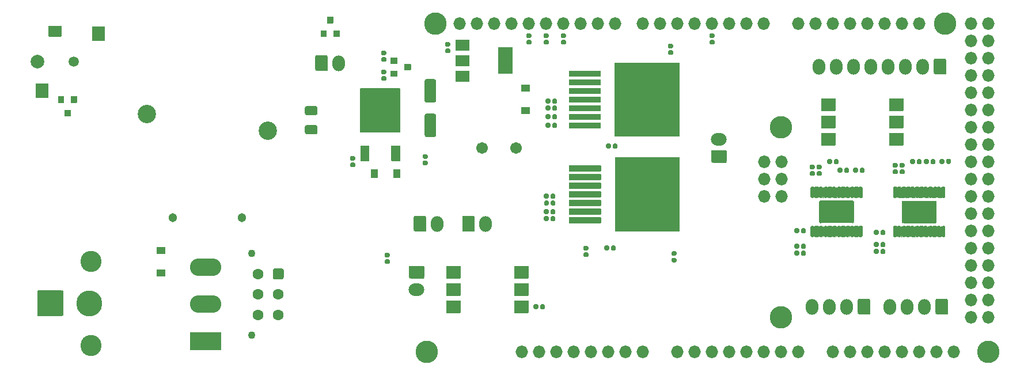
<source format=gbr>
G04 #@! TF.GenerationSoftware,KiCad,Pcbnew,(5.1.10)-1*
G04 #@! TF.CreationDate,2021-06-08T20:52:53+03:00*
G04 #@! TF.ProjectId,ScienceBoard-1,53636965-6e63-4654-926f-6172642d312e,rev?*
G04 #@! TF.SameCoordinates,Original*
G04 #@! TF.FileFunction,Soldermask,Top*
G04 #@! TF.FilePolarity,Negative*
%FSLAX46Y46*%
G04 Gerber Fmt 4.6, Leading zero omitted, Abs format (unit mm)*
G04 Created by KiCad (PCBNEW (5.1.10)-1) date 2021-06-08 20:52:53*
%MOMM*%
%LPD*%
G01*
G04 APERTURE LIST*
%ADD10C,1.502000*%
%ADD11C,2.002000*%
%ADD12C,1.602000*%
%ADD13C,1.102000*%
%ADD14C,3.102000*%
%ADD15C,3.802000*%
%ADD16O,1.829200X1.829200*%
%ADD17C,3.302000*%
%ADD18O,1.842000X2.302000*%
%ADD19O,2.302000X1.842000*%
%ADD20O,4.602000X2.602000*%
%ADD21C,1.302000*%
%ADD22C,2.702000*%
%ADD23C,1.702000*%
%ADD24C,0.100000*%
G04 APERTURE END LIST*
G36*
G01*
X117465000Y-47858000D02*
X117465000Y-46358000D01*
G75*
G02*
X117516000Y-46307000I51000J0D01*
G01*
X119516000Y-46307000D01*
G75*
G02*
X119567000Y-46358000I0J-51000D01*
G01*
X119567000Y-47858000D01*
G75*
G02*
X119516000Y-47909000I-51000J0D01*
G01*
X117516000Y-47909000D01*
G75*
G02*
X117465000Y-47858000I0J51000D01*
G01*
G37*
G36*
G01*
X117465000Y-52458000D02*
X117465000Y-50958000D01*
G75*
G02*
X117516000Y-50907000I51000J0D01*
G01*
X119516000Y-50907000D01*
G75*
G02*
X119567000Y-50958000I0J-51000D01*
G01*
X119567000Y-52458000D01*
G75*
G02*
X119516000Y-52509000I-51000J0D01*
G01*
X117516000Y-52509000D01*
G75*
G02*
X117465000Y-52458000I0J51000D01*
G01*
G37*
G36*
G01*
X117465000Y-50158000D02*
X117465000Y-48658000D01*
G75*
G02*
X117516000Y-48607000I51000J0D01*
G01*
X119516000Y-48607000D01*
G75*
G02*
X119567000Y-48658000I0J-51000D01*
G01*
X119567000Y-50158000D01*
G75*
G02*
X119516000Y-50209000I-51000J0D01*
G01*
X117516000Y-50209000D01*
G75*
G02*
X117465000Y-50158000I0J51000D01*
G01*
G37*
G36*
G01*
X123765000Y-51308000D02*
X123765000Y-47508000D01*
G75*
G02*
X123816000Y-47457000I51000J0D01*
G01*
X125816000Y-47457000D01*
G75*
G02*
X125867000Y-47508000I0J-51000D01*
G01*
X125867000Y-51308000D01*
G75*
G02*
X125816000Y-51359000I-51000J0D01*
G01*
X123816000Y-51359000D01*
G75*
G02*
X123765000Y-51308000I0J51000D01*
G01*
G37*
G36*
G01*
X116134000Y-47637000D02*
X116530000Y-47637000D01*
G75*
G02*
X116703000Y-47810000I0J-173000D01*
G01*
X116703000Y-48156000D01*
G75*
G02*
X116530000Y-48329000I-173000J0D01*
G01*
X116134000Y-48329000D01*
G75*
G02*
X115961000Y-48156000I0J173000D01*
G01*
X115961000Y-47810000D01*
G75*
G02*
X116134000Y-47637000I173000J0D01*
G01*
G37*
G36*
G01*
X116134000Y-46667000D02*
X116530000Y-46667000D01*
G75*
G02*
X116703000Y-46840000I0J-173000D01*
G01*
X116703000Y-47186000D01*
G75*
G02*
X116530000Y-47359000I-173000J0D01*
G01*
X116134000Y-47359000D01*
G75*
G02*
X115961000Y-47186000I0J173000D01*
G01*
X115961000Y-46840000D01*
G75*
G02*
X116134000Y-46667000I173000J0D01*
G01*
G37*
D10*
X61398000Y-49530000D03*
D11*
X55998000Y-49530000D03*
G36*
G01*
X57647000Y-45830000D02*
X57647000Y-44330000D01*
G75*
G02*
X57698000Y-44279000I51000J0D01*
G01*
X59498000Y-44279000D01*
G75*
G02*
X59549000Y-44330000I0J-51000D01*
G01*
X59549000Y-45830000D01*
G75*
G02*
X59498000Y-45881000I-51000J0D01*
G01*
X57698000Y-45881000D01*
G75*
G02*
X57647000Y-45830000I0J51000D01*
G01*
G37*
G36*
G01*
X64047000Y-46430000D02*
X64047000Y-44430000D01*
G75*
G02*
X64098000Y-44379000I51000J0D01*
G01*
X65898000Y-44379000D01*
G75*
G02*
X65949000Y-44430000I0J-51000D01*
G01*
X65949000Y-46430000D01*
G75*
G02*
X65898000Y-46481000I-51000J0D01*
G01*
X64098000Y-46481000D01*
G75*
G02*
X64047000Y-46430000I0J51000D01*
G01*
G37*
G36*
G01*
X55747000Y-54830000D02*
X55747000Y-52830000D01*
G75*
G02*
X55798000Y-52779000I51000J0D01*
G01*
X57598000Y-52779000D01*
G75*
G02*
X57649000Y-52830000I0J-51000D01*
G01*
X57649000Y-54830000D01*
G75*
G02*
X57598000Y-54881000I-51000J0D01*
G01*
X55798000Y-54881000D01*
G75*
G02*
X55747000Y-54830000I0J51000D01*
G01*
G37*
G36*
G01*
X60052000Y-56633000D02*
X60852000Y-56633000D01*
G75*
G02*
X60903000Y-56684000I0J-51000D01*
G01*
X60903000Y-57584000D01*
G75*
G02*
X60852000Y-57635000I-51000J0D01*
G01*
X60052000Y-57635000D01*
G75*
G02*
X60001000Y-57584000I0J51000D01*
G01*
X60001000Y-56684000D01*
G75*
G02*
X60052000Y-56633000I51000J0D01*
G01*
G37*
G36*
G01*
X59102000Y-54633000D02*
X59902000Y-54633000D01*
G75*
G02*
X59953000Y-54684000I0J-51000D01*
G01*
X59953000Y-55584000D01*
G75*
G02*
X59902000Y-55635000I-51000J0D01*
G01*
X59102000Y-55635000D01*
G75*
G02*
X59051000Y-55584000I0J51000D01*
G01*
X59051000Y-54684000D01*
G75*
G02*
X59102000Y-54633000I51000J0D01*
G01*
G37*
G36*
G01*
X61002000Y-54633000D02*
X61802000Y-54633000D01*
G75*
G02*
X61853000Y-54684000I0J-51000D01*
G01*
X61853000Y-55584000D01*
G75*
G02*
X61802000Y-55635000I-51000J0D01*
G01*
X61002000Y-55635000D01*
G75*
G02*
X60951000Y-55584000I0J51000D01*
G01*
X60951000Y-54684000D01*
G75*
G02*
X61002000Y-54633000I51000J0D01*
G01*
G37*
D12*
X88440000Y-86772000D03*
X88440000Y-83772000D03*
X88440000Y-80772000D03*
X91440000Y-86772000D03*
X91440000Y-83772000D03*
G36*
G01*
X90906000Y-79971000D02*
X91974000Y-79971000D01*
G75*
G02*
X92241000Y-80238000I0J-267000D01*
G01*
X92241000Y-81306000D01*
G75*
G02*
X91974000Y-81573000I-267000J0D01*
G01*
X90906000Y-81573000D01*
G75*
G02*
X90639000Y-81306000I0J267000D01*
G01*
X90639000Y-80238000D01*
G75*
G02*
X90906000Y-79971000I267000J0D01*
G01*
G37*
D13*
X87500000Y-89772000D03*
X87500000Y-77772000D03*
D14*
X63937000Y-78920000D03*
X63937000Y-91260000D03*
D15*
X63612000Y-85090000D03*
G36*
G01*
X59556109Y-86991000D02*
X56267891Y-86991000D01*
G75*
G02*
X56011000Y-86734109I0J256891D01*
G01*
X56011000Y-83445891D01*
G75*
G02*
X56267891Y-83189000I256891J0D01*
G01*
X59556109Y-83189000D01*
G75*
G02*
X59813000Y-83445891I0J-256891D01*
G01*
X59813000Y-86734109D01*
G75*
G02*
X59556109Y-86991000I-256891J0D01*
G01*
G37*
G36*
G01*
X118225000Y-84708000D02*
X118225000Y-86488000D01*
G75*
G02*
X118174000Y-86539000I-51000J0D01*
G01*
X116174000Y-86539000D01*
G75*
G02*
X116123000Y-86488000I0J51000D01*
G01*
X116123000Y-84708000D01*
G75*
G02*
X116174000Y-84657000I51000J0D01*
G01*
X118174000Y-84657000D01*
G75*
G02*
X118225000Y-84708000I0J-51000D01*
G01*
G37*
G36*
G01*
X128225000Y-79628000D02*
X128225000Y-81408000D01*
G75*
G02*
X128174000Y-81459000I-51000J0D01*
G01*
X126174000Y-81459000D01*
G75*
G02*
X126123000Y-81408000I0J51000D01*
G01*
X126123000Y-79628000D01*
G75*
G02*
X126174000Y-79577000I51000J0D01*
G01*
X128174000Y-79577000D01*
G75*
G02*
X128225000Y-79628000I0J-51000D01*
G01*
G37*
G36*
G01*
X118225000Y-82168000D02*
X118225000Y-83948000D01*
G75*
G02*
X118174000Y-83999000I-51000J0D01*
G01*
X116174000Y-83999000D01*
G75*
G02*
X116123000Y-83948000I0J51000D01*
G01*
X116123000Y-82168000D01*
G75*
G02*
X116174000Y-82117000I51000J0D01*
G01*
X118174000Y-82117000D01*
G75*
G02*
X118225000Y-82168000I0J-51000D01*
G01*
G37*
G36*
G01*
X128225000Y-82168000D02*
X128225000Y-83948000D01*
G75*
G02*
X128174000Y-83999000I-51000J0D01*
G01*
X126174000Y-83999000D01*
G75*
G02*
X126123000Y-83948000I0J51000D01*
G01*
X126123000Y-82168000D01*
G75*
G02*
X126174000Y-82117000I51000J0D01*
G01*
X128174000Y-82117000D01*
G75*
G02*
X128225000Y-82168000I0J-51000D01*
G01*
G37*
G36*
G01*
X118225000Y-79628000D02*
X118225000Y-81408000D01*
G75*
G02*
X118174000Y-81459000I-51000J0D01*
G01*
X116174000Y-81459000D01*
G75*
G02*
X116123000Y-81408000I0J51000D01*
G01*
X116123000Y-79628000D01*
G75*
G02*
X116174000Y-79577000I51000J0D01*
G01*
X118174000Y-79577000D01*
G75*
G02*
X118225000Y-79628000I0J-51000D01*
G01*
G37*
G36*
G01*
X128225000Y-84708000D02*
X128225000Y-86488000D01*
G75*
G02*
X128174000Y-86539000I-51000J0D01*
G01*
X126174000Y-86539000D01*
G75*
G02*
X126123000Y-86488000I0J51000D01*
G01*
X126123000Y-84708000D01*
G75*
G02*
X126174000Y-84657000I51000J0D01*
G01*
X128174000Y-84657000D01*
G75*
G02*
X128225000Y-84708000I0J-51000D01*
G01*
G37*
G36*
G01*
X181241000Y-56770000D02*
X181241000Y-54990000D01*
G75*
G02*
X181292000Y-54939000I51000J0D01*
G01*
X183292000Y-54939000D01*
G75*
G02*
X183343000Y-54990000I0J-51000D01*
G01*
X183343000Y-56770000D01*
G75*
G02*
X183292000Y-56821000I-51000J0D01*
G01*
X181292000Y-56821000D01*
G75*
G02*
X181241000Y-56770000I0J51000D01*
G01*
G37*
G36*
G01*
X171241000Y-61850000D02*
X171241000Y-60070000D01*
G75*
G02*
X171292000Y-60019000I51000J0D01*
G01*
X173292000Y-60019000D01*
G75*
G02*
X173343000Y-60070000I0J-51000D01*
G01*
X173343000Y-61850000D01*
G75*
G02*
X173292000Y-61901000I-51000J0D01*
G01*
X171292000Y-61901000D01*
G75*
G02*
X171241000Y-61850000I0J51000D01*
G01*
G37*
G36*
G01*
X181241000Y-59310000D02*
X181241000Y-57530000D01*
G75*
G02*
X181292000Y-57479000I51000J0D01*
G01*
X183292000Y-57479000D01*
G75*
G02*
X183343000Y-57530000I0J-51000D01*
G01*
X183343000Y-59310000D01*
G75*
G02*
X183292000Y-59361000I-51000J0D01*
G01*
X181292000Y-59361000D01*
G75*
G02*
X181241000Y-59310000I0J51000D01*
G01*
G37*
G36*
G01*
X171241000Y-59310000D02*
X171241000Y-57530000D01*
G75*
G02*
X171292000Y-57479000I51000J0D01*
G01*
X173292000Y-57479000D01*
G75*
G02*
X173343000Y-57530000I0J-51000D01*
G01*
X173343000Y-59310000D01*
G75*
G02*
X173292000Y-59361000I-51000J0D01*
G01*
X171292000Y-59361000D01*
G75*
G02*
X171241000Y-59310000I0J51000D01*
G01*
G37*
G36*
G01*
X181241000Y-61850000D02*
X181241000Y-60070000D01*
G75*
G02*
X181292000Y-60019000I51000J0D01*
G01*
X183292000Y-60019000D01*
G75*
G02*
X183343000Y-60070000I0J-51000D01*
G01*
X183343000Y-61850000D01*
G75*
G02*
X183292000Y-61901000I-51000J0D01*
G01*
X181292000Y-61901000D01*
G75*
G02*
X181241000Y-61850000I0J51000D01*
G01*
G37*
G36*
G01*
X171241000Y-56770000D02*
X171241000Y-54990000D01*
G75*
G02*
X171292000Y-54939000I51000J0D01*
G01*
X173292000Y-54939000D01*
G75*
G02*
X173343000Y-54990000I0J-51000D01*
G01*
X173343000Y-56770000D01*
G75*
G02*
X173292000Y-56821000I-51000J0D01*
G01*
X171292000Y-56821000D01*
G75*
G02*
X171241000Y-56770000I0J51000D01*
G01*
G37*
D16*
X162912000Y-64300000D03*
X195805000Y-87160000D03*
X193265000Y-87160000D03*
X195805000Y-84620000D03*
X193265000Y-84620000D03*
X195805000Y-82080000D03*
X193265000Y-82080000D03*
X195805000Y-79540000D03*
X193265000Y-79540000D03*
X195805000Y-77000000D03*
X193265000Y-77000000D03*
X195805000Y-74460000D03*
X193265000Y-74460000D03*
X195805000Y-71920000D03*
X193265000Y-71920000D03*
X195805000Y-69380000D03*
X193265000Y-69380000D03*
X195805000Y-66840000D03*
X193265000Y-66840000D03*
X195805000Y-64300000D03*
X193265000Y-64300000D03*
X195805000Y-61760000D03*
X193265000Y-61760000D03*
X195805000Y-59220000D03*
X193265000Y-59220000D03*
X195805000Y-56680000D03*
X193265000Y-56680000D03*
X195805000Y-54140000D03*
X193265000Y-54140000D03*
X195805000Y-51600000D03*
X193265000Y-51600000D03*
X195805000Y-49060000D03*
X193265000Y-49060000D03*
X195805000Y-46520000D03*
X193265000Y-46520000D03*
X195805000Y-43980000D03*
X193265000Y-43980000D03*
X190725000Y-92240000D03*
X188185000Y-92240000D03*
X185645000Y-92240000D03*
X183105000Y-92240000D03*
X180565000Y-92240000D03*
X178025000Y-92240000D03*
X175485000Y-92240000D03*
X172945000Y-92240000D03*
X167865000Y-92240000D03*
X165325000Y-92240000D03*
X162785000Y-92240000D03*
X160245000Y-92240000D03*
X157705000Y-92240000D03*
X155165000Y-92240000D03*
X152625000Y-92240000D03*
X127225000Y-92240000D03*
X133321000Y-43980000D03*
X130781000Y-43980000D03*
X128241000Y-43980000D03*
X123161000Y-43980000D03*
X120621000Y-43980000D03*
X118081000Y-43980000D03*
D17*
X113255000Y-92240000D03*
X195805000Y-92240000D03*
X114525000Y-43980000D03*
X189455000Y-43980000D03*
X165325000Y-59220000D03*
X165325000Y-87160000D03*
D16*
X135861000Y-43980000D03*
X138401000Y-43980000D03*
X140941000Y-43980000D03*
X125701000Y-43980000D03*
X145005000Y-43980000D03*
X147545000Y-43980000D03*
X150085000Y-43980000D03*
X152625000Y-43980000D03*
X155165000Y-43980000D03*
X157705000Y-43980000D03*
X160245000Y-43980000D03*
X162785000Y-43980000D03*
X167865000Y-43980000D03*
X170405000Y-43980000D03*
X172945000Y-43980000D03*
X175485000Y-43980000D03*
X178025000Y-43980000D03*
X180565000Y-43980000D03*
X183105000Y-43980000D03*
X185645000Y-43980000D03*
X129765000Y-92240000D03*
X132305000Y-92240000D03*
X134845000Y-92240000D03*
X137385000Y-92240000D03*
X139925000Y-92240000D03*
X142465000Y-92240000D03*
X145005000Y-92240000D03*
X150085000Y-92240000D03*
X165452000Y-64300000D03*
X162912000Y-66840000D03*
X165452000Y-66840000D03*
X165452000Y-69380000D03*
X162912000Y-69380000D03*
D18*
X121938000Y-73406000D03*
G36*
G01*
X118477000Y-74292346D02*
X118477000Y-72519654D01*
G75*
G02*
X118741654Y-72255000I264654J0D01*
G01*
X120054346Y-72255000D01*
G75*
G02*
X120319000Y-72519654I0J-264654D01*
G01*
X120319000Y-74292346D01*
G75*
G02*
X120054346Y-74557000I-264654J0D01*
G01*
X118741654Y-74557000D01*
G75*
G02*
X118477000Y-74292346I0J264654D01*
G01*
G37*
X114808000Y-73406000D03*
G36*
G01*
X111347000Y-74292346D02*
X111347000Y-72519654D01*
G75*
G02*
X111611654Y-72255000I264654J0D01*
G01*
X112924346Y-72255000D01*
G75*
G02*
X113189000Y-72519654I0J-264654D01*
G01*
X113189000Y-74292346D01*
G75*
G02*
X112924346Y-74557000I-264654J0D01*
G01*
X111611654Y-74557000D01*
G75*
G02*
X111347000Y-74292346I0J264654D01*
G01*
G37*
G36*
G01*
X107132000Y-51423000D02*
X106736000Y-51423000D01*
G75*
G02*
X106563000Y-51250000I0J173000D01*
G01*
X106563000Y-50904000D01*
G75*
G02*
X106736000Y-50731000I173000J0D01*
G01*
X107132000Y-50731000D01*
G75*
G02*
X107305000Y-50904000I0J-173000D01*
G01*
X107305000Y-51250000D01*
G75*
G02*
X107132000Y-51423000I-173000J0D01*
G01*
G37*
G36*
G01*
X107132000Y-52393000D02*
X106736000Y-52393000D01*
G75*
G02*
X106563000Y-52220000I0J173000D01*
G01*
X106563000Y-51874000D01*
G75*
G02*
X106736000Y-51701000I173000J0D01*
G01*
X107132000Y-51701000D01*
G75*
G02*
X107305000Y-51874000I0J-173000D01*
G01*
X107305000Y-52220000D01*
G75*
G02*
X107132000Y-52393000I-173000J0D01*
G01*
G37*
G36*
G01*
X107132000Y-48629000D02*
X106736000Y-48629000D01*
G75*
G02*
X106563000Y-48456000I0J173000D01*
G01*
X106563000Y-48110000D01*
G75*
G02*
X106736000Y-47937000I173000J0D01*
G01*
X107132000Y-47937000D01*
G75*
G02*
X107305000Y-48110000I0J-173000D01*
G01*
X107305000Y-48456000D01*
G75*
G02*
X107132000Y-48629000I-173000J0D01*
G01*
G37*
G36*
G01*
X107132000Y-49599000D02*
X106736000Y-49599000D01*
G75*
G02*
X106563000Y-49426000I0J173000D01*
G01*
X106563000Y-49080000D01*
G75*
G02*
X106736000Y-48907000I173000J0D01*
G01*
X107132000Y-48907000D01*
G75*
G02*
X107305000Y-49080000I0J-173000D01*
G01*
X107305000Y-49426000D01*
G75*
G02*
X107132000Y-49599000I-173000J0D01*
G01*
G37*
G36*
G01*
X109939000Y-50780000D02*
X109939000Y-49980000D01*
G75*
G02*
X109990000Y-49929000I51000J0D01*
G01*
X110890000Y-49929000D01*
G75*
G02*
X110941000Y-49980000I0J-51000D01*
G01*
X110941000Y-50780000D01*
G75*
G02*
X110890000Y-50831000I-51000J0D01*
G01*
X109990000Y-50831000D01*
G75*
G02*
X109939000Y-50780000I0J51000D01*
G01*
G37*
G36*
G01*
X107939000Y-51730000D02*
X107939000Y-50930000D01*
G75*
G02*
X107990000Y-50879000I51000J0D01*
G01*
X108890000Y-50879000D01*
G75*
G02*
X108941000Y-50930000I0J-51000D01*
G01*
X108941000Y-51730000D01*
G75*
G02*
X108890000Y-51781000I-51000J0D01*
G01*
X107990000Y-51781000D01*
G75*
G02*
X107939000Y-51730000I0J51000D01*
G01*
G37*
G36*
G01*
X107939000Y-49830000D02*
X107939000Y-49030000D01*
G75*
G02*
X107990000Y-48979000I51000J0D01*
G01*
X108890000Y-48979000D01*
G75*
G02*
X108941000Y-49030000I0J-51000D01*
G01*
X108941000Y-49830000D01*
G75*
G02*
X108890000Y-49881000I-51000J0D01*
G01*
X107990000Y-49881000D01*
G75*
G02*
X107939000Y-49830000I0J51000D01*
G01*
G37*
G36*
G01*
X107244000Y-78625000D02*
X107640000Y-78625000D01*
G75*
G02*
X107813000Y-78798000I0J-173000D01*
G01*
X107813000Y-79144000D01*
G75*
G02*
X107640000Y-79317000I-173000J0D01*
G01*
X107244000Y-79317000D01*
G75*
G02*
X107071000Y-79144000I0J173000D01*
G01*
X107071000Y-78798000D01*
G75*
G02*
X107244000Y-78625000I173000J0D01*
G01*
G37*
G36*
G01*
X107244000Y-77655000D02*
X107640000Y-77655000D01*
G75*
G02*
X107813000Y-77828000I0J-173000D01*
G01*
X107813000Y-78174000D01*
G75*
G02*
X107640000Y-78347000I-173000J0D01*
G01*
X107244000Y-78347000D01*
G75*
G02*
X107071000Y-78174000I0J173000D01*
G01*
X107071000Y-77828000D01*
G75*
G02*
X107244000Y-77655000I173000J0D01*
G01*
G37*
G36*
G01*
X129933000Y-85796000D02*
X129933000Y-85400000D01*
G75*
G02*
X130106000Y-85227000I173000J0D01*
G01*
X130452000Y-85227000D01*
G75*
G02*
X130625000Y-85400000I0J-173000D01*
G01*
X130625000Y-85796000D01*
G75*
G02*
X130452000Y-85969000I-173000J0D01*
G01*
X130106000Y-85969000D01*
G75*
G02*
X129933000Y-85796000I0J173000D01*
G01*
G37*
G36*
G01*
X128963000Y-85796000D02*
X128963000Y-85400000D01*
G75*
G02*
X129136000Y-85227000I173000J0D01*
G01*
X129482000Y-85227000D01*
G75*
G02*
X129655000Y-85400000I0J-173000D01*
G01*
X129655000Y-85796000D01*
G75*
G02*
X129482000Y-85969000I-173000J0D01*
G01*
X129136000Y-85969000D01*
G75*
G02*
X128963000Y-85796000I0J173000D01*
G01*
G37*
D19*
X111760000Y-83058000D03*
G36*
G01*
X110873654Y-79597000D02*
X112646346Y-79597000D01*
G75*
G02*
X112911000Y-79861654I0J-264654D01*
G01*
X112911000Y-81174346D01*
G75*
G02*
X112646346Y-81439000I-264654J0D01*
G01*
X110873654Y-81439000D01*
G75*
G02*
X110609000Y-81174346I0J264654D01*
G01*
X110609000Y-79861654D01*
G75*
G02*
X110873654Y-79597000I264654J0D01*
G01*
G37*
D18*
X100330000Y-49784000D03*
G36*
G01*
X96869000Y-50670346D02*
X96869000Y-48897654D01*
G75*
G02*
X97133654Y-48633000I264654J0D01*
G01*
X98446346Y-48633000D01*
G75*
G02*
X98711000Y-48897654I0J-264654D01*
G01*
X98711000Y-50670346D01*
G75*
G02*
X98446346Y-50935000I-264654J0D01*
G01*
X97133654Y-50935000D01*
G75*
G02*
X96869000Y-50670346I0J264654D01*
G01*
G37*
G36*
G01*
X98510000Y-45951000D02*
X97710000Y-45951000D01*
G75*
G02*
X97659000Y-45900000I0J51000D01*
G01*
X97659000Y-45000000D01*
G75*
G02*
X97710000Y-44949000I51000J0D01*
G01*
X98510000Y-44949000D01*
G75*
G02*
X98561000Y-45000000I0J-51000D01*
G01*
X98561000Y-45900000D01*
G75*
G02*
X98510000Y-45951000I-51000J0D01*
G01*
G37*
G36*
G01*
X100410000Y-45951000D02*
X99610000Y-45951000D01*
G75*
G02*
X99559000Y-45900000I0J51000D01*
G01*
X99559000Y-45000000D01*
G75*
G02*
X99610000Y-44949000I51000J0D01*
G01*
X100410000Y-44949000D01*
G75*
G02*
X100461000Y-45000000I0J-51000D01*
G01*
X100461000Y-45900000D01*
G75*
G02*
X100410000Y-45951000I-51000J0D01*
G01*
G37*
G36*
G01*
X99460000Y-43951000D02*
X98660000Y-43951000D01*
G75*
G02*
X98609000Y-43900000I0J51000D01*
G01*
X98609000Y-43000000D01*
G75*
G02*
X98660000Y-42949000I51000J0D01*
G01*
X99460000Y-42949000D01*
G75*
G02*
X99511000Y-43000000I0J-51000D01*
G01*
X99511000Y-43900000D01*
G75*
G02*
X99460000Y-43951000I-51000J0D01*
G01*
G37*
D20*
X80772000Y-79778000D03*
X80772000Y-85228000D03*
G36*
G01*
X83022000Y-91979000D02*
X78522000Y-91979000D01*
G75*
G02*
X78471000Y-91928000I0J51000D01*
G01*
X78471000Y-89428000D01*
G75*
G02*
X78522000Y-89377000I51000J0D01*
G01*
X83022000Y-89377000D01*
G75*
G02*
X83073000Y-89428000I0J-51000D01*
G01*
X83073000Y-91928000D01*
G75*
G02*
X83022000Y-91979000I-51000J0D01*
G01*
G37*
D21*
X75896000Y-72542000D03*
D22*
X89896000Y-59742000D03*
X72096000Y-57242000D03*
D21*
X86096000Y-72542000D03*
G36*
G01*
X95610400Y-58890000D02*
X96921600Y-58890000D01*
G75*
G02*
X97192000Y-59160400I0J-270400D01*
G01*
X97192000Y-59971600D01*
G75*
G02*
X96921600Y-60242000I-270400J0D01*
G01*
X95610400Y-60242000D01*
G75*
G02*
X95340000Y-59971600I0J270400D01*
G01*
X95340000Y-59160400D01*
G75*
G02*
X95610400Y-58890000I270400J0D01*
G01*
G37*
G36*
G01*
X95610400Y-56090000D02*
X96921600Y-56090000D01*
G75*
G02*
X97192000Y-56360400I0J-270400D01*
G01*
X97192000Y-57171600D01*
G75*
G02*
X96921600Y-57442000I-270400J0D01*
G01*
X95610400Y-57442000D01*
G75*
G02*
X95340000Y-57171600I0J270400D01*
G01*
X95340000Y-56360400D01*
G75*
G02*
X95610400Y-56090000I270400J0D01*
G01*
G37*
G36*
G01*
X74768000Y-77845000D02*
X73568000Y-77845000D01*
G75*
G02*
X73517000Y-77794000I0J51000D01*
G01*
X73517000Y-76894000D01*
G75*
G02*
X73568000Y-76843000I51000J0D01*
G01*
X74768000Y-76843000D01*
G75*
G02*
X74819000Y-76894000I0J-51000D01*
G01*
X74819000Y-77794000D01*
G75*
G02*
X74768000Y-77845000I-51000J0D01*
G01*
G37*
G36*
G01*
X74768000Y-81145000D02*
X73568000Y-81145000D01*
G75*
G02*
X73517000Y-81094000I0J51000D01*
G01*
X73517000Y-80194000D01*
G75*
G02*
X73568000Y-80143000I51000J0D01*
G01*
X74768000Y-80143000D01*
G75*
G02*
X74819000Y-80194000I0J-51000D01*
G01*
X74819000Y-81094000D01*
G75*
G02*
X74768000Y-81145000I-51000J0D01*
G01*
G37*
D19*
X156210000Y-60960000D03*
G36*
G01*
X157096346Y-64421000D02*
X155323654Y-64421000D01*
G75*
G02*
X155059000Y-64156346I0J264654D01*
G01*
X155059000Y-62843654D01*
G75*
G02*
X155323654Y-62579000I264654J0D01*
G01*
X157096346Y-62579000D01*
G75*
G02*
X157361000Y-62843654I0J-264654D01*
G01*
X157361000Y-64156346D01*
G75*
G02*
X157096346Y-64421000I-264654J0D01*
G01*
G37*
G36*
G01*
X187967032Y-73317000D02*
X183380968Y-73317000D01*
G75*
G02*
X183123000Y-73059032I0J257968D01*
G01*
X183123000Y-70272968D01*
G75*
G02*
X183380968Y-70015000I257968J0D01*
G01*
X187967032Y-70015000D01*
G75*
G02*
X188225000Y-70272968I0J-257968D01*
G01*
X188225000Y-73059032D01*
G75*
G02*
X187967032Y-73317000I-257968J0D01*
G01*
G37*
G36*
G01*
X182224500Y-75367000D02*
X181973500Y-75367000D01*
G75*
G02*
X181848000Y-75241500I0J125500D01*
G01*
X181848000Y-73840500D01*
G75*
G02*
X181973500Y-73715000I125500J0D01*
G01*
X182224500Y-73715000D01*
G75*
G02*
X182350000Y-73840500I0J-125500D01*
G01*
X182350000Y-75241500D01*
G75*
G02*
X182224500Y-75367000I-125500J0D01*
G01*
G37*
G36*
G01*
X182874500Y-75367000D02*
X182623500Y-75367000D01*
G75*
G02*
X182498000Y-75241500I0J125500D01*
G01*
X182498000Y-73840500D01*
G75*
G02*
X182623500Y-73715000I125500J0D01*
G01*
X182874500Y-73715000D01*
G75*
G02*
X183000000Y-73840500I0J-125500D01*
G01*
X183000000Y-75241500D01*
G75*
G02*
X182874500Y-75367000I-125500J0D01*
G01*
G37*
G36*
G01*
X183524500Y-75367000D02*
X183273500Y-75367000D01*
G75*
G02*
X183148000Y-75241500I0J125500D01*
G01*
X183148000Y-73840500D01*
G75*
G02*
X183273500Y-73715000I125500J0D01*
G01*
X183524500Y-73715000D01*
G75*
G02*
X183650000Y-73840500I0J-125500D01*
G01*
X183650000Y-75241500D01*
G75*
G02*
X183524500Y-75367000I-125500J0D01*
G01*
G37*
G36*
G01*
X184174500Y-75367000D02*
X183923500Y-75367000D01*
G75*
G02*
X183798000Y-75241500I0J125500D01*
G01*
X183798000Y-73840500D01*
G75*
G02*
X183923500Y-73715000I125500J0D01*
G01*
X184174500Y-73715000D01*
G75*
G02*
X184300000Y-73840500I0J-125500D01*
G01*
X184300000Y-75241500D01*
G75*
G02*
X184174500Y-75367000I-125500J0D01*
G01*
G37*
G36*
G01*
X184824500Y-75367000D02*
X184573500Y-75367000D01*
G75*
G02*
X184448000Y-75241500I0J125500D01*
G01*
X184448000Y-73840500D01*
G75*
G02*
X184573500Y-73715000I125500J0D01*
G01*
X184824500Y-73715000D01*
G75*
G02*
X184950000Y-73840500I0J-125500D01*
G01*
X184950000Y-75241500D01*
G75*
G02*
X184824500Y-75367000I-125500J0D01*
G01*
G37*
G36*
G01*
X185474500Y-75367000D02*
X185223500Y-75367000D01*
G75*
G02*
X185098000Y-75241500I0J125500D01*
G01*
X185098000Y-73840500D01*
G75*
G02*
X185223500Y-73715000I125500J0D01*
G01*
X185474500Y-73715000D01*
G75*
G02*
X185600000Y-73840500I0J-125500D01*
G01*
X185600000Y-75241500D01*
G75*
G02*
X185474500Y-75367000I-125500J0D01*
G01*
G37*
G36*
G01*
X186124500Y-75367000D02*
X185873500Y-75367000D01*
G75*
G02*
X185748000Y-75241500I0J125500D01*
G01*
X185748000Y-73840500D01*
G75*
G02*
X185873500Y-73715000I125500J0D01*
G01*
X186124500Y-73715000D01*
G75*
G02*
X186250000Y-73840500I0J-125500D01*
G01*
X186250000Y-75241500D01*
G75*
G02*
X186124500Y-75367000I-125500J0D01*
G01*
G37*
G36*
G01*
X186774500Y-75367000D02*
X186523500Y-75367000D01*
G75*
G02*
X186398000Y-75241500I0J125500D01*
G01*
X186398000Y-73840500D01*
G75*
G02*
X186523500Y-73715000I125500J0D01*
G01*
X186774500Y-73715000D01*
G75*
G02*
X186900000Y-73840500I0J-125500D01*
G01*
X186900000Y-75241500D01*
G75*
G02*
X186774500Y-75367000I-125500J0D01*
G01*
G37*
G36*
G01*
X187424500Y-75367000D02*
X187173500Y-75367000D01*
G75*
G02*
X187048000Y-75241500I0J125500D01*
G01*
X187048000Y-73840500D01*
G75*
G02*
X187173500Y-73715000I125500J0D01*
G01*
X187424500Y-73715000D01*
G75*
G02*
X187550000Y-73840500I0J-125500D01*
G01*
X187550000Y-75241500D01*
G75*
G02*
X187424500Y-75367000I-125500J0D01*
G01*
G37*
G36*
G01*
X188074500Y-75367000D02*
X187823500Y-75367000D01*
G75*
G02*
X187698000Y-75241500I0J125500D01*
G01*
X187698000Y-73840500D01*
G75*
G02*
X187823500Y-73715000I125500J0D01*
G01*
X188074500Y-73715000D01*
G75*
G02*
X188200000Y-73840500I0J-125500D01*
G01*
X188200000Y-75241500D01*
G75*
G02*
X188074500Y-75367000I-125500J0D01*
G01*
G37*
G36*
G01*
X188724500Y-75367000D02*
X188473500Y-75367000D01*
G75*
G02*
X188348000Y-75241500I0J125500D01*
G01*
X188348000Y-73840500D01*
G75*
G02*
X188473500Y-73715000I125500J0D01*
G01*
X188724500Y-73715000D01*
G75*
G02*
X188850000Y-73840500I0J-125500D01*
G01*
X188850000Y-75241500D01*
G75*
G02*
X188724500Y-75367000I-125500J0D01*
G01*
G37*
G36*
G01*
X189374500Y-75367000D02*
X189123500Y-75367000D01*
G75*
G02*
X188998000Y-75241500I0J125500D01*
G01*
X188998000Y-73840500D01*
G75*
G02*
X189123500Y-73715000I125500J0D01*
G01*
X189374500Y-73715000D01*
G75*
G02*
X189500000Y-73840500I0J-125500D01*
G01*
X189500000Y-75241500D01*
G75*
G02*
X189374500Y-75367000I-125500J0D01*
G01*
G37*
G36*
G01*
X189374500Y-69617000D02*
X189123500Y-69617000D01*
G75*
G02*
X188998000Y-69491500I0J125500D01*
G01*
X188998000Y-68090500D01*
G75*
G02*
X189123500Y-67965000I125500J0D01*
G01*
X189374500Y-67965000D01*
G75*
G02*
X189500000Y-68090500I0J-125500D01*
G01*
X189500000Y-69491500D01*
G75*
G02*
X189374500Y-69617000I-125500J0D01*
G01*
G37*
G36*
G01*
X188724500Y-69617000D02*
X188473500Y-69617000D01*
G75*
G02*
X188348000Y-69491500I0J125500D01*
G01*
X188348000Y-68090500D01*
G75*
G02*
X188473500Y-67965000I125500J0D01*
G01*
X188724500Y-67965000D01*
G75*
G02*
X188850000Y-68090500I0J-125500D01*
G01*
X188850000Y-69491500D01*
G75*
G02*
X188724500Y-69617000I-125500J0D01*
G01*
G37*
G36*
G01*
X188074500Y-69617000D02*
X187823500Y-69617000D01*
G75*
G02*
X187698000Y-69491500I0J125500D01*
G01*
X187698000Y-68090500D01*
G75*
G02*
X187823500Y-67965000I125500J0D01*
G01*
X188074500Y-67965000D01*
G75*
G02*
X188200000Y-68090500I0J-125500D01*
G01*
X188200000Y-69491500D01*
G75*
G02*
X188074500Y-69617000I-125500J0D01*
G01*
G37*
G36*
G01*
X187424500Y-69617000D02*
X187173500Y-69617000D01*
G75*
G02*
X187048000Y-69491500I0J125500D01*
G01*
X187048000Y-68090500D01*
G75*
G02*
X187173500Y-67965000I125500J0D01*
G01*
X187424500Y-67965000D01*
G75*
G02*
X187550000Y-68090500I0J-125500D01*
G01*
X187550000Y-69491500D01*
G75*
G02*
X187424500Y-69617000I-125500J0D01*
G01*
G37*
G36*
G01*
X186774500Y-69617000D02*
X186523500Y-69617000D01*
G75*
G02*
X186398000Y-69491500I0J125500D01*
G01*
X186398000Y-68090500D01*
G75*
G02*
X186523500Y-67965000I125500J0D01*
G01*
X186774500Y-67965000D01*
G75*
G02*
X186900000Y-68090500I0J-125500D01*
G01*
X186900000Y-69491500D01*
G75*
G02*
X186774500Y-69617000I-125500J0D01*
G01*
G37*
G36*
G01*
X186124500Y-69617000D02*
X185873500Y-69617000D01*
G75*
G02*
X185748000Y-69491500I0J125500D01*
G01*
X185748000Y-68090500D01*
G75*
G02*
X185873500Y-67965000I125500J0D01*
G01*
X186124500Y-67965000D01*
G75*
G02*
X186250000Y-68090500I0J-125500D01*
G01*
X186250000Y-69491500D01*
G75*
G02*
X186124500Y-69617000I-125500J0D01*
G01*
G37*
G36*
G01*
X185474500Y-69617000D02*
X185223500Y-69617000D01*
G75*
G02*
X185098000Y-69491500I0J125500D01*
G01*
X185098000Y-68090500D01*
G75*
G02*
X185223500Y-67965000I125500J0D01*
G01*
X185474500Y-67965000D01*
G75*
G02*
X185600000Y-68090500I0J-125500D01*
G01*
X185600000Y-69491500D01*
G75*
G02*
X185474500Y-69617000I-125500J0D01*
G01*
G37*
G36*
G01*
X184824500Y-69617000D02*
X184573500Y-69617000D01*
G75*
G02*
X184448000Y-69491500I0J125500D01*
G01*
X184448000Y-68090500D01*
G75*
G02*
X184573500Y-67965000I125500J0D01*
G01*
X184824500Y-67965000D01*
G75*
G02*
X184950000Y-68090500I0J-125500D01*
G01*
X184950000Y-69491500D01*
G75*
G02*
X184824500Y-69617000I-125500J0D01*
G01*
G37*
G36*
G01*
X184174500Y-69617000D02*
X183923500Y-69617000D01*
G75*
G02*
X183798000Y-69491500I0J125500D01*
G01*
X183798000Y-68090500D01*
G75*
G02*
X183923500Y-67965000I125500J0D01*
G01*
X184174500Y-67965000D01*
G75*
G02*
X184300000Y-68090500I0J-125500D01*
G01*
X184300000Y-69491500D01*
G75*
G02*
X184174500Y-69617000I-125500J0D01*
G01*
G37*
G36*
G01*
X183524500Y-69617000D02*
X183273500Y-69617000D01*
G75*
G02*
X183148000Y-69491500I0J125500D01*
G01*
X183148000Y-68090500D01*
G75*
G02*
X183273500Y-67965000I125500J0D01*
G01*
X183524500Y-67965000D01*
G75*
G02*
X183650000Y-68090500I0J-125500D01*
G01*
X183650000Y-69491500D01*
G75*
G02*
X183524500Y-69617000I-125500J0D01*
G01*
G37*
G36*
G01*
X182874500Y-69617000D02*
X182623500Y-69617000D01*
G75*
G02*
X182498000Y-69491500I0J125500D01*
G01*
X182498000Y-68090500D01*
G75*
G02*
X182623500Y-67965000I125500J0D01*
G01*
X182874500Y-67965000D01*
G75*
G02*
X183000000Y-68090500I0J-125500D01*
G01*
X183000000Y-69491500D01*
G75*
G02*
X182874500Y-69617000I-125500J0D01*
G01*
G37*
G36*
G01*
X182224500Y-69617000D02*
X181973500Y-69617000D01*
G75*
G02*
X181848000Y-69491500I0J125500D01*
G01*
X181848000Y-68090500D01*
G75*
G02*
X181973500Y-67965000I125500J0D01*
G01*
X182224500Y-67965000D01*
G75*
G02*
X182350000Y-68090500I0J-125500D01*
G01*
X182350000Y-69491500D01*
G75*
G02*
X182224500Y-69617000I-125500J0D01*
G01*
G37*
G36*
G01*
X175803032Y-73307000D02*
X171216968Y-73307000D01*
G75*
G02*
X170959000Y-73049032I0J257968D01*
G01*
X170959000Y-70262968D01*
G75*
G02*
X171216968Y-70005000I257968J0D01*
G01*
X175803032Y-70005000D01*
G75*
G02*
X176061000Y-70262968I0J-257968D01*
G01*
X176061000Y-73049032D01*
G75*
G02*
X175803032Y-73307000I-257968J0D01*
G01*
G37*
G36*
G01*
X170060500Y-75357000D02*
X169809500Y-75357000D01*
G75*
G02*
X169684000Y-75231500I0J125500D01*
G01*
X169684000Y-73830500D01*
G75*
G02*
X169809500Y-73705000I125500J0D01*
G01*
X170060500Y-73705000D01*
G75*
G02*
X170186000Y-73830500I0J-125500D01*
G01*
X170186000Y-75231500D01*
G75*
G02*
X170060500Y-75357000I-125500J0D01*
G01*
G37*
G36*
G01*
X170710500Y-75357000D02*
X170459500Y-75357000D01*
G75*
G02*
X170334000Y-75231500I0J125500D01*
G01*
X170334000Y-73830500D01*
G75*
G02*
X170459500Y-73705000I125500J0D01*
G01*
X170710500Y-73705000D01*
G75*
G02*
X170836000Y-73830500I0J-125500D01*
G01*
X170836000Y-75231500D01*
G75*
G02*
X170710500Y-75357000I-125500J0D01*
G01*
G37*
G36*
G01*
X171360500Y-75357000D02*
X171109500Y-75357000D01*
G75*
G02*
X170984000Y-75231500I0J125500D01*
G01*
X170984000Y-73830500D01*
G75*
G02*
X171109500Y-73705000I125500J0D01*
G01*
X171360500Y-73705000D01*
G75*
G02*
X171486000Y-73830500I0J-125500D01*
G01*
X171486000Y-75231500D01*
G75*
G02*
X171360500Y-75357000I-125500J0D01*
G01*
G37*
G36*
G01*
X172010500Y-75357000D02*
X171759500Y-75357000D01*
G75*
G02*
X171634000Y-75231500I0J125500D01*
G01*
X171634000Y-73830500D01*
G75*
G02*
X171759500Y-73705000I125500J0D01*
G01*
X172010500Y-73705000D01*
G75*
G02*
X172136000Y-73830500I0J-125500D01*
G01*
X172136000Y-75231500D01*
G75*
G02*
X172010500Y-75357000I-125500J0D01*
G01*
G37*
G36*
G01*
X172660500Y-75357000D02*
X172409500Y-75357000D01*
G75*
G02*
X172284000Y-75231500I0J125500D01*
G01*
X172284000Y-73830500D01*
G75*
G02*
X172409500Y-73705000I125500J0D01*
G01*
X172660500Y-73705000D01*
G75*
G02*
X172786000Y-73830500I0J-125500D01*
G01*
X172786000Y-75231500D01*
G75*
G02*
X172660500Y-75357000I-125500J0D01*
G01*
G37*
G36*
G01*
X173310500Y-75357000D02*
X173059500Y-75357000D01*
G75*
G02*
X172934000Y-75231500I0J125500D01*
G01*
X172934000Y-73830500D01*
G75*
G02*
X173059500Y-73705000I125500J0D01*
G01*
X173310500Y-73705000D01*
G75*
G02*
X173436000Y-73830500I0J-125500D01*
G01*
X173436000Y-75231500D01*
G75*
G02*
X173310500Y-75357000I-125500J0D01*
G01*
G37*
G36*
G01*
X173960500Y-75357000D02*
X173709500Y-75357000D01*
G75*
G02*
X173584000Y-75231500I0J125500D01*
G01*
X173584000Y-73830500D01*
G75*
G02*
X173709500Y-73705000I125500J0D01*
G01*
X173960500Y-73705000D01*
G75*
G02*
X174086000Y-73830500I0J-125500D01*
G01*
X174086000Y-75231500D01*
G75*
G02*
X173960500Y-75357000I-125500J0D01*
G01*
G37*
G36*
G01*
X174610500Y-75357000D02*
X174359500Y-75357000D01*
G75*
G02*
X174234000Y-75231500I0J125500D01*
G01*
X174234000Y-73830500D01*
G75*
G02*
X174359500Y-73705000I125500J0D01*
G01*
X174610500Y-73705000D01*
G75*
G02*
X174736000Y-73830500I0J-125500D01*
G01*
X174736000Y-75231500D01*
G75*
G02*
X174610500Y-75357000I-125500J0D01*
G01*
G37*
G36*
G01*
X175260500Y-75357000D02*
X175009500Y-75357000D01*
G75*
G02*
X174884000Y-75231500I0J125500D01*
G01*
X174884000Y-73830500D01*
G75*
G02*
X175009500Y-73705000I125500J0D01*
G01*
X175260500Y-73705000D01*
G75*
G02*
X175386000Y-73830500I0J-125500D01*
G01*
X175386000Y-75231500D01*
G75*
G02*
X175260500Y-75357000I-125500J0D01*
G01*
G37*
G36*
G01*
X175910500Y-75357000D02*
X175659500Y-75357000D01*
G75*
G02*
X175534000Y-75231500I0J125500D01*
G01*
X175534000Y-73830500D01*
G75*
G02*
X175659500Y-73705000I125500J0D01*
G01*
X175910500Y-73705000D01*
G75*
G02*
X176036000Y-73830500I0J-125500D01*
G01*
X176036000Y-75231500D01*
G75*
G02*
X175910500Y-75357000I-125500J0D01*
G01*
G37*
G36*
G01*
X176560500Y-75357000D02*
X176309500Y-75357000D01*
G75*
G02*
X176184000Y-75231500I0J125500D01*
G01*
X176184000Y-73830500D01*
G75*
G02*
X176309500Y-73705000I125500J0D01*
G01*
X176560500Y-73705000D01*
G75*
G02*
X176686000Y-73830500I0J-125500D01*
G01*
X176686000Y-75231500D01*
G75*
G02*
X176560500Y-75357000I-125500J0D01*
G01*
G37*
G36*
G01*
X177210500Y-75357000D02*
X176959500Y-75357000D01*
G75*
G02*
X176834000Y-75231500I0J125500D01*
G01*
X176834000Y-73830500D01*
G75*
G02*
X176959500Y-73705000I125500J0D01*
G01*
X177210500Y-73705000D01*
G75*
G02*
X177336000Y-73830500I0J-125500D01*
G01*
X177336000Y-75231500D01*
G75*
G02*
X177210500Y-75357000I-125500J0D01*
G01*
G37*
G36*
G01*
X177210500Y-69607000D02*
X176959500Y-69607000D01*
G75*
G02*
X176834000Y-69481500I0J125500D01*
G01*
X176834000Y-68080500D01*
G75*
G02*
X176959500Y-67955000I125500J0D01*
G01*
X177210500Y-67955000D01*
G75*
G02*
X177336000Y-68080500I0J-125500D01*
G01*
X177336000Y-69481500D01*
G75*
G02*
X177210500Y-69607000I-125500J0D01*
G01*
G37*
G36*
G01*
X176560500Y-69607000D02*
X176309500Y-69607000D01*
G75*
G02*
X176184000Y-69481500I0J125500D01*
G01*
X176184000Y-68080500D01*
G75*
G02*
X176309500Y-67955000I125500J0D01*
G01*
X176560500Y-67955000D01*
G75*
G02*
X176686000Y-68080500I0J-125500D01*
G01*
X176686000Y-69481500D01*
G75*
G02*
X176560500Y-69607000I-125500J0D01*
G01*
G37*
G36*
G01*
X175910500Y-69607000D02*
X175659500Y-69607000D01*
G75*
G02*
X175534000Y-69481500I0J125500D01*
G01*
X175534000Y-68080500D01*
G75*
G02*
X175659500Y-67955000I125500J0D01*
G01*
X175910500Y-67955000D01*
G75*
G02*
X176036000Y-68080500I0J-125500D01*
G01*
X176036000Y-69481500D01*
G75*
G02*
X175910500Y-69607000I-125500J0D01*
G01*
G37*
G36*
G01*
X175260500Y-69607000D02*
X175009500Y-69607000D01*
G75*
G02*
X174884000Y-69481500I0J125500D01*
G01*
X174884000Y-68080500D01*
G75*
G02*
X175009500Y-67955000I125500J0D01*
G01*
X175260500Y-67955000D01*
G75*
G02*
X175386000Y-68080500I0J-125500D01*
G01*
X175386000Y-69481500D01*
G75*
G02*
X175260500Y-69607000I-125500J0D01*
G01*
G37*
G36*
G01*
X174610500Y-69607000D02*
X174359500Y-69607000D01*
G75*
G02*
X174234000Y-69481500I0J125500D01*
G01*
X174234000Y-68080500D01*
G75*
G02*
X174359500Y-67955000I125500J0D01*
G01*
X174610500Y-67955000D01*
G75*
G02*
X174736000Y-68080500I0J-125500D01*
G01*
X174736000Y-69481500D01*
G75*
G02*
X174610500Y-69607000I-125500J0D01*
G01*
G37*
G36*
G01*
X173960500Y-69607000D02*
X173709500Y-69607000D01*
G75*
G02*
X173584000Y-69481500I0J125500D01*
G01*
X173584000Y-68080500D01*
G75*
G02*
X173709500Y-67955000I125500J0D01*
G01*
X173960500Y-67955000D01*
G75*
G02*
X174086000Y-68080500I0J-125500D01*
G01*
X174086000Y-69481500D01*
G75*
G02*
X173960500Y-69607000I-125500J0D01*
G01*
G37*
G36*
G01*
X173310500Y-69607000D02*
X173059500Y-69607000D01*
G75*
G02*
X172934000Y-69481500I0J125500D01*
G01*
X172934000Y-68080500D01*
G75*
G02*
X173059500Y-67955000I125500J0D01*
G01*
X173310500Y-67955000D01*
G75*
G02*
X173436000Y-68080500I0J-125500D01*
G01*
X173436000Y-69481500D01*
G75*
G02*
X173310500Y-69607000I-125500J0D01*
G01*
G37*
G36*
G01*
X172660500Y-69607000D02*
X172409500Y-69607000D01*
G75*
G02*
X172284000Y-69481500I0J125500D01*
G01*
X172284000Y-68080500D01*
G75*
G02*
X172409500Y-67955000I125500J0D01*
G01*
X172660500Y-67955000D01*
G75*
G02*
X172786000Y-68080500I0J-125500D01*
G01*
X172786000Y-69481500D01*
G75*
G02*
X172660500Y-69607000I-125500J0D01*
G01*
G37*
G36*
G01*
X172010500Y-69607000D02*
X171759500Y-69607000D01*
G75*
G02*
X171634000Y-69481500I0J125500D01*
G01*
X171634000Y-68080500D01*
G75*
G02*
X171759500Y-67955000I125500J0D01*
G01*
X172010500Y-67955000D01*
G75*
G02*
X172136000Y-68080500I0J-125500D01*
G01*
X172136000Y-69481500D01*
G75*
G02*
X172010500Y-69607000I-125500J0D01*
G01*
G37*
G36*
G01*
X171360500Y-69607000D02*
X171109500Y-69607000D01*
G75*
G02*
X170984000Y-69481500I0J125500D01*
G01*
X170984000Y-68080500D01*
G75*
G02*
X171109500Y-67955000I125500J0D01*
G01*
X171360500Y-67955000D01*
G75*
G02*
X171486000Y-68080500I0J-125500D01*
G01*
X171486000Y-69481500D01*
G75*
G02*
X171360500Y-69607000I-125500J0D01*
G01*
G37*
G36*
G01*
X170710500Y-69607000D02*
X170459500Y-69607000D01*
G75*
G02*
X170334000Y-69481500I0J125500D01*
G01*
X170334000Y-68080500D01*
G75*
G02*
X170459500Y-67955000I125500J0D01*
G01*
X170710500Y-67955000D01*
G75*
G02*
X170836000Y-68080500I0J-125500D01*
G01*
X170836000Y-69481500D01*
G75*
G02*
X170710500Y-69607000I-125500J0D01*
G01*
G37*
G36*
G01*
X170060500Y-69607000D02*
X169809500Y-69607000D01*
G75*
G02*
X169684000Y-69481500I0J125500D01*
G01*
X169684000Y-68080500D01*
G75*
G02*
X169809500Y-67955000I125500J0D01*
G01*
X170060500Y-67955000D01*
G75*
G02*
X170186000Y-68080500I0J-125500D01*
G01*
X170186000Y-69481500D01*
G75*
G02*
X170060500Y-69607000I-125500J0D01*
G01*
G37*
G36*
G01*
X130612000Y-46367000D02*
X131008000Y-46367000D01*
G75*
G02*
X131181000Y-46540000I0J-173000D01*
G01*
X131181000Y-46886000D01*
G75*
G02*
X131008000Y-47059000I-173000J0D01*
G01*
X130612000Y-47059000D01*
G75*
G02*
X130439000Y-46886000I0J173000D01*
G01*
X130439000Y-46540000D01*
G75*
G02*
X130612000Y-46367000I173000J0D01*
G01*
G37*
G36*
G01*
X130612000Y-45397000D02*
X131008000Y-45397000D01*
G75*
G02*
X131181000Y-45570000I0J-173000D01*
G01*
X131181000Y-45916000D01*
G75*
G02*
X131008000Y-46089000I-173000J0D01*
G01*
X130612000Y-46089000D01*
G75*
G02*
X130439000Y-45916000I0J173000D01*
G01*
X130439000Y-45570000D01*
G75*
G02*
X130612000Y-45397000I173000J0D01*
G01*
G37*
G36*
G01*
X154996000Y-46367000D02*
X155392000Y-46367000D01*
G75*
G02*
X155565000Y-46540000I0J-173000D01*
G01*
X155565000Y-46886000D01*
G75*
G02*
X155392000Y-47059000I-173000J0D01*
G01*
X154996000Y-47059000D01*
G75*
G02*
X154823000Y-46886000I0J173000D01*
G01*
X154823000Y-46540000D01*
G75*
G02*
X154996000Y-46367000I173000J0D01*
G01*
G37*
G36*
G01*
X154996000Y-45397000D02*
X155392000Y-45397000D01*
G75*
G02*
X155565000Y-45570000I0J-173000D01*
G01*
X155565000Y-45916000D01*
G75*
G02*
X155392000Y-46089000I-173000J0D01*
G01*
X154996000Y-46089000D01*
G75*
G02*
X154823000Y-45916000I0J173000D01*
G01*
X154823000Y-45570000D01*
G75*
G02*
X154996000Y-45397000I173000J0D01*
G01*
G37*
G36*
G01*
X133152000Y-46367000D02*
X133548000Y-46367000D01*
G75*
G02*
X133721000Y-46540000I0J-173000D01*
G01*
X133721000Y-46886000D01*
G75*
G02*
X133548000Y-47059000I-173000J0D01*
G01*
X133152000Y-47059000D01*
G75*
G02*
X132979000Y-46886000I0J173000D01*
G01*
X132979000Y-46540000D01*
G75*
G02*
X133152000Y-46367000I173000J0D01*
G01*
G37*
G36*
G01*
X133152000Y-45397000D02*
X133548000Y-45397000D01*
G75*
G02*
X133721000Y-45570000I0J-173000D01*
G01*
X133721000Y-45916000D01*
G75*
G02*
X133548000Y-46089000I-173000J0D01*
G01*
X133152000Y-46089000D01*
G75*
G02*
X132979000Y-45916000I0J173000D01*
G01*
X132979000Y-45570000D01*
G75*
G02*
X133152000Y-45397000I173000J0D01*
G01*
G37*
G36*
G01*
X128468000Y-46089000D02*
X128072000Y-46089000D01*
G75*
G02*
X127899000Y-45916000I0J173000D01*
G01*
X127899000Y-45570000D01*
G75*
G02*
X128072000Y-45397000I173000J0D01*
G01*
X128468000Y-45397000D01*
G75*
G02*
X128641000Y-45570000I0J-173000D01*
G01*
X128641000Y-45916000D01*
G75*
G02*
X128468000Y-46089000I-173000J0D01*
G01*
G37*
G36*
G01*
X128468000Y-47059000D02*
X128072000Y-47059000D01*
G75*
G02*
X127899000Y-46886000I0J173000D01*
G01*
X127899000Y-46540000D01*
G75*
G02*
X128072000Y-46367000I173000J0D01*
G01*
X128468000Y-46367000D01*
G75*
G02*
X128641000Y-46540000I0J-173000D01*
G01*
X128641000Y-46886000D01*
G75*
G02*
X128468000Y-47059000I-173000J0D01*
G01*
G37*
G36*
G01*
X182316000Y-65139000D02*
X181920000Y-65139000D01*
G75*
G02*
X181747000Y-64966000I0J173000D01*
G01*
X181747000Y-64620000D01*
G75*
G02*
X181920000Y-64447000I173000J0D01*
G01*
X182316000Y-64447000D01*
G75*
G02*
X182489000Y-64620000I0J-173000D01*
G01*
X182489000Y-64966000D01*
G75*
G02*
X182316000Y-65139000I-173000J0D01*
G01*
G37*
G36*
G01*
X182316000Y-66109000D02*
X181920000Y-66109000D01*
G75*
G02*
X181747000Y-65936000I0J173000D01*
G01*
X181747000Y-65590000D01*
G75*
G02*
X181920000Y-65417000I173000J0D01*
G01*
X182316000Y-65417000D01*
G75*
G02*
X182489000Y-65590000I0J-173000D01*
G01*
X182489000Y-65936000D01*
G75*
G02*
X182316000Y-66109000I-173000J0D01*
G01*
G37*
G36*
G01*
X182936000Y-65417000D02*
X183332000Y-65417000D01*
G75*
G02*
X183505000Y-65590000I0J-173000D01*
G01*
X183505000Y-65936000D01*
G75*
G02*
X183332000Y-66109000I-173000J0D01*
G01*
X182936000Y-66109000D01*
G75*
G02*
X182763000Y-65936000I0J173000D01*
G01*
X182763000Y-65590000D01*
G75*
G02*
X182936000Y-65417000I173000J0D01*
G01*
G37*
G36*
G01*
X182936000Y-64447000D02*
X183332000Y-64447000D01*
G75*
G02*
X183505000Y-64620000I0J-173000D01*
G01*
X183505000Y-64966000D01*
G75*
G02*
X183332000Y-65139000I-173000J0D01*
G01*
X182936000Y-65139000D01*
G75*
G02*
X182763000Y-64966000I0J173000D01*
G01*
X182763000Y-64620000D01*
G75*
G02*
X182936000Y-64447000I173000J0D01*
G01*
G37*
G36*
G01*
X179693000Y-74478000D02*
X179693000Y-74874000D01*
G75*
G02*
X179520000Y-75047000I-173000J0D01*
G01*
X179174000Y-75047000D01*
G75*
G02*
X179001000Y-74874000I0J173000D01*
G01*
X179001000Y-74478000D01*
G75*
G02*
X179174000Y-74305000I173000J0D01*
G01*
X179520000Y-74305000D01*
G75*
G02*
X179693000Y-74478000I0J-173000D01*
G01*
G37*
G36*
G01*
X180663000Y-74478000D02*
X180663000Y-74874000D01*
G75*
G02*
X180490000Y-75047000I-173000J0D01*
G01*
X180144000Y-75047000D01*
G75*
G02*
X179971000Y-74874000I0J173000D01*
G01*
X179971000Y-74478000D01*
G75*
G02*
X180144000Y-74305000I173000J0D01*
G01*
X180490000Y-74305000D01*
G75*
G02*
X180663000Y-74478000I0J-173000D01*
G01*
G37*
G36*
G01*
X179971000Y-76652000D02*
X179971000Y-76256000D01*
G75*
G02*
X180144000Y-76083000I173000J0D01*
G01*
X180490000Y-76083000D01*
G75*
G02*
X180663000Y-76256000I0J-173000D01*
G01*
X180663000Y-76652000D01*
G75*
G02*
X180490000Y-76825000I-173000J0D01*
G01*
X180144000Y-76825000D01*
G75*
G02*
X179971000Y-76652000I0J173000D01*
G01*
G37*
G36*
G01*
X179001000Y-76652000D02*
X179001000Y-76256000D01*
G75*
G02*
X179174000Y-76083000I173000J0D01*
G01*
X179520000Y-76083000D01*
G75*
G02*
X179693000Y-76256000I0J-173000D01*
G01*
X179693000Y-76652000D01*
G75*
G02*
X179520000Y-76825000I-173000J0D01*
G01*
X179174000Y-76825000D01*
G75*
G02*
X179001000Y-76652000I0J173000D01*
G01*
G37*
G36*
G01*
X179971000Y-77668000D02*
X179971000Y-77272000D01*
G75*
G02*
X180144000Y-77099000I173000J0D01*
G01*
X180490000Y-77099000D01*
G75*
G02*
X180663000Y-77272000I0J-173000D01*
G01*
X180663000Y-77668000D01*
G75*
G02*
X180490000Y-77841000I-173000J0D01*
G01*
X180144000Y-77841000D01*
G75*
G02*
X179971000Y-77668000I0J173000D01*
G01*
G37*
G36*
G01*
X179001000Y-77668000D02*
X179001000Y-77272000D01*
G75*
G02*
X179174000Y-77099000I173000J0D01*
G01*
X179520000Y-77099000D01*
G75*
G02*
X179693000Y-77272000I0J-173000D01*
G01*
X179693000Y-77668000D01*
G75*
G02*
X179520000Y-77841000I-173000J0D01*
G01*
X179174000Y-77841000D01*
G75*
G02*
X179001000Y-77668000I0J173000D01*
G01*
G37*
G36*
G01*
X102560000Y-64123000D02*
X102164000Y-64123000D01*
G75*
G02*
X101991000Y-63950000I0J173000D01*
G01*
X101991000Y-63604000D01*
G75*
G02*
X102164000Y-63431000I173000J0D01*
G01*
X102560000Y-63431000D01*
G75*
G02*
X102733000Y-63604000I0J-173000D01*
G01*
X102733000Y-63950000D01*
G75*
G02*
X102560000Y-64123000I-173000J0D01*
G01*
G37*
G36*
G01*
X102560000Y-65093000D02*
X102164000Y-65093000D01*
G75*
G02*
X101991000Y-64920000I0J173000D01*
G01*
X101991000Y-64574000D01*
G75*
G02*
X102164000Y-64401000I173000J0D01*
G01*
X102560000Y-64401000D01*
G75*
G02*
X102733000Y-64574000I0J-173000D01*
G01*
X102733000Y-64920000D01*
G75*
G02*
X102560000Y-65093000I-173000J0D01*
G01*
G37*
G36*
G01*
X131711000Y-57856000D02*
X131711000Y-57460000D01*
G75*
G02*
X131884000Y-57287000I173000J0D01*
G01*
X132230000Y-57287000D01*
G75*
G02*
X132403000Y-57460000I0J-173000D01*
G01*
X132403000Y-57856000D01*
G75*
G02*
X132230000Y-58029000I-173000J0D01*
G01*
X131884000Y-58029000D01*
G75*
G02*
X131711000Y-57856000I0J173000D01*
G01*
G37*
G36*
G01*
X130741000Y-57856000D02*
X130741000Y-57460000D01*
G75*
G02*
X130914000Y-57287000I173000J0D01*
G01*
X131260000Y-57287000D01*
G75*
G02*
X131433000Y-57460000I0J-173000D01*
G01*
X131433000Y-57856000D01*
G75*
G02*
X131260000Y-58029000I-173000J0D01*
G01*
X130914000Y-58029000D01*
G75*
G02*
X130741000Y-57856000I0J173000D01*
G01*
G37*
G36*
G01*
X131457000Y-72842000D02*
X131457000Y-72446000D01*
G75*
G02*
X131630000Y-72273000I173000J0D01*
G01*
X131976000Y-72273000D01*
G75*
G02*
X132149000Y-72446000I0J-173000D01*
G01*
X132149000Y-72842000D01*
G75*
G02*
X131976000Y-73015000I-173000J0D01*
G01*
X131630000Y-73015000D01*
G75*
G02*
X131457000Y-72842000I0J173000D01*
G01*
G37*
G36*
G01*
X130487000Y-72842000D02*
X130487000Y-72446000D01*
G75*
G02*
X130660000Y-72273000I173000J0D01*
G01*
X131006000Y-72273000D01*
G75*
G02*
X131179000Y-72446000I0J-173000D01*
G01*
X131179000Y-72842000D01*
G75*
G02*
X131006000Y-73015000I-173000J0D01*
G01*
X130660000Y-73015000D01*
G75*
G02*
X130487000Y-72842000I0J173000D01*
G01*
G37*
G36*
G01*
X131711000Y-56586000D02*
X131711000Y-56190000D01*
G75*
G02*
X131884000Y-56017000I173000J0D01*
G01*
X132230000Y-56017000D01*
G75*
G02*
X132403000Y-56190000I0J-173000D01*
G01*
X132403000Y-56586000D01*
G75*
G02*
X132230000Y-56759000I-173000J0D01*
G01*
X131884000Y-56759000D01*
G75*
G02*
X131711000Y-56586000I0J173000D01*
G01*
G37*
G36*
G01*
X130741000Y-56586000D02*
X130741000Y-56190000D01*
G75*
G02*
X130914000Y-56017000I173000J0D01*
G01*
X131260000Y-56017000D01*
G75*
G02*
X131433000Y-56190000I0J-173000D01*
G01*
X131433000Y-56586000D01*
G75*
G02*
X131260000Y-56759000I-173000J0D01*
G01*
X130914000Y-56759000D01*
G75*
G02*
X130741000Y-56586000I0J173000D01*
G01*
G37*
G36*
G01*
X131457000Y-69540000D02*
X131457000Y-69144000D01*
G75*
G02*
X131630000Y-68971000I173000J0D01*
G01*
X131976000Y-68971000D01*
G75*
G02*
X132149000Y-69144000I0J-173000D01*
G01*
X132149000Y-69540000D01*
G75*
G02*
X131976000Y-69713000I-173000J0D01*
G01*
X131630000Y-69713000D01*
G75*
G02*
X131457000Y-69540000I0J173000D01*
G01*
G37*
G36*
G01*
X130487000Y-69540000D02*
X130487000Y-69144000D01*
G75*
G02*
X130660000Y-68971000I173000J0D01*
G01*
X131006000Y-68971000D01*
G75*
G02*
X131179000Y-69144000I0J-173000D01*
G01*
X131179000Y-69540000D01*
G75*
G02*
X131006000Y-69713000I-173000J0D01*
G01*
X130660000Y-69713000D01*
G75*
G02*
X130487000Y-69540000I0J173000D01*
G01*
G37*
G36*
G01*
X171140000Y-65393000D02*
X170744000Y-65393000D01*
G75*
G02*
X170571000Y-65220000I0J173000D01*
G01*
X170571000Y-64874000D01*
G75*
G02*
X170744000Y-64701000I173000J0D01*
G01*
X171140000Y-64701000D01*
G75*
G02*
X171313000Y-64874000I0J-173000D01*
G01*
X171313000Y-65220000D01*
G75*
G02*
X171140000Y-65393000I-173000J0D01*
G01*
G37*
G36*
G01*
X171140000Y-66363000D02*
X170744000Y-66363000D01*
G75*
G02*
X170571000Y-66190000I0J173000D01*
G01*
X170571000Y-65844000D01*
G75*
G02*
X170744000Y-65671000I173000J0D01*
G01*
X171140000Y-65671000D01*
G75*
G02*
X171313000Y-65844000I0J-173000D01*
G01*
X171313000Y-66190000D01*
G75*
G02*
X171140000Y-66363000I-173000J0D01*
G01*
G37*
G36*
G01*
X169728000Y-65671000D02*
X170124000Y-65671000D01*
G75*
G02*
X170297000Y-65844000I0J-173000D01*
G01*
X170297000Y-66190000D01*
G75*
G02*
X170124000Y-66363000I-173000J0D01*
G01*
X169728000Y-66363000D01*
G75*
G02*
X169555000Y-66190000I0J173000D01*
G01*
X169555000Y-65844000D01*
G75*
G02*
X169728000Y-65671000I173000J0D01*
G01*
G37*
G36*
G01*
X169728000Y-64701000D02*
X170124000Y-64701000D01*
G75*
G02*
X170297000Y-64874000I0J-173000D01*
G01*
X170297000Y-65220000D01*
G75*
G02*
X170124000Y-65393000I-173000J0D01*
G01*
X169728000Y-65393000D01*
G75*
G02*
X169555000Y-65220000I0J173000D01*
G01*
X169555000Y-64874000D01*
G75*
G02*
X169728000Y-64701000I173000J0D01*
G01*
G37*
G36*
G01*
X168009000Y-74224000D02*
X168009000Y-74620000D01*
G75*
G02*
X167836000Y-74793000I-173000J0D01*
G01*
X167490000Y-74793000D01*
G75*
G02*
X167317000Y-74620000I0J173000D01*
G01*
X167317000Y-74224000D01*
G75*
G02*
X167490000Y-74051000I173000J0D01*
G01*
X167836000Y-74051000D01*
G75*
G02*
X168009000Y-74224000I0J-173000D01*
G01*
G37*
G36*
G01*
X168979000Y-74224000D02*
X168979000Y-74620000D01*
G75*
G02*
X168806000Y-74793000I-173000J0D01*
G01*
X168460000Y-74793000D01*
G75*
G02*
X168287000Y-74620000I0J173000D01*
G01*
X168287000Y-74224000D01*
G75*
G02*
X168460000Y-74051000I173000J0D01*
G01*
X168806000Y-74051000D01*
G75*
G02*
X168979000Y-74224000I0J-173000D01*
G01*
G37*
G36*
G01*
X168287000Y-76906000D02*
X168287000Y-76510000D01*
G75*
G02*
X168460000Y-76337000I173000J0D01*
G01*
X168806000Y-76337000D01*
G75*
G02*
X168979000Y-76510000I0J-173000D01*
G01*
X168979000Y-76906000D01*
G75*
G02*
X168806000Y-77079000I-173000J0D01*
G01*
X168460000Y-77079000D01*
G75*
G02*
X168287000Y-76906000I0J173000D01*
G01*
G37*
G36*
G01*
X167317000Y-76906000D02*
X167317000Y-76510000D01*
G75*
G02*
X167490000Y-76337000I173000J0D01*
G01*
X167836000Y-76337000D01*
G75*
G02*
X168009000Y-76510000I0J-173000D01*
G01*
X168009000Y-76906000D01*
G75*
G02*
X167836000Y-77079000I-173000J0D01*
G01*
X167490000Y-77079000D01*
G75*
G02*
X167317000Y-76906000I0J173000D01*
G01*
G37*
G36*
G01*
X168287000Y-77922000D02*
X168287000Y-77526000D01*
G75*
G02*
X168460000Y-77353000I173000J0D01*
G01*
X168806000Y-77353000D01*
G75*
G02*
X168979000Y-77526000I0J-173000D01*
G01*
X168979000Y-77922000D01*
G75*
G02*
X168806000Y-78095000I-173000J0D01*
G01*
X168460000Y-78095000D01*
G75*
G02*
X168287000Y-77922000I0J173000D01*
G01*
G37*
G36*
G01*
X167317000Y-77922000D02*
X167317000Y-77526000D01*
G75*
G02*
X167490000Y-77353000I173000J0D01*
G01*
X167836000Y-77353000D01*
G75*
G02*
X168009000Y-77526000I0J-173000D01*
G01*
X168009000Y-77922000D01*
G75*
G02*
X167836000Y-78095000I-173000J0D01*
G01*
X167490000Y-78095000D01*
G75*
G02*
X167317000Y-77922000I0J173000D01*
G01*
G37*
G36*
G01*
X104745001Y-64196000D02*
X103544999Y-64196000D01*
G75*
G02*
X103494000Y-64145001I0J50999D01*
G01*
X103494000Y-61944999D01*
G75*
G02*
X103544999Y-61894000I50999J0D01*
G01*
X104745001Y-61894000D01*
G75*
G02*
X104796000Y-61944999I0J-50999D01*
G01*
X104796000Y-64145001D01*
G75*
G02*
X104745001Y-64196000I-50999J0D01*
G01*
G37*
G36*
G01*
X109305001Y-64196000D02*
X108104999Y-64196000D01*
G75*
G02*
X108054000Y-64145001I0J50999D01*
G01*
X108054000Y-61944999D01*
G75*
G02*
X108104999Y-61894000I50999J0D01*
G01*
X109305001Y-61894000D01*
G75*
G02*
X109356000Y-61944999I0J-50999D01*
G01*
X109356000Y-64145001D01*
G75*
G02*
X109305001Y-64196000I-50999J0D01*
G01*
G37*
G36*
G01*
X109325001Y-59996000D02*
X103524999Y-59996000D01*
G75*
G02*
X103474000Y-59945001I0J50999D01*
G01*
X103474000Y-53544999D01*
G75*
G02*
X103524999Y-53494000I50999J0D01*
G01*
X109325001Y-53494000D01*
G75*
G02*
X109376000Y-53544999I0J-50999D01*
G01*
X109376000Y-59945001D01*
G75*
G02*
X109325001Y-59996000I-50999J0D01*
G01*
G37*
G36*
G01*
X134156000Y-51727000D02*
X134156000Y-50927000D01*
G75*
G02*
X134207000Y-50876000I51000J0D01*
G01*
X138807000Y-50876000D01*
G75*
G02*
X138858000Y-50927000I0J-51000D01*
G01*
X138858000Y-51727000D01*
G75*
G02*
X138807000Y-51778000I-51000J0D01*
G01*
X134207000Y-51778000D01*
G75*
G02*
X134156000Y-51727000I0J51000D01*
G01*
G37*
G36*
G01*
X134156000Y-52997000D02*
X134156000Y-52197000D01*
G75*
G02*
X134207000Y-52146000I51000J0D01*
G01*
X138807000Y-52146000D01*
G75*
G02*
X138858000Y-52197000I0J-51000D01*
G01*
X138858000Y-52997000D01*
G75*
G02*
X138807000Y-53048000I-51000J0D01*
G01*
X134207000Y-53048000D01*
G75*
G02*
X134156000Y-52997000I0J51000D01*
G01*
G37*
G36*
G01*
X134156000Y-54267000D02*
X134156000Y-53467000D01*
G75*
G02*
X134207000Y-53416000I51000J0D01*
G01*
X138807000Y-53416000D01*
G75*
G02*
X138858000Y-53467000I0J-51000D01*
G01*
X138858000Y-54267000D01*
G75*
G02*
X138807000Y-54318000I-51000J0D01*
G01*
X134207000Y-54318000D01*
G75*
G02*
X134156000Y-54267000I0J51000D01*
G01*
G37*
G36*
G01*
X134156000Y-55537000D02*
X134156000Y-54737000D01*
G75*
G02*
X134207000Y-54686000I51000J0D01*
G01*
X138807000Y-54686000D01*
G75*
G02*
X138858000Y-54737000I0J-51000D01*
G01*
X138858000Y-55537000D01*
G75*
G02*
X138807000Y-55588000I-51000J0D01*
G01*
X134207000Y-55588000D01*
G75*
G02*
X134156000Y-55537000I0J51000D01*
G01*
G37*
G36*
G01*
X134156000Y-56807000D02*
X134156000Y-56007000D01*
G75*
G02*
X134207000Y-55956000I51000J0D01*
G01*
X138807000Y-55956000D01*
G75*
G02*
X138858000Y-56007000I0J-51000D01*
G01*
X138858000Y-56807000D01*
G75*
G02*
X138807000Y-56858000I-51000J0D01*
G01*
X134207000Y-56858000D01*
G75*
G02*
X134156000Y-56807000I0J51000D01*
G01*
G37*
G36*
G01*
X134156000Y-58077000D02*
X134156000Y-57277000D01*
G75*
G02*
X134207000Y-57226000I51000J0D01*
G01*
X138807000Y-57226000D01*
G75*
G02*
X138858000Y-57277000I0J-51000D01*
G01*
X138858000Y-58077000D01*
G75*
G02*
X138807000Y-58128000I-51000J0D01*
G01*
X134207000Y-58128000D01*
G75*
G02*
X134156000Y-58077000I0J51000D01*
G01*
G37*
G36*
G01*
X134156000Y-59347000D02*
X134156000Y-58547000D01*
G75*
G02*
X134207000Y-58496000I51000J0D01*
G01*
X138807000Y-58496000D01*
G75*
G02*
X138858000Y-58547000I0J-51000D01*
G01*
X138858000Y-59347000D01*
G75*
G02*
X138807000Y-59398000I-51000J0D01*
G01*
X134207000Y-59398000D01*
G75*
G02*
X134156000Y-59347000I0J51000D01*
G01*
G37*
G36*
G01*
X140906000Y-60537000D02*
X140906000Y-49737000D01*
G75*
G02*
X140957000Y-49686000I51000J0D01*
G01*
X150357000Y-49686000D01*
G75*
G02*
X150408000Y-49737000I0J-51000D01*
G01*
X150408000Y-60537000D01*
G75*
G02*
X150357000Y-60588000I-51000J0D01*
G01*
X140957000Y-60588000D01*
G75*
G02*
X140906000Y-60537000I0J51000D01*
G01*
G37*
G36*
G01*
X134180000Y-65659000D02*
X134180000Y-64859000D01*
G75*
G02*
X134231000Y-64808000I51000J0D01*
G01*
X138831000Y-64808000D01*
G75*
G02*
X138882000Y-64859000I0J-51000D01*
G01*
X138882000Y-65659000D01*
G75*
G02*
X138831000Y-65710000I-51000J0D01*
G01*
X134231000Y-65710000D01*
G75*
G02*
X134180000Y-65659000I0J51000D01*
G01*
G37*
G36*
G01*
X134180000Y-66929000D02*
X134180000Y-66129000D01*
G75*
G02*
X134231000Y-66078000I51000J0D01*
G01*
X138831000Y-66078000D01*
G75*
G02*
X138882000Y-66129000I0J-51000D01*
G01*
X138882000Y-66929000D01*
G75*
G02*
X138831000Y-66980000I-51000J0D01*
G01*
X134231000Y-66980000D01*
G75*
G02*
X134180000Y-66929000I0J51000D01*
G01*
G37*
G36*
G01*
X134180000Y-68199000D02*
X134180000Y-67399000D01*
G75*
G02*
X134231000Y-67348000I51000J0D01*
G01*
X138831000Y-67348000D01*
G75*
G02*
X138882000Y-67399000I0J-51000D01*
G01*
X138882000Y-68199000D01*
G75*
G02*
X138831000Y-68250000I-51000J0D01*
G01*
X134231000Y-68250000D01*
G75*
G02*
X134180000Y-68199000I0J51000D01*
G01*
G37*
G36*
G01*
X134180000Y-69469000D02*
X134180000Y-68669000D01*
G75*
G02*
X134231000Y-68618000I51000J0D01*
G01*
X138831000Y-68618000D01*
G75*
G02*
X138882000Y-68669000I0J-51000D01*
G01*
X138882000Y-69469000D01*
G75*
G02*
X138831000Y-69520000I-51000J0D01*
G01*
X134231000Y-69520000D01*
G75*
G02*
X134180000Y-69469000I0J51000D01*
G01*
G37*
G36*
G01*
X134180000Y-70739000D02*
X134180000Y-69939000D01*
G75*
G02*
X134231000Y-69888000I51000J0D01*
G01*
X138831000Y-69888000D01*
G75*
G02*
X138882000Y-69939000I0J-51000D01*
G01*
X138882000Y-70739000D01*
G75*
G02*
X138831000Y-70790000I-51000J0D01*
G01*
X134231000Y-70790000D01*
G75*
G02*
X134180000Y-70739000I0J51000D01*
G01*
G37*
G36*
G01*
X134180000Y-72009000D02*
X134180000Y-71209000D01*
G75*
G02*
X134231000Y-71158000I51000J0D01*
G01*
X138831000Y-71158000D01*
G75*
G02*
X138882000Y-71209000I0J-51000D01*
G01*
X138882000Y-72009000D01*
G75*
G02*
X138831000Y-72060000I-51000J0D01*
G01*
X134231000Y-72060000D01*
G75*
G02*
X134180000Y-72009000I0J51000D01*
G01*
G37*
G36*
G01*
X134180000Y-73279000D02*
X134180000Y-72479000D01*
G75*
G02*
X134231000Y-72428000I51000J0D01*
G01*
X138831000Y-72428000D01*
G75*
G02*
X138882000Y-72479000I0J-51000D01*
G01*
X138882000Y-73279000D01*
G75*
G02*
X138831000Y-73330000I-51000J0D01*
G01*
X134231000Y-73330000D01*
G75*
G02*
X134180000Y-73279000I0J51000D01*
G01*
G37*
G36*
G01*
X140930000Y-74469000D02*
X140930000Y-63669000D01*
G75*
G02*
X140981000Y-63618000I51000J0D01*
G01*
X150381000Y-63618000D01*
G75*
G02*
X150432000Y-63669000I0J-51000D01*
G01*
X150432000Y-74469000D01*
G75*
G02*
X150381000Y-74520000I-51000J0D01*
G01*
X140981000Y-74520000D01*
G75*
G02*
X140930000Y-74469000I0J51000D01*
G01*
G37*
D18*
X181356000Y-85598000D03*
X183896000Y-85598000D03*
X186436000Y-85598000D03*
G36*
G01*
X189897000Y-84711654D02*
X189897000Y-86484346D01*
G75*
G02*
X189632346Y-86749000I-264654J0D01*
G01*
X188319654Y-86749000D01*
G75*
G02*
X188055000Y-86484346I0J264654D01*
G01*
X188055000Y-84711654D01*
G75*
G02*
X188319654Y-84447000I264654J0D01*
G01*
X189632346Y-84447000D01*
G75*
G02*
X189897000Y-84711654I0J-264654D01*
G01*
G37*
X169926000Y-85598000D03*
X172466000Y-85598000D03*
X175006000Y-85598000D03*
G36*
G01*
X178467000Y-84711654D02*
X178467000Y-86484346D01*
G75*
G02*
X178202346Y-86749000I-264654J0D01*
G01*
X176889654Y-86749000D01*
G75*
G02*
X176625000Y-86484346I0J264654D01*
G01*
X176625000Y-84711654D01*
G75*
G02*
X176889654Y-84447000I264654J0D01*
G01*
X178202346Y-84447000D01*
G75*
G02*
X178467000Y-84711654I0J-264654D01*
G01*
G37*
X170942000Y-50292000D03*
X173482000Y-50292000D03*
X176022000Y-50292000D03*
X178562000Y-50292000D03*
X181102000Y-50292000D03*
X183642000Y-50292000D03*
X186182000Y-50292000D03*
G36*
G01*
X189643000Y-49405654D02*
X189643000Y-51178346D01*
G75*
G02*
X189378346Y-51443000I-264654J0D01*
G01*
X188065654Y-51443000D01*
G75*
G02*
X187801000Y-51178346I0J264654D01*
G01*
X187801000Y-49405654D01*
G75*
G02*
X188065654Y-49141000I264654J0D01*
G01*
X189378346Y-49141000D01*
G75*
G02*
X189643000Y-49405654I0J-264654D01*
G01*
G37*
G36*
G01*
X128362000Y-53969000D02*
X127162000Y-53969000D01*
G75*
G02*
X127111000Y-53918000I0J51000D01*
G01*
X127111000Y-53018000D01*
G75*
G02*
X127162000Y-52967000I51000J0D01*
G01*
X128362000Y-52967000D01*
G75*
G02*
X128413000Y-53018000I0J-51000D01*
G01*
X128413000Y-53918000D01*
G75*
G02*
X128362000Y-53969000I-51000J0D01*
G01*
G37*
G36*
G01*
X128362000Y-57269000D02*
X127162000Y-57269000D01*
G75*
G02*
X127111000Y-57218000I0J51000D01*
G01*
X127111000Y-56318000D01*
G75*
G02*
X127162000Y-56267000I51000J0D01*
G01*
X128362000Y-56267000D01*
G75*
G02*
X128413000Y-56318000I0J-51000D01*
G01*
X128413000Y-57218000D01*
G75*
G02*
X128362000Y-57269000I-51000J0D01*
G01*
G37*
G36*
G01*
X106039000Y-65440000D02*
X106039000Y-66640000D01*
G75*
G02*
X105988000Y-66691000I-51000J0D01*
G01*
X105088000Y-66691000D01*
G75*
G02*
X105037000Y-66640000I0J51000D01*
G01*
X105037000Y-65440000D01*
G75*
G02*
X105088000Y-65389000I51000J0D01*
G01*
X105988000Y-65389000D01*
G75*
G02*
X106039000Y-65440000I0J-51000D01*
G01*
G37*
G36*
G01*
X109339000Y-65440000D02*
X109339000Y-66640000D01*
G75*
G02*
X109288000Y-66691000I-51000J0D01*
G01*
X108388000Y-66691000D01*
G75*
G02*
X108337000Y-66640000I0J51000D01*
G01*
X108337000Y-65440000D01*
G75*
G02*
X108388000Y-65389000I51000J0D01*
G01*
X109288000Y-65389000D01*
G75*
G02*
X109339000Y-65440000I0J-51000D01*
G01*
G37*
D23*
X126412000Y-62230000D03*
X121412000Y-62230000D03*
G36*
G01*
X113206937Y-52137000D02*
X114377063Y-52137000D01*
G75*
G02*
X114643000Y-52402937I0J-265937D01*
G01*
X114643000Y-55298063D01*
G75*
G02*
X114377063Y-55564000I-265937J0D01*
G01*
X113206937Y-55564000D01*
G75*
G02*
X112941000Y-55298063I0J265937D01*
G01*
X112941000Y-52402937D01*
G75*
G02*
X113206937Y-52137000I265937J0D01*
G01*
G37*
G36*
G01*
X113206937Y-57212000D02*
X114377063Y-57212000D01*
G75*
G02*
X114643000Y-57477937I0J-265937D01*
G01*
X114643000Y-60373063D01*
G75*
G02*
X114377063Y-60639000I-265937J0D01*
G01*
X113206937Y-60639000D01*
G75*
G02*
X112941000Y-60373063I0J265937D01*
G01*
X112941000Y-57477937D01*
G75*
G02*
X113206937Y-57212000I265937J0D01*
G01*
G37*
G36*
G01*
X131711000Y-59126000D02*
X131711000Y-58730000D01*
G75*
G02*
X131884000Y-58557000I173000J0D01*
G01*
X132230000Y-58557000D01*
G75*
G02*
X132403000Y-58730000I0J-173000D01*
G01*
X132403000Y-59126000D01*
G75*
G02*
X132230000Y-59299000I-173000J0D01*
G01*
X131884000Y-59299000D01*
G75*
G02*
X131711000Y-59126000I0J173000D01*
G01*
G37*
G36*
G01*
X130741000Y-59126000D02*
X130741000Y-58730000D01*
G75*
G02*
X130914000Y-58557000I173000J0D01*
G01*
X131260000Y-58557000D01*
G75*
G02*
X131433000Y-58730000I0J-173000D01*
G01*
X131433000Y-59126000D01*
G75*
G02*
X131260000Y-59299000I-173000J0D01*
G01*
X130914000Y-59299000D01*
G75*
G02*
X130741000Y-59126000I0J173000D01*
G01*
G37*
G36*
G01*
X131457000Y-71826000D02*
X131457000Y-71430000D01*
G75*
G02*
X131630000Y-71257000I173000J0D01*
G01*
X131976000Y-71257000D01*
G75*
G02*
X132149000Y-71430000I0J-173000D01*
G01*
X132149000Y-71826000D01*
G75*
G02*
X131976000Y-71999000I-173000J0D01*
G01*
X131630000Y-71999000D01*
G75*
G02*
X131457000Y-71826000I0J173000D01*
G01*
G37*
G36*
G01*
X130487000Y-71826000D02*
X130487000Y-71430000D01*
G75*
G02*
X130660000Y-71257000I173000J0D01*
G01*
X131006000Y-71257000D01*
G75*
G02*
X131179000Y-71430000I0J-173000D01*
G01*
X131179000Y-71826000D01*
G75*
G02*
X131006000Y-71999000I-173000J0D01*
G01*
X130660000Y-71999000D01*
G75*
G02*
X130487000Y-71826000I0J173000D01*
G01*
G37*
G36*
G01*
X131433000Y-55174000D02*
X131433000Y-55570000D01*
G75*
G02*
X131260000Y-55743000I-173000J0D01*
G01*
X130914000Y-55743000D01*
G75*
G02*
X130741000Y-55570000I0J173000D01*
G01*
X130741000Y-55174000D01*
G75*
G02*
X130914000Y-55001000I173000J0D01*
G01*
X131260000Y-55001000D01*
G75*
G02*
X131433000Y-55174000I0J-173000D01*
G01*
G37*
G36*
G01*
X132403000Y-55174000D02*
X132403000Y-55570000D01*
G75*
G02*
X132230000Y-55743000I-173000J0D01*
G01*
X131884000Y-55743000D01*
G75*
G02*
X131711000Y-55570000I0J173000D01*
G01*
X131711000Y-55174000D01*
G75*
G02*
X131884000Y-55001000I173000J0D01*
G01*
X132230000Y-55001000D01*
G75*
G02*
X132403000Y-55174000I0J-173000D01*
G01*
G37*
G36*
G01*
X131202000Y-70160000D02*
X131202000Y-70556000D01*
G75*
G02*
X131029000Y-70729000I-173000J0D01*
G01*
X130683000Y-70729000D01*
G75*
G02*
X130510000Y-70556000I0J173000D01*
G01*
X130510000Y-70160000D01*
G75*
G02*
X130683000Y-69987000I173000J0D01*
G01*
X131029000Y-69987000D01*
G75*
G02*
X131202000Y-70160000I0J-173000D01*
G01*
G37*
G36*
G01*
X132172000Y-70160000D02*
X132172000Y-70556000D01*
G75*
G02*
X131999000Y-70729000I-173000J0D01*
G01*
X131653000Y-70729000D01*
G75*
G02*
X131480000Y-70556000I0J173000D01*
G01*
X131480000Y-70160000D01*
G75*
G02*
X131653000Y-69987000I173000J0D01*
G01*
X131999000Y-69987000D01*
G75*
G02*
X132172000Y-70160000I0J-173000D01*
G01*
G37*
G36*
G01*
X112832000Y-64124000D02*
X113228000Y-64124000D01*
G75*
G02*
X113401000Y-64297000I0J-173000D01*
G01*
X113401000Y-64643000D01*
G75*
G02*
X113228000Y-64816000I-173000J0D01*
G01*
X112832000Y-64816000D01*
G75*
G02*
X112659000Y-64643000I0J173000D01*
G01*
X112659000Y-64297000D01*
G75*
G02*
X112832000Y-64124000I173000J0D01*
G01*
G37*
G36*
G01*
X112832000Y-63154000D02*
X113228000Y-63154000D01*
G75*
G02*
X113401000Y-63327000I0J-173000D01*
G01*
X113401000Y-63673000D01*
G75*
G02*
X113228000Y-63846000I-173000J0D01*
G01*
X112832000Y-63846000D01*
G75*
G02*
X112659000Y-63673000I0J173000D01*
G01*
X112659000Y-63327000D01*
G75*
G02*
X112832000Y-63154000I173000J0D01*
G01*
G37*
G36*
G01*
X136454000Y-77609000D02*
X136850000Y-77609000D01*
G75*
G02*
X137023000Y-77782000I0J-173000D01*
G01*
X137023000Y-78128000D01*
G75*
G02*
X136850000Y-78301000I-173000J0D01*
G01*
X136454000Y-78301000D01*
G75*
G02*
X136281000Y-78128000I0J173000D01*
G01*
X136281000Y-77782000D01*
G75*
G02*
X136454000Y-77609000I173000J0D01*
G01*
G37*
G36*
G01*
X136454000Y-76639000D02*
X136850000Y-76639000D01*
G75*
G02*
X137023000Y-76812000I0J-173000D01*
G01*
X137023000Y-77158000D01*
G75*
G02*
X136850000Y-77331000I-173000J0D01*
G01*
X136454000Y-77331000D01*
G75*
G02*
X136281000Y-77158000I0J173000D01*
G01*
X136281000Y-76812000D01*
G75*
G02*
X136454000Y-76639000I173000J0D01*
G01*
G37*
G36*
G01*
X140323000Y-61778000D02*
X140323000Y-62174000D01*
G75*
G02*
X140150000Y-62347000I-173000J0D01*
G01*
X139804000Y-62347000D01*
G75*
G02*
X139631000Y-62174000I0J173000D01*
G01*
X139631000Y-61778000D01*
G75*
G02*
X139804000Y-61605000I173000J0D01*
G01*
X140150000Y-61605000D01*
G75*
G02*
X140323000Y-61778000I0J-173000D01*
G01*
G37*
G36*
G01*
X141293000Y-61778000D02*
X141293000Y-62174000D01*
G75*
G02*
X141120000Y-62347000I-173000J0D01*
G01*
X140774000Y-62347000D01*
G75*
G02*
X140601000Y-62174000I0J173000D01*
G01*
X140601000Y-61778000D01*
G75*
G02*
X140774000Y-61605000I173000J0D01*
G01*
X141120000Y-61605000D01*
G75*
G02*
X141293000Y-61778000I0J-173000D01*
G01*
G37*
G36*
G01*
X140069000Y-76764000D02*
X140069000Y-77160000D01*
G75*
G02*
X139896000Y-77333000I-173000J0D01*
G01*
X139550000Y-77333000D01*
G75*
G02*
X139377000Y-77160000I0J173000D01*
G01*
X139377000Y-76764000D01*
G75*
G02*
X139550000Y-76591000I173000J0D01*
G01*
X139896000Y-76591000D01*
G75*
G02*
X140069000Y-76764000I0J-173000D01*
G01*
G37*
G36*
G01*
X141039000Y-76764000D02*
X141039000Y-77160000D01*
G75*
G02*
X140866000Y-77333000I-173000J0D01*
G01*
X140520000Y-77333000D01*
G75*
G02*
X140347000Y-77160000I0J173000D01*
G01*
X140347000Y-76764000D01*
G75*
G02*
X140520000Y-76591000I173000J0D01*
G01*
X140866000Y-76591000D01*
G75*
G02*
X141039000Y-76764000I0J-173000D01*
G01*
G37*
G36*
G01*
X149296000Y-47613000D02*
X148900000Y-47613000D01*
G75*
G02*
X148727000Y-47440000I0J173000D01*
G01*
X148727000Y-47094000D01*
G75*
G02*
X148900000Y-46921000I173000J0D01*
G01*
X149296000Y-46921000D01*
G75*
G02*
X149469000Y-47094000I0J-173000D01*
G01*
X149469000Y-47440000D01*
G75*
G02*
X149296000Y-47613000I-173000J0D01*
G01*
G37*
G36*
G01*
X149296000Y-48583000D02*
X148900000Y-48583000D01*
G75*
G02*
X148727000Y-48410000I0J173000D01*
G01*
X148727000Y-48064000D01*
G75*
G02*
X148900000Y-47891000I173000J0D01*
G01*
X149296000Y-47891000D01*
G75*
G02*
X149469000Y-48064000I0J-173000D01*
G01*
X149469000Y-48410000D01*
G75*
G02*
X149296000Y-48583000I-173000J0D01*
G01*
G37*
G36*
G01*
X149408000Y-78394000D02*
X149804000Y-78394000D01*
G75*
G02*
X149977000Y-78567000I0J-173000D01*
G01*
X149977000Y-78913000D01*
G75*
G02*
X149804000Y-79086000I-173000J0D01*
G01*
X149408000Y-79086000D01*
G75*
G02*
X149235000Y-78913000I0J173000D01*
G01*
X149235000Y-78567000D01*
G75*
G02*
X149408000Y-78394000I173000J0D01*
G01*
G37*
G36*
G01*
X149408000Y-77424000D02*
X149804000Y-77424000D01*
G75*
G02*
X149977000Y-77597000I0J-173000D01*
G01*
X149977000Y-77943000D01*
G75*
G02*
X149804000Y-78116000I-173000J0D01*
G01*
X149408000Y-78116000D01*
G75*
G02*
X149235000Y-77943000I0J173000D01*
G01*
X149235000Y-77597000D01*
G75*
G02*
X149408000Y-77424000I173000J0D01*
G01*
G37*
G36*
G01*
X173113000Y-64460000D02*
X173113000Y-64064000D01*
G75*
G02*
X173286000Y-63891000I173000J0D01*
G01*
X173632000Y-63891000D01*
G75*
G02*
X173805000Y-64064000I0J-173000D01*
G01*
X173805000Y-64460000D01*
G75*
G02*
X173632000Y-64633000I-173000J0D01*
G01*
X173286000Y-64633000D01*
G75*
G02*
X173113000Y-64460000I0J173000D01*
G01*
G37*
G36*
G01*
X172143000Y-64460000D02*
X172143000Y-64064000D01*
G75*
G02*
X172316000Y-63891000I173000J0D01*
G01*
X172662000Y-63891000D01*
G75*
G02*
X172835000Y-64064000I0J-173000D01*
G01*
X172835000Y-64460000D01*
G75*
G02*
X172662000Y-64633000I-173000J0D01*
G01*
X172316000Y-64633000D01*
G75*
G02*
X172143000Y-64460000I0J173000D01*
G01*
G37*
G36*
G01*
X176923000Y-65730000D02*
X176923000Y-65334000D01*
G75*
G02*
X177096000Y-65161000I173000J0D01*
G01*
X177442000Y-65161000D01*
G75*
G02*
X177615000Y-65334000I0J-173000D01*
G01*
X177615000Y-65730000D01*
G75*
G02*
X177442000Y-65903000I-173000J0D01*
G01*
X177096000Y-65903000D01*
G75*
G02*
X176923000Y-65730000I0J173000D01*
G01*
G37*
G36*
G01*
X175953000Y-65730000D02*
X175953000Y-65334000D01*
G75*
G02*
X176126000Y-65161000I173000J0D01*
G01*
X176472000Y-65161000D01*
G75*
G02*
X176645000Y-65334000I0J-173000D01*
G01*
X176645000Y-65730000D01*
G75*
G02*
X176472000Y-65903000I-173000J0D01*
G01*
X176126000Y-65903000D01*
G75*
G02*
X175953000Y-65730000I0J173000D01*
G01*
G37*
G36*
G01*
X174359000Y-65334000D02*
X174359000Y-65730000D01*
G75*
G02*
X174186000Y-65903000I-173000J0D01*
G01*
X173840000Y-65903000D01*
G75*
G02*
X173667000Y-65730000I0J173000D01*
G01*
X173667000Y-65334000D01*
G75*
G02*
X173840000Y-65161000I173000J0D01*
G01*
X174186000Y-65161000D01*
G75*
G02*
X174359000Y-65334000I0J-173000D01*
G01*
G37*
G36*
G01*
X175329000Y-65334000D02*
X175329000Y-65730000D01*
G75*
G02*
X175156000Y-65903000I-173000J0D01*
G01*
X174810000Y-65903000D01*
G75*
G02*
X174637000Y-65730000I0J173000D01*
G01*
X174637000Y-65334000D01*
G75*
G02*
X174810000Y-65161000I173000J0D01*
G01*
X175156000Y-65161000D01*
G75*
G02*
X175329000Y-65334000I0J-173000D01*
G01*
G37*
G36*
G01*
X185305000Y-64460000D02*
X185305000Y-64064000D01*
G75*
G02*
X185478000Y-63891000I173000J0D01*
G01*
X185824000Y-63891000D01*
G75*
G02*
X185997000Y-64064000I0J-173000D01*
G01*
X185997000Y-64460000D01*
G75*
G02*
X185824000Y-64633000I-173000J0D01*
G01*
X185478000Y-64633000D01*
G75*
G02*
X185305000Y-64460000I0J173000D01*
G01*
G37*
G36*
G01*
X184335000Y-64460000D02*
X184335000Y-64064000D01*
G75*
G02*
X184508000Y-63891000I173000J0D01*
G01*
X184854000Y-63891000D01*
G75*
G02*
X185027000Y-64064000I0J-173000D01*
G01*
X185027000Y-64460000D01*
G75*
G02*
X184854000Y-64633000I-173000J0D01*
G01*
X184508000Y-64633000D01*
G75*
G02*
X184335000Y-64460000I0J173000D01*
G01*
G37*
G36*
G01*
X188029000Y-64064000D02*
X188029000Y-64460000D01*
G75*
G02*
X187856000Y-64633000I-173000J0D01*
G01*
X187510000Y-64633000D01*
G75*
G02*
X187337000Y-64460000I0J173000D01*
G01*
X187337000Y-64064000D01*
G75*
G02*
X187510000Y-63891000I173000J0D01*
G01*
X187856000Y-63891000D01*
G75*
G02*
X188029000Y-64064000I0J-173000D01*
G01*
G37*
G36*
G01*
X187059000Y-64064000D02*
X187059000Y-64460000D01*
G75*
G02*
X186886000Y-64633000I-173000J0D01*
G01*
X186540000Y-64633000D01*
G75*
G02*
X186367000Y-64460000I0J173000D01*
G01*
X186367000Y-64064000D01*
G75*
G02*
X186540000Y-63891000I173000J0D01*
G01*
X186886000Y-63891000D01*
G75*
G02*
X187059000Y-64064000I0J-173000D01*
G01*
G37*
G36*
G01*
X189344854Y-64020360D02*
X189344854Y-64416360D01*
G75*
G02*
X189171854Y-64589360I-173000J0D01*
G01*
X188825854Y-64589360D01*
G75*
G02*
X188652854Y-64416360I0J173000D01*
G01*
X188652854Y-64020360D01*
G75*
G02*
X188825854Y-63847360I173000J0D01*
G01*
X189171854Y-63847360D01*
G75*
G02*
X189344854Y-64020360I0J-173000D01*
G01*
G37*
G36*
G01*
X190314854Y-64020360D02*
X190314854Y-64416360D01*
G75*
G02*
X190141854Y-64589360I-173000J0D01*
G01*
X189795854Y-64589360D01*
G75*
G02*
X189622854Y-64416360I0J173000D01*
G01*
X189622854Y-64020360D01*
G75*
G02*
X189795854Y-63847360I173000J0D01*
G01*
X190141854Y-63847360D01*
G75*
G02*
X190314854Y-64020360I0J-173000D01*
G01*
G37*
D24*
G36*
X59814165Y-86732483D02*
G01*
X59815000Y-86734109D01*
X59815000Y-86836075D01*
X59814990Y-86836271D01*
X59811538Y-86871322D01*
X59811462Y-86871707D01*
X59803031Y-86899501D01*
X59802881Y-86899863D01*
X59789186Y-86925484D01*
X59788968Y-86925810D01*
X59770541Y-86948264D01*
X59770264Y-86948541D01*
X59747810Y-86966968D01*
X59747484Y-86967186D01*
X59721863Y-86980881D01*
X59721501Y-86981031D01*
X59693707Y-86989462D01*
X59693322Y-86989538D01*
X59658271Y-86992990D01*
X59658075Y-86993000D01*
X59556109Y-86993000D01*
X59554377Y-86992000D01*
X59554377Y-86990000D01*
X59555913Y-86989010D01*
X59605831Y-86984094D01*
X59653648Y-86969588D01*
X59697714Y-86946035D01*
X59736337Y-86914337D01*
X59768035Y-86875714D01*
X59791588Y-86831648D01*
X59806094Y-86783831D01*
X59811010Y-86733913D01*
X59812175Y-86732287D01*
X59814165Y-86732483D01*
G37*
G36*
X56012990Y-86733913D02*
G01*
X56017906Y-86783831D01*
X56032412Y-86831648D01*
X56055965Y-86875714D01*
X56087663Y-86914337D01*
X56126286Y-86946035D01*
X56170352Y-86969588D01*
X56218169Y-86984094D01*
X56268087Y-86989010D01*
X56269713Y-86990175D01*
X56269517Y-86992165D01*
X56267891Y-86993000D01*
X56165925Y-86993000D01*
X56165729Y-86992990D01*
X56130678Y-86989538D01*
X56130293Y-86989462D01*
X56102499Y-86981031D01*
X56102137Y-86980881D01*
X56076516Y-86967186D01*
X56076190Y-86966968D01*
X56053736Y-86948541D01*
X56053459Y-86948264D01*
X56035032Y-86925810D01*
X56034814Y-86925484D01*
X56021119Y-86899863D01*
X56020969Y-86899501D01*
X56012538Y-86871707D01*
X56012462Y-86871322D01*
X56009010Y-86836271D01*
X56009000Y-86836075D01*
X56009000Y-86734109D01*
X56010000Y-86732377D01*
X56012000Y-86732377D01*
X56012990Y-86733913D01*
G37*
G36*
X189898165Y-86482720D02*
G01*
X189899000Y-86484346D01*
X189899000Y-86567288D01*
X189898990Y-86567484D01*
X189895024Y-86607756D01*
X189894948Y-86608141D01*
X189884990Y-86640965D01*
X189884840Y-86641327D01*
X189868672Y-86671575D01*
X189868454Y-86671901D01*
X189846694Y-86698417D01*
X189846417Y-86698694D01*
X189819901Y-86720454D01*
X189819575Y-86720672D01*
X189789327Y-86736840D01*
X189788965Y-86736990D01*
X189756141Y-86746948D01*
X189755756Y-86747024D01*
X189715484Y-86750990D01*
X189715288Y-86751000D01*
X189632346Y-86751000D01*
X189630614Y-86750000D01*
X189630614Y-86748000D01*
X189632150Y-86747010D01*
X189683582Y-86741945D01*
X189732856Y-86726997D01*
X189778264Y-86702727D01*
X189818064Y-86670064D01*
X189850727Y-86630264D01*
X189874997Y-86584856D01*
X189889945Y-86535582D01*
X189895010Y-86484150D01*
X189896175Y-86482524D01*
X189898165Y-86482720D01*
G37*
G36*
X188056990Y-86484150D02*
G01*
X188062055Y-86535582D01*
X188077003Y-86584856D01*
X188101273Y-86630264D01*
X188133936Y-86670064D01*
X188173736Y-86702727D01*
X188219144Y-86726997D01*
X188268418Y-86741945D01*
X188319850Y-86747010D01*
X188321476Y-86748175D01*
X188321280Y-86750165D01*
X188319654Y-86751000D01*
X188236712Y-86751000D01*
X188236516Y-86750990D01*
X188196244Y-86747024D01*
X188195859Y-86746948D01*
X188163035Y-86736990D01*
X188162673Y-86736840D01*
X188132425Y-86720672D01*
X188132099Y-86720454D01*
X188105583Y-86698694D01*
X188105306Y-86698417D01*
X188083546Y-86671901D01*
X188083328Y-86671575D01*
X188067160Y-86641327D01*
X188067010Y-86640965D01*
X188057052Y-86608141D01*
X188056976Y-86607756D01*
X188053010Y-86567484D01*
X188053000Y-86567288D01*
X188053000Y-86484346D01*
X188054000Y-86482614D01*
X188056000Y-86482614D01*
X188056990Y-86484150D01*
G37*
G36*
X176626990Y-86484150D02*
G01*
X176632055Y-86535582D01*
X176647003Y-86584856D01*
X176671273Y-86630264D01*
X176703936Y-86670064D01*
X176743736Y-86702727D01*
X176789144Y-86726997D01*
X176838418Y-86741945D01*
X176889850Y-86747010D01*
X176891476Y-86748175D01*
X176891280Y-86750165D01*
X176889654Y-86751000D01*
X176806712Y-86751000D01*
X176806516Y-86750990D01*
X176766244Y-86747024D01*
X176765859Y-86746948D01*
X176733035Y-86736990D01*
X176732673Y-86736840D01*
X176702425Y-86720672D01*
X176702099Y-86720454D01*
X176675583Y-86698694D01*
X176675306Y-86698417D01*
X176653546Y-86671901D01*
X176653328Y-86671575D01*
X176637160Y-86641327D01*
X176637010Y-86640965D01*
X176627052Y-86608141D01*
X176626976Y-86607756D01*
X176623010Y-86567484D01*
X176623000Y-86567288D01*
X176623000Y-86484346D01*
X176624000Y-86482614D01*
X176626000Y-86482614D01*
X176626990Y-86484150D01*
G37*
G36*
X178468165Y-86482720D02*
G01*
X178469000Y-86484346D01*
X178469000Y-86567288D01*
X178468990Y-86567484D01*
X178465024Y-86607756D01*
X178464948Y-86608141D01*
X178454990Y-86640965D01*
X178454840Y-86641327D01*
X178438672Y-86671575D01*
X178438454Y-86671901D01*
X178416694Y-86698417D01*
X178416417Y-86698694D01*
X178389901Y-86720454D01*
X178389575Y-86720672D01*
X178359327Y-86736840D01*
X178358965Y-86736990D01*
X178326141Y-86746948D01*
X178325756Y-86747024D01*
X178285484Y-86750990D01*
X178285288Y-86751000D01*
X178202346Y-86751000D01*
X178200614Y-86750000D01*
X178200614Y-86748000D01*
X178202150Y-86747010D01*
X178253582Y-86741945D01*
X178302856Y-86726997D01*
X178348264Y-86702727D01*
X178388064Y-86670064D01*
X178420727Y-86630264D01*
X178444997Y-86584856D01*
X178459945Y-86535582D01*
X178465010Y-86484150D01*
X178466175Y-86482524D01*
X178468165Y-86482720D01*
G37*
G36*
X188321386Y-84446000D02*
G01*
X188321386Y-84448000D01*
X188319850Y-84448990D01*
X188268418Y-84454055D01*
X188219144Y-84469003D01*
X188173736Y-84493273D01*
X188133936Y-84525936D01*
X188101273Y-84565736D01*
X188077003Y-84611144D01*
X188062055Y-84660418D01*
X188056990Y-84711850D01*
X188055825Y-84713476D01*
X188053835Y-84713280D01*
X188053000Y-84711654D01*
X188053000Y-84628712D01*
X188053010Y-84628516D01*
X188056976Y-84588244D01*
X188057052Y-84587859D01*
X188067010Y-84555035D01*
X188067160Y-84554673D01*
X188083328Y-84524425D01*
X188083546Y-84524099D01*
X188105306Y-84497583D01*
X188105583Y-84497306D01*
X188132099Y-84475546D01*
X188132425Y-84475328D01*
X188162673Y-84459160D01*
X188163035Y-84459010D01*
X188195859Y-84449052D01*
X188196244Y-84448976D01*
X188236516Y-84445010D01*
X188236712Y-84445000D01*
X188319654Y-84445000D01*
X188321386Y-84446000D01*
G37*
G36*
X176891386Y-84446000D02*
G01*
X176891386Y-84448000D01*
X176889850Y-84448990D01*
X176838418Y-84454055D01*
X176789144Y-84469003D01*
X176743736Y-84493273D01*
X176703936Y-84525936D01*
X176671273Y-84565736D01*
X176647003Y-84611144D01*
X176632055Y-84660418D01*
X176626990Y-84711850D01*
X176625825Y-84713476D01*
X176623835Y-84713280D01*
X176623000Y-84711654D01*
X176623000Y-84628712D01*
X176623010Y-84628516D01*
X176626976Y-84588244D01*
X176627052Y-84587859D01*
X176637010Y-84555035D01*
X176637160Y-84554673D01*
X176653328Y-84524425D01*
X176653546Y-84524099D01*
X176675306Y-84497583D01*
X176675583Y-84497306D01*
X176702099Y-84475546D01*
X176702425Y-84475328D01*
X176732673Y-84459160D01*
X176733035Y-84459010D01*
X176765859Y-84449052D01*
X176766244Y-84448976D01*
X176806516Y-84445010D01*
X176806712Y-84445000D01*
X176889654Y-84445000D01*
X176891386Y-84446000D01*
G37*
G36*
X178285484Y-84445010D02*
G01*
X178325756Y-84448976D01*
X178326141Y-84449052D01*
X178358965Y-84459010D01*
X178359327Y-84459160D01*
X178389575Y-84475328D01*
X178389901Y-84475546D01*
X178416417Y-84497306D01*
X178416694Y-84497583D01*
X178438454Y-84524099D01*
X178438672Y-84524425D01*
X178454840Y-84554673D01*
X178454990Y-84555035D01*
X178464948Y-84587859D01*
X178465024Y-84588244D01*
X178468990Y-84628516D01*
X178469000Y-84628712D01*
X178469000Y-84711654D01*
X178468000Y-84713386D01*
X178466000Y-84713386D01*
X178465010Y-84711850D01*
X178459945Y-84660418D01*
X178444997Y-84611144D01*
X178420727Y-84565736D01*
X178388064Y-84525936D01*
X178348264Y-84493273D01*
X178302856Y-84469003D01*
X178253582Y-84454055D01*
X178202150Y-84448990D01*
X178200524Y-84447825D01*
X178200720Y-84445835D01*
X178202346Y-84445000D01*
X178285288Y-84445000D01*
X178285484Y-84445010D01*
G37*
G36*
X189715484Y-84445010D02*
G01*
X189755756Y-84448976D01*
X189756141Y-84449052D01*
X189788965Y-84459010D01*
X189789327Y-84459160D01*
X189819575Y-84475328D01*
X189819901Y-84475546D01*
X189846417Y-84497306D01*
X189846694Y-84497583D01*
X189868454Y-84524099D01*
X189868672Y-84524425D01*
X189884840Y-84554673D01*
X189884990Y-84555035D01*
X189894948Y-84587859D01*
X189895024Y-84588244D01*
X189898990Y-84628516D01*
X189899000Y-84628712D01*
X189899000Y-84711654D01*
X189898000Y-84713386D01*
X189896000Y-84713386D01*
X189895010Y-84711850D01*
X189889945Y-84660418D01*
X189874997Y-84611144D01*
X189850727Y-84565736D01*
X189818064Y-84525936D01*
X189778264Y-84493273D01*
X189732856Y-84469003D01*
X189683582Y-84454055D01*
X189632150Y-84448990D01*
X189630524Y-84447825D01*
X189630720Y-84445835D01*
X189632346Y-84445000D01*
X189715288Y-84445000D01*
X189715484Y-84445010D01*
G37*
G36*
X56269623Y-83188000D02*
G01*
X56269623Y-83190000D01*
X56268087Y-83190990D01*
X56218169Y-83195906D01*
X56170352Y-83210412D01*
X56126286Y-83233965D01*
X56087663Y-83265663D01*
X56055965Y-83304286D01*
X56032412Y-83348352D01*
X56017906Y-83396169D01*
X56012990Y-83446087D01*
X56011825Y-83447713D01*
X56009835Y-83447517D01*
X56009000Y-83445891D01*
X56009000Y-83343925D01*
X56009010Y-83343729D01*
X56012462Y-83308678D01*
X56012538Y-83308293D01*
X56020969Y-83280499D01*
X56021119Y-83280137D01*
X56034814Y-83254516D01*
X56035032Y-83254190D01*
X56053459Y-83231736D01*
X56053736Y-83231459D01*
X56076190Y-83213032D01*
X56076516Y-83212814D01*
X56102137Y-83199119D01*
X56102499Y-83198969D01*
X56130293Y-83190538D01*
X56130678Y-83190462D01*
X56165729Y-83187010D01*
X56165925Y-83187000D01*
X56267891Y-83187000D01*
X56269623Y-83188000D01*
G37*
G36*
X59658271Y-83187010D02*
G01*
X59693322Y-83190462D01*
X59693707Y-83190538D01*
X59721501Y-83198969D01*
X59721863Y-83199119D01*
X59747484Y-83212814D01*
X59747810Y-83213032D01*
X59770264Y-83231459D01*
X59770541Y-83231736D01*
X59788968Y-83254190D01*
X59789186Y-83254516D01*
X59802881Y-83280137D01*
X59803031Y-83280499D01*
X59811462Y-83308293D01*
X59811538Y-83308678D01*
X59814990Y-83343729D01*
X59815000Y-83343925D01*
X59815000Y-83445891D01*
X59814000Y-83447623D01*
X59812000Y-83447623D01*
X59811010Y-83446087D01*
X59806094Y-83396169D01*
X59791588Y-83348352D01*
X59768035Y-83304286D01*
X59736337Y-83265663D01*
X59697714Y-83233965D01*
X59653648Y-83210412D01*
X59605831Y-83195906D01*
X59555913Y-83190990D01*
X59554287Y-83189825D01*
X59554483Y-83187835D01*
X59556109Y-83187000D01*
X59658075Y-83187000D01*
X59658271Y-83187010D01*
G37*
G36*
X112912165Y-81172720D02*
G01*
X112913000Y-81174346D01*
X112913000Y-81257288D01*
X112912990Y-81257484D01*
X112909024Y-81297756D01*
X112908948Y-81298141D01*
X112898990Y-81330965D01*
X112898840Y-81331327D01*
X112882672Y-81361575D01*
X112882454Y-81361901D01*
X112860694Y-81388417D01*
X112860417Y-81388694D01*
X112833901Y-81410454D01*
X112833575Y-81410672D01*
X112803327Y-81426840D01*
X112802965Y-81426990D01*
X112770141Y-81436948D01*
X112769756Y-81437024D01*
X112729484Y-81440990D01*
X112729288Y-81441000D01*
X112646346Y-81441000D01*
X112644614Y-81440000D01*
X112644614Y-81438000D01*
X112646150Y-81437010D01*
X112697582Y-81431945D01*
X112746856Y-81416997D01*
X112792264Y-81392727D01*
X112832064Y-81360064D01*
X112864727Y-81320264D01*
X112888997Y-81274856D01*
X112903945Y-81225582D01*
X112909010Y-81174150D01*
X112910175Y-81172524D01*
X112912165Y-81172720D01*
G37*
G36*
X110610990Y-81174150D02*
G01*
X110616055Y-81225582D01*
X110631003Y-81274856D01*
X110655273Y-81320264D01*
X110687936Y-81360064D01*
X110727736Y-81392727D01*
X110773144Y-81416997D01*
X110822418Y-81431945D01*
X110873850Y-81437010D01*
X110875476Y-81438175D01*
X110875280Y-81440165D01*
X110873654Y-81441000D01*
X110790712Y-81441000D01*
X110790516Y-81440990D01*
X110750244Y-81437024D01*
X110749859Y-81436948D01*
X110717035Y-81426990D01*
X110716673Y-81426840D01*
X110686425Y-81410672D01*
X110686099Y-81410454D01*
X110659583Y-81388694D01*
X110659306Y-81388417D01*
X110637546Y-81361901D01*
X110637328Y-81361575D01*
X110621160Y-81331327D01*
X110621010Y-81330965D01*
X110611052Y-81298141D01*
X110610976Y-81297756D01*
X110607010Y-81257484D01*
X110607000Y-81257288D01*
X110607000Y-81174346D01*
X110608000Y-81172614D01*
X110610000Y-81172614D01*
X110610990Y-81174150D01*
G37*
G36*
X110875386Y-79596000D02*
G01*
X110875386Y-79598000D01*
X110873850Y-79598990D01*
X110822418Y-79604055D01*
X110773144Y-79619003D01*
X110727736Y-79643273D01*
X110687936Y-79675936D01*
X110655273Y-79715736D01*
X110631003Y-79761144D01*
X110616055Y-79810418D01*
X110610990Y-79861850D01*
X110609825Y-79863476D01*
X110607835Y-79863280D01*
X110607000Y-79861654D01*
X110607000Y-79778712D01*
X110607010Y-79778516D01*
X110610976Y-79738244D01*
X110611052Y-79737859D01*
X110621010Y-79705035D01*
X110621160Y-79704673D01*
X110637328Y-79674425D01*
X110637546Y-79674099D01*
X110659306Y-79647583D01*
X110659583Y-79647306D01*
X110686099Y-79625546D01*
X110686425Y-79625328D01*
X110716673Y-79609160D01*
X110717035Y-79609010D01*
X110749859Y-79599052D01*
X110750244Y-79598976D01*
X110790516Y-79595010D01*
X110790712Y-79595000D01*
X110873654Y-79595000D01*
X110875386Y-79596000D01*
G37*
G36*
X112729484Y-79595010D02*
G01*
X112769756Y-79598976D01*
X112770141Y-79599052D01*
X112802965Y-79609010D01*
X112803327Y-79609160D01*
X112833575Y-79625328D01*
X112833901Y-79625546D01*
X112860417Y-79647306D01*
X112860694Y-79647583D01*
X112882454Y-79674099D01*
X112882672Y-79674425D01*
X112898840Y-79704673D01*
X112898990Y-79705035D01*
X112908948Y-79737859D01*
X112909024Y-79738244D01*
X112912990Y-79778516D01*
X112913000Y-79778712D01*
X112913000Y-79861654D01*
X112912000Y-79863386D01*
X112910000Y-79863386D01*
X112909010Y-79861850D01*
X112903945Y-79810418D01*
X112888997Y-79761144D01*
X112864727Y-79715736D01*
X112832064Y-79675936D01*
X112792264Y-79643273D01*
X112746856Y-79619003D01*
X112697582Y-79604055D01*
X112646150Y-79598990D01*
X112644524Y-79597825D01*
X112644720Y-79595835D01*
X112646346Y-79595000D01*
X112729288Y-79595000D01*
X112729484Y-79595010D01*
G37*
G36*
X186181058Y-73713010D02*
G01*
X186199366Y-73714813D01*
X186199751Y-73714889D01*
X186211456Y-73718440D01*
X186211818Y-73718590D01*
X186222608Y-73724357D01*
X186222934Y-73724575D01*
X186236957Y-73736084D01*
X186237102Y-73736216D01*
X186245978Y-73745091D01*
X186266025Y-73758486D01*
X186288299Y-73767711D01*
X186311950Y-73772415D01*
X186336056Y-73772415D01*
X186359706Y-73767710D01*
X186381979Y-73758483D01*
X186402027Y-73745088D01*
X186410903Y-73736212D01*
X186411048Y-73736080D01*
X186425066Y-73724575D01*
X186425392Y-73724357D01*
X186436182Y-73718590D01*
X186436544Y-73718440D01*
X186448249Y-73714889D01*
X186448634Y-73714813D01*
X186466942Y-73713010D01*
X186467138Y-73713000D01*
X186523500Y-73713000D01*
X186525232Y-73714000D01*
X186525232Y-73716000D01*
X186523696Y-73716990D01*
X186499411Y-73719381D01*
X186476242Y-73726410D01*
X186454892Y-73737822D01*
X186436179Y-73753179D01*
X186420822Y-73771892D01*
X186409410Y-73793242D01*
X186402381Y-73816411D01*
X186400000Y-73840594D01*
X186400000Y-75241406D01*
X186402381Y-75265589D01*
X186409410Y-75288758D01*
X186420822Y-75310108D01*
X186436179Y-75328821D01*
X186454892Y-75344178D01*
X186476242Y-75355590D01*
X186499411Y-75362619D01*
X186523696Y-75365010D01*
X186525322Y-75366175D01*
X186525126Y-75368165D01*
X186523500Y-75369000D01*
X186467138Y-75369000D01*
X186466942Y-75368990D01*
X186448634Y-75367187D01*
X186448249Y-75367111D01*
X186436544Y-75363560D01*
X186436182Y-75363410D01*
X186425392Y-75357643D01*
X186425066Y-75357425D01*
X186411043Y-75345916D01*
X186410898Y-75345784D01*
X186402022Y-75336909D01*
X186381975Y-75323514D01*
X186359701Y-75314289D01*
X186336050Y-75309585D01*
X186311944Y-75309585D01*
X186288294Y-75314290D01*
X186266021Y-75323517D01*
X186245973Y-75336912D01*
X186237097Y-75345788D01*
X186236952Y-75345920D01*
X186222934Y-75357425D01*
X186222608Y-75357643D01*
X186211818Y-75363410D01*
X186211456Y-75363560D01*
X186199751Y-75367111D01*
X186199366Y-75367187D01*
X186181058Y-75368990D01*
X186180862Y-75369000D01*
X186124500Y-75369000D01*
X186122768Y-75368000D01*
X186122768Y-75366000D01*
X186124304Y-75365010D01*
X186148589Y-75362619D01*
X186171758Y-75355590D01*
X186193108Y-75344178D01*
X186211821Y-75328821D01*
X186227178Y-75310108D01*
X186238590Y-75288758D01*
X186245619Y-75265589D01*
X186248000Y-75241406D01*
X186248000Y-73840594D01*
X186245619Y-73816411D01*
X186238590Y-73793242D01*
X186227178Y-73771892D01*
X186211821Y-73753179D01*
X186193108Y-73737822D01*
X186171758Y-73726410D01*
X186148589Y-73719381D01*
X186124304Y-73716990D01*
X186122678Y-73715825D01*
X186122874Y-73713835D01*
X186124500Y-73713000D01*
X186180862Y-73713000D01*
X186181058Y-73713010D01*
G37*
G36*
X183581058Y-73713010D02*
G01*
X183599366Y-73714813D01*
X183599751Y-73714889D01*
X183611456Y-73718440D01*
X183611818Y-73718590D01*
X183622608Y-73724357D01*
X183622934Y-73724575D01*
X183636957Y-73736084D01*
X183637102Y-73736216D01*
X183645978Y-73745091D01*
X183666025Y-73758486D01*
X183688299Y-73767711D01*
X183711950Y-73772415D01*
X183736056Y-73772415D01*
X183759706Y-73767710D01*
X183781979Y-73758483D01*
X183802027Y-73745088D01*
X183810903Y-73736212D01*
X183811048Y-73736080D01*
X183825066Y-73724575D01*
X183825392Y-73724357D01*
X183836182Y-73718590D01*
X183836544Y-73718440D01*
X183848249Y-73714889D01*
X183848634Y-73714813D01*
X183866942Y-73713010D01*
X183867138Y-73713000D01*
X183923500Y-73713000D01*
X183925232Y-73714000D01*
X183925232Y-73716000D01*
X183923696Y-73716990D01*
X183899411Y-73719381D01*
X183876242Y-73726410D01*
X183854892Y-73737822D01*
X183836179Y-73753179D01*
X183820822Y-73771892D01*
X183809410Y-73793242D01*
X183802381Y-73816411D01*
X183800000Y-73840594D01*
X183800000Y-75241406D01*
X183802381Y-75265589D01*
X183809410Y-75288758D01*
X183820822Y-75310108D01*
X183836179Y-75328821D01*
X183854892Y-75344178D01*
X183876242Y-75355590D01*
X183899411Y-75362619D01*
X183923696Y-75365010D01*
X183925322Y-75366175D01*
X183925126Y-75368165D01*
X183923500Y-75369000D01*
X183867138Y-75369000D01*
X183866942Y-75368990D01*
X183848634Y-75367187D01*
X183848249Y-75367111D01*
X183836544Y-75363560D01*
X183836182Y-75363410D01*
X183825392Y-75357643D01*
X183825066Y-75357425D01*
X183811043Y-75345916D01*
X183810898Y-75345784D01*
X183802022Y-75336909D01*
X183781975Y-75323514D01*
X183759701Y-75314289D01*
X183736050Y-75309585D01*
X183711944Y-75309585D01*
X183688294Y-75314290D01*
X183666021Y-75323517D01*
X183645973Y-75336912D01*
X183637097Y-75345788D01*
X183636952Y-75345920D01*
X183622934Y-75357425D01*
X183622608Y-75357643D01*
X183611818Y-75363410D01*
X183611456Y-75363560D01*
X183599751Y-75367111D01*
X183599366Y-75367187D01*
X183581058Y-75368990D01*
X183580862Y-75369000D01*
X183524500Y-75369000D01*
X183522768Y-75368000D01*
X183522768Y-75366000D01*
X183524304Y-75365010D01*
X183548589Y-75362619D01*
X183571758Y-75355590D01*
X183593108Y-75344178D01*
X183611821Y-75328821D01*
X183627178Y-75310108D01*
X183638590Y-75288758D01*
X183645619Y-75265589D01*
X183648000Y-75241406D01*
X183648000Y-73840594D01*
X183645619Y-73816411D01*
X183638590Y-73793242D01*
X183627178Y-73771892D01*
X183611821Y-73753179D01*
X183593108Y-73737822D01*
X183571758Y-73726410D01*
X183548589Y-73719381D01*
X183524304Y-73716990D01*
X183522678Y-73715825D01*
X183522874Y-73713835D01*
X183524500Y-73713000D01*
X183580862Y-73713000D01*
X183581058Y-73713010D01*
G37*
G36*
X182931058Y-73713010D02*
G01*
X182949366Y-73714813D01*
X182949751Y-73714889D01*
X182961456Y-73718440D01*
X182961818Y-73718590D01*
X182972608Y-73724357D01*
X182972934Y-73724575D01*
X182986957Y-73736084D01*
X182987102Y-73736216D01*
X182995978Y-73745091D01*
X183016025Y-73758486D01*
X183038299Y-73767711D01*
X183061950Y-73772415D01*
X183086056Y-73772415D01*
X183109706Y-73767710D01*
X183131979Y-73758483D01*
X183152027Y-73745088D01*
X183160903Y-73736212D01*
X183161048Y-73736080D01*
X183175066Y-73724575D01*
X183175392Y-73724357D01*
X183186182Y-73718590D01*
X183186544Y-73718440D01*
X183198249Y-73714889D01*
X183198634Y-73714813D01*
X183216942Y-73713010D01*
X183217138Y-73713000D01*
X183273500Y-73713000D01*
X183275232Y-73714000D01*
X183275232Y-73716000D01*
X183273696Y-73716990D01*
X183249411Y-73719381D01*
X183226242Y-73726410D01*
X183204892Y-73737822D01*
X183186179Y-73753179D01*
X183170822Y-73771892D01*
X183159410Y-73793242D01*
X183152381Y-73816411D01*
X183150000Y-73840594D01*
X183150000Y-75241406D01*
X183152381Y-75265589D01*
X183159410Y-75288758D01*
X183170822Y-75310108D01*
X183186179Y-75328821D01*
X183204892Y-75344178D01*
X183226242Y-75355590D01*
X183249411Y-75362619D01*
X183273696Y-75365010D01*
X183275322Y-75366175D01*
X183275126Y-75368165D01*
X183273500Y-75369000D01*
X183217138Y-75369000D01*
X183216942Y-75368990D01*
X183198634Y-75367187D01*
X183198249Y-75367111D01*
X183186544Y-75363560D01*
X183186182Y-75363410D01*
X183175392Y-75357643D01*
X183175066Y-75357425D01*
X183161043Y-75345916D01*
X183160898Y-75345784D01*
X183152022Y-75336909D01*
X183131975Y-75323514D01*
X183109701Y-75314289D01*
X183086050Y-75309585D01*
X183061944Y-75309585D01*
X183038294Y-75314290D01*
X183016021Y-75323517D01*
X182995973Y-75336912D01*
X182987097Y-75345788D01*
X182986952Y-75345920D01*
X182972934Y-75357425D01*
X182972608Y-75357643D01*
X182961818Y-75363410D01*
X182961456Y-75363560D01*
X182949751Y-75367111D01*
X182949366Y-75367187D01*
X182931058Y-75368990D01*
X182930862Y-75369000D01*
X182874500Y-75369000D01*
X182872768Y-75368000D01*
X182872768Y-75366000D01*
X182874304Y-75365010D01*
X182898589Y-75362619D01*
X182921758Y-75355590D01*
X182943108Y-75344178D01*
X182961821Y-75328821D01*
X182977178Y-75310108D01*
X182988590Y-75288758D01*
X182995619Y-75265589D01*
X182998000Y-75241406D01*
X182998000Y-73840594D01*
X182995619Y-73816411D01*
X182988590Y-73793242D01*
X182977178Y-73771892D01*
X182961821Y-73753179D01*
X182943108Y-73737822D01*
X182921758Y-73726410D01*
X182898589Y-73719381D01*
X182874304Y-73716990D01*
X182872678Y-73715825D01*
X182872874Y-73713835D01*
X182874500Y-73713000D01*
X182930862Y-73713000D01*
X182931058Y-73713010D01*
G37*
G36*
X187481058Y-73713010D02*
G01*
X187499366Y-73714813D01*
X187499751Y-73714889D01*
X187511456Y-73718440D01*
X187511818Y-73718590D01*
X187522608Y-73724357D01*
X187522934Y-73724575D01*
X187536957Y-73736084D01*
X187537102Y-73736216D01*
X187545978Y-73745091D01*
X187566025Y-73758486D01*
X187588299Y-73767711D01*
X187611950Y-73772415D01*
X187636056Y-73772415D01*
X187659706Y-73767710D01*
X187681979Y-73758483D01*
X187702027Y-73745088D01*
X187710903Y-73736212D01*
X187711048Y-73736080D01*
X187725066Y-73724575D01*
X187725392Y-73724357D01*
X187736182Y-73718590D01*
X187736544Y-73718440D01*
X187748249Y-73714889D01*
X187748634Y-73714813D01*
X187766942Y-73713010D01*
X187767138Y-73713000D01*
X187823500Y-73713000D01*
X187825232Y-73714000D01*
X187825232Y-73716000D01*
X187823696Y-73716990D01*
X187799411Y-73719381D01*
X187776242Y-73726410D01*
X187754892Y-73737822D01*
X187736179Y-73753179D01*
X187720822Y-73771892D01*
X187709410Y-73793242D01*
X187702381Y-73816411D01*
X187700000Y-73840594D01*
X187700000Y-75241406D01*
X187702381Y-75265589D01*
X187709410Y-75288758D01*
X187720822Y-75310108D01*
X187736179Y-75328821D01*
X187754892Y-75344178D01*
X187776242Y-75355590D01*
X187799411Y-75362619D01*
X187823696Y-75365010D01*
X187825322Y-75366175D01*
X187825126Y-75368165D01*
X187823500Y-75369000D01*
X187767138Y-75369000D01*
X187766942Y-75368990D01*
X187748634Y-75367187D01*
X187748249Y-75367111D01*
X187736544Y-75363560D01*
X187736182Y-75363410D01*
X187725392Y-75357643D01*
X187725066Y-75357425D01*
X187711043Y-75345916D01*
X187710898Y-75345784D01*
X187702022Y-75336909D01*
X187681975Y-75323514D01*
X187659701Y-75314289D01*
X187636050Y-75309585D01*
X187611944Y-75309585D01*
X187588294Y-75314290D01*
X187566021Y-75323517D01*
X187545973Y-75336912D01*
X187537097Y-75345788D01*
X187536952Y-75345920D01*
X187522934Y-75357425D01*
X187522608Y-75357643D01*
X187511818Y-75363410D01*
X187511456Y-75363560D01*
X187499751Y-75367111D01*
X187499366Y-75367187D01*
X187481058Y-75368990D01*
X187480862Y-75369000D01*
X187424500Y-75369000D01*
X187422768Y-75368000D01*
X187422768Y-75366000D01*
X187424304Y-75365010D01*
X187448589Y-75362619D01*
X187471758Y-75355590D01*
X187493108Y-75344178D01*
X187511821Y-75328821D01*
X187527178Y-75310108D01*
X187538590Y-75288758D01*
X187545619Y-75265589D01*
X187548000Y-75241406D01*
X187548000Y-73840594D01*
X187545619Y-73816411D01*
X187538590Y-73793242D01*
X187527178Y-73771892D01*
X187511821Y-73753179D01*
X187493108Y-73737822D01*
X187471758Y-73726410D01*
X187448589Y-73719381D01*
X187424304Y-73716990D01*
X187422678Y-73715825D01*
X187422874Y-73713835D01*
X187424500Y-73713000D01*
X187480862Y-73713000D01*
X187481058Y-73713010D01*
G37*
G36*
X182281058Y-73713010D02*
G01*
X182299366Y-73714813D01*
X182299751Y-73714889D01*
X182311456Y-73718440D01*
X182311818Y-73718590D01*
X182322608Y-73724357D01*
X182322934Y-73724575D01*
X182336957Y-73736084D01*
X182337102Y-73736216D01*
X182345978Y-73745091D01*
X182366025Y-73758486D01*
X182388299Y-73767711D01*
X182411950Y-73772415D01*
X182436056Y-73772415D01*
X182459706Y-73767710D01*
X182481979Y-73758483D01*
X182502027Y-73745088D01*
X182510903Y-73736212D01*
X182511048Y-73736080D01*
X182525066Y-73724575D01*
X182525392Y-73724357D01*
X182536182Y-73718590D01*
X182536544Y-73718440D01*
X182548249Y-73714889D01*
X182548634Y-73714813D01*
X182566942Y-73713010D01*
X182567138Y-73713000D01*
X182623500Y-73713000D01*
X182625232Y-73714000D01*
X182625232Y-73716000D01*
X182623696Y-73716990D01*
X182599411Y-73719381D01*
X182576242Y-73726410D01*
X182554892Y-73737822D01*
X182536179Y-73753179D01*
X182520822Y-73771892D01*
X182509410Y-73793242D01*
X182502381Y-73816411D01*
X182500000Y-73840594D01*
X182500000Y-75241406D01*
X182502381Y-75265589D01*
X182509410Y-75288758D01*
X182520822Y-75310108D01*
X182536179Y-75328821D01*
X182554892Y-75344178D01*
X182576242Y-75355590D01*
X182599411Y-75362619D01*
X182623696Y-75365010D01*
X182625322Y-75366175D01*
X182625126Y-75368165D01*
X182623500Y-75369000D01*
X182567138Y-75369000D01*
X182566942Y-75368990D01*
X182548634Y-75367187D01*
X182548249Y-75367111D01*
X182536544Y-75363560D01*
X182536182Y-75363410D01*
X182525392Y-75357643D01*
X182525066Y-75357425D01*
X182511043Y-75345916D01*
X182510898Y-75345784D01*
X182502022Y-75336909D01*
X182481975Y-75323514D01*
X182459701Y-75314289D01*
X182436050Y-75309585D01*
X182411944Y-75309585D01*
X182388294Y-75314290D01*
X182366021Y-75323517D01*
X182345973Y-75336912D01*
X182337097Y-75345788D01*
X182336952Y-75345920D01*
X182322934Y-75357425D01*
X182322608Y-75357643D01*
X182311818Y-75363410D01*
X182311456Y-75363560D01*
X182299751Y-75367111D01*
X182299366Y-75367187D01*
X182281058Y-75368990D01*
X182280862Y-75369000D01*
X182224500Y-75369000D01*
X182222768Y-75368000D01*
X182222768Y-75366000D01*
X182224304Y-75365010D01*
X182248589Y-75362619D01*
X182271758Y-75355590D01*
X182293108Y-75344178D01*
X182311821Y-75328821D01*
X182327178Y-75310108D01*
X182338590Y-75288758D01*
X182345619Y-75265589D01*
X182348000Y-75241406D01*
X182348000Y-73840594D01*
X182345619Y-73816411D01*
X182338590Y-73793242D01*
X182327178Y-73771892D01*
X182311821Y-73753179D01*
X182293108Y-73737822D01*
X182271758Y-73726410D01*
X182248589Y-73719381D01*
X182224304Y-73716990D01*
X182222678Y-73715825D01*
X182222874Y-73713835D01*
X182224500Y-73713000D01*
X182280862Y-73713000D01*
X182281058Y-73713010D01*
G37*
G36*
X186831058Y-73713010D02*
G01*
X186849366Y-73714813D01*
X186849751Y-73714889D01*
X186861456Y-73718440D01*
X186861818Y-73718590D01*
X186872608Y-73724357D01*
X186872934Y-73724575D01*
X186886957Y-73736084D01*
X186887102Y-73736216D01*
X186895978Y-73745091D01*
X186916025Y-73758486D01*
X186938299Y-73767711D01*
X186961950Y-73772415D01*
X186986056Y-73772415D01*
X187009706Y-73767710D01*
X187031979Y-73758483D01*
X187052027Y-73745088D01*
X187060903Y-73736212D01*
X187061048Y-73736080D01*
X187075066Y-73724575D01*
X187075392Y-73724357D01*
X187086182Y-73718590D01*
X187086544Y-73718440D01*
X187098249Y-73714889D01*
X187098634Y-73714813D01*
X187116942Y-73713010D01*
X187117138Y-73713000D01*
X187173500Y-73713000D01*
X187175232Y-73714000D01*
X187175232Y-73716000D01*
X187173696Y-73716990D01*
X187149411Y-73719381D01*
X187126242Y-73726410D01*
X187104892Y-73737822D01*
X187086179Y-73753179D01*
X187070822Y-73771892D01*
X187059410Y-73793242D01*
X187052381Y-73816411D01*
X187050000Y-73840594D01*
X187050000Y-75241406D01*
X187052381Y-75265589D01*
X187059410Y-75288758D01*
X187070822Y-75310108D01*
X187086179Y-75328821D01*
X187104892Y-75344178D01*
X187126242Y-75355590D01*
X187149411Y-75362619D01*
X187173696Y-75365010D01*
X187175322Y-75366175D01*
X187175126Y-75368165D01*
X187173500Y-75369000D01*
X187117138Y-75369000D01*
X187116942Y-75368990D01*
X187098634Y-75367187D01*
X187098249Y-75367111D01*
X187086544Y-75363560D01*
X187086182Y-75363410D01*
X187075392Y-75357643D01*
X187075066Y-75357425D01*
X187061043Y-75345916D01*
X187060898Y-75345784D01*
X187052022Y-75336909D01*
X187031975Y-75323514D01*
X187009701Y-75314289D01*
X186986050Y-75309585D01*
X186961944Y-75309585D01*
X186938294Y-75314290D01*
X186916021Y-75323517D01*
X186895973Y-75336912D01*
X186887097Y-75345788D01*
X186886952Y-75345920D01*
X186872934Y-75357425D01*
X186872608Y-75357643D01*
X186861818Y-75363410D01*
X186861456Y-75363560D01*
X186849751Y-75367111D01*
X186849366Y-75367187D01*
X186831058Y-75368990D01*
X186830862Y-75369000D01*
X186774500Y-75369000D01*
X186772768Y-75368000D01*
X186772768Y-75366000D01*
X186774304Y-75365010D01*
X186798589Y-75362619D01*
X186821758Y-75355590D01*
X186843108Y-75344178D01*
X186861821Y-75328821D01*
X186877178Y-75310108D01*
X186888590Y-75288758D01*
X186895619Y-75265589D01*
X186898000Y-75241406D01*
X186898000Y-73840594D01*
X186895619Y-73816411D01*
X186888590Y-73793242D01*
X186877178Y-73771892D01*
X186861821Y-73753179D01*
X186843108Y-73737822D01*
X186821758Y-73726410D01*
X186798589Y-73719381D01*
X186774304Y-73716990D01*
X186772678Y-73715825D01*
X186772874Y-73713835D01*
X186774500Y-73713000D01*
X186830862Y-73713000D01*
X186831058Y-73713010D01*
G37*
G36*
X185531058Y-73713010D02*
G01*
X185549366Y-73714813D01*
X185549751Y-73714889D01*
X185561456Y-73718440D01*
X185561818Y-73718590D01*
X185572608Y-73724357D01*
X185572934Y-73724575D01*
X185586957Y-73736084D01*
X185587102Y-73736216D01*
X185595978Y-73745091D01*
X185616025Y-73758486D01*
X185638299Y-73767711D01*
X185661950Y-73772415D01*
X185686056Y-73772415D01*
X185709706Y-73767710D01*
X185731979Y-73758483D01*
X185752027Y-73745088D01*
X185760903Y-73736212D01*
X185761048Y-73736080D01*
X185775066Y-73724575D01*
X185775392Y-73724357D01*
X185786182Y-73718590D01*
X185786544Y-73718440D01*
X185798249Y-73714889D01*
X185798634Y-73714813D01*
X185816942Y-73713010D01*
X185817138Y-73713000D01*
X185873500Y-73713000D01*
X185875232Y-73714000D01*
X185875232Y-73716000D01*
X185873696Y-73716990D01*
X185849411Y-73719381D01*
X185826242Y-73726410D01*
X185804892Y-73737822D01*
X185786179Y-73753179D01*
X185770822Y-73771892D01*
X185759410Y-73793242D01*
X185752381Y-73816411D01*
X185750000Y-73840594D01*
X185750000Y-75241406D01*
X185752381Y-75265589D01*
X185759410Y-75288758D01*
X185770822Y-75310108D01*
X185786179Y-75328821D01*
X185804892Y-75344178D01*
X185826242Y-75355590D01*
X185849411Y-75362619D01*
X185873696Y-75365010D01*
X185875322Y-75366175D01*
X185875126Y-75368165D01*
X185873500Y-75369000D01*
X185817138Y-75369000D01*
X185816942Y-75368990D01*
X185798634Y-75367187D01*
X185798249Y-75367111D01*
X185786544Y-75363560D01*
X185786182Y-75363410D01*
X185775392Y-75357643D01*
X185775066Y-75357425D01*
X185761043Y-75345916D01*
X185760898Y-75345784D01*
X185752022Y-75336909D01*
X185731975Y-75323514D01*
X185709701Y-75314289D01*
X185686050Y-75309585D01*
X185661944Y-75309585D01*
X185638294Y-75314290D01*
X185616021Y-75323517D01*
X185595973Y-75336912D01*
X185587097Y-75345788D01*
X185586952Y-75345920D01*
X185572934Y-75357425D01*
X185572608Y-75357643D01*
X185561818Y-75363410D01*
X185561456Y-75363560D01*
X185549751Y-75367111D01*
X185549366Y-75367187D01*
X185531058Y-75368990D01*
X185530862Y-75369000D01*
X185474500Y-75369000D01*
X185472768Y-75368000D01*
X185472768Y-75366000D01*
X185474304Y-75365010D01*
X185498589Y-75362619D01*
X185521758Y-75355590D01*
X185543108Y-75344178D01*
X185561821Y-75328821D01*
X185577178Y-75310108D01*
X185588590Y-75288758D01*
X185595619Y-75265589D01*
X185598000Y-75241406D01*
X185598000Y-73840594D01*
X185595619Y-73816411D01*
X185588590Y-73793242D01*
X185577178Y-73771892D01*
X185561821Y-73753179D01*
X185543108Y-73737822D01*
X185521758Y-73726410D01*
X185498589Y-73719381D01*
X185474304Y-73716990D01*
X185472678Y-73715825D01*
X185472874Y-73713835D01*
X185474500Y-73713000D01*
X185530862Y-73713000D01*
X185531058Y-73713010D01*
G37*
G36*
X188131058Y-73713010D02*
G01*
X188149366Y-73714813D01*
X188149751Y-73714889D01*
X188161456Y-73718440D01*
X188161818Y-73718590D01*
X188172608Y-73724357D01*
X188172934Y-73724575D01*
X188186957Y-73736084D01*
X188187102Y-73736216D01*
X188195978Y-73745091D01*
X188216025Y-73758486D01*
X188238299Y-73767711D01*
X188261950Y-73772415D01*
X188286056Y-73772415D01*
X188309706Y-73767710D01*
X188331979Y-73758483D01*
X188352027Y-73745088D01*
X188360903Y-73736212D01*
X188361048Y-73736080D01*
X188375066Y-73724575D01*
X188375392Y-73724357D01*
X188386182Y-73718590D01*
X188386544Y-73718440D01*
X188398249Y-73714889D01*
X188398634Y-73714813D01*
X188416942Y-73713010D01*
X188417138Y-73713000D01*
X188473500Y-73713000D01*
X188475232Y-73714000D01*
X188475232Y-73716000D01*
X188473696Y-73716990D01*
X188449411Y-73719381D01*
X188426242Y-73726410D01*
X188404892Y-73737822D01*
X188386179Y-73753179D01*
X188370822Y-73771892D01*
X188359410Y-73793242D01*
X188352381Y-73816411D01*
X188350000Y-73840594D01*
X188350000Y-75241406D01*
X188352381Y-75265589D01*
X188359410Y-75288758D01*
X188370822Y-75310108D01*
X188386179Y-75328821D01*
X188404892Y-75344178D01*
X188426242Y-75355590D01*
X188449411Y-75362619D01*
X188473696Y-75365010D01*
X188475322Y-75366175D01*
X188475126Y-75368165D01*
X188473500Y-75369000D01*
X188417138Y-75369000D01*
X188416942Y-75368990D01*
X188398634Y-75367187D01*
X188398249Y-75367111D01*
X188386544Y-75363560D01*
X188386182Y-75363410D01*
X188375392Y-75357643D01*
X188375066Y-75357425D01*
X188361043Y-75345916D01*
X188360898Y-75345784D01*
X188352022Y-75336909D01*
X188331975Y-75323514D01*
X188309701Y-75314289D01*
X188286050Y-75309585D01*
X188261944Y-75309585D01*
X188238294Y-75314290D01*
X188216021Y-75323517D01*
X188195973Y-75336912D01*
X188187097Y-75345788D01*
X188186952Y-75345920D01*
X188172934Y-75357425D01*
X188172608Y-75357643D01*
X188161818Y-75363410D01*
X188161456Y-75363560D01*
X188149751Y-75367111D01*
X188149366Y-75367187D01*
X188131058Y-75368990D01*
X188130862Y-75369000D01*
X188074500Y-75369000D01*
X188072768Y-75368000D01*
X188072768Y-75366000D01*
X188074304Y-75365010D01*
X188098589Y-75362619D01*
X188121758Y-75355590D01*
X188143108Y-75344178D01*
X188161821Y-75328821D01*
X188177178Y-75310108D01*
X188188590Y-75288758D01*
X188195619Y-75265589D01*
X188198000Y-75241406D01*
X188198000Y-73840594D01*
X188195619Y-73816411D01*
X188188590Y-73793242D01*
X188177178Y-73771892D01*
X188161821Y-73753179D01*
X188143108Y-73737822D01*
X188121758Y-73726410D01*
X188098589Y-73719381D01*
X188074304Y-73716990D01*
X188072678Y-73715825D01*
X188072874Y-73713835D01*
X188074500Y-73713000D01*
X188130862Y-73713000D01*
X188131058Y-73713010D01*
G37*
G36*
X184881058Y-73713010D02*
G01*
X184899366Y-73714813D01*
X184899751Y-73714889D01*
X184911456Y-73718440D01*
X184911818Y-73718590D01*
X184922608Y-73724357D01*
X184922934Y-73724575D01*
X184936957Y-73736084D01*
X184937102Y-73736216D01*
X184945978Y-73745091D01*
X184966025Y-73758486D01*
X184988299Y-73767711D01*
X185011950Y-73772415D01*
X185036056Y-73772415D01*
X185059706Y-73767710D01*
X185081979Y-73758483D01*
X185102027Y-73745088D01*
X185110903Y-73736212D01*
X185111048Y-73736080D01*
X185125066Y-73724575D01*
X185125392Y-73724357D01*
X185136182Y-73718590D01*
X185136544Y-73718440D01*
X185148249Y-73714889D01*
X185148634Y-73714813D01*
X185166942Y-73713010D01*
X185167138Y-73713000D01*
X185223500Y-73713000D01*
X185225232Y-73714000D01*
X185225232Y-73716000D01*
X185223696Y-73716990D01*
X185199411Y-73719381D01*
X185176242Y-73726410D01*
X185154892Y-73737822D01*
X185136179Y-73753179D01*
X185120822Y-73771892D01*
X185109410Y-73793242D01*
X185102381Y-73816411D01*
X185100000Y-73840594D01*
X185100000Y-75241406D01*
X185102381Y-75265589D01*
X185109410Y-75288758D01*
X185120822Y-75310108D01*
X185136179Y-75328821D01*
X185154892Y-75344178D01*
X185176242Y-75355590D01*
X185199411Y-75362619D01*
X185223696Y-75365010D01*
X185225322Y-75366175D01*
X185225126Y-75368165D01*
X185223500Y-75369000D01*
X185167138Y-75369000D01*
X185166942Y-75368990D01*
X185148634Y-75367187D01*
X185148249Y-75367111D01*
X185136544Y-75363560D01*
X185136182Y-75363410D01*
X185125392Y-75357643D01*
X185125066Y-75357425D01*
X185111043Y-75345916D01*
X185110898Y-75345784D01*
X185102022Y-75336909D01*
X185081975Y-75323514D01*
X185059701Y-75314289D01*
X185036050Y-75309585D01*
X185011944Y-75309585D01*
X184988294Y-75314290D01*
X184966021Y-75323517D01*
X184945973Y-75336912D01*
X184937097Y-75345788D01*
X184936952Y-75345920D01*
X184922934Y-75357425D01*
X184922608Y-75357643D01*
X184911818Y-75363410D01*
X184911456Y-75363560D01*
X184899751Y-75367111D01*
X184899366Y-75367187D01*
X184881058Y-75368990D01*
X184880862Y-75369000D01*
X184824500Y-75369000D01*
X184822768Y-75368000D01*
X184822768Y-75366000D01*
X184824304Y-75365010D01*
X184848589Y-75362619D01*
X184871758Y-75355590D01*
X184893108Y-75344178D01*
X184911821Y-75328821D01*
X184927178Y-75310108D01*
X184938590Y-75288758D01*
X184945619Y-75265589D01*
X184948000Y-75241406D01*
X184948000Y-73840594D01*
X184945619Y-73816411D01*
X184938590Y-73793242D01*
X184927178Y-73771892D01*
X184911821Y-73753179D01*
X184893108Y-73737822D01*
X184871758Y-73726410D01*
X184848589Y-73719381D01*
X184824304Y-73716990D01*
X184822678Y-73715825D01*
X184822874Y-73713835D01*
X184824500Y-73713000D01*
X184880862Y-73713000D01*
X184881058Y-73713010D01*
G37*
G36*
X188781058Y-73713010D02*
G01*
X188799366Y-73714813D01*
X188799751Y-73714889D01*
X188811456Y-73718440D01*
X188811818Y-73718590D01*
X188822608Y-73724357D01*
X188822934Y-73724575D01*
X188836957Y-73736084D01*
X188837102Y-73736216D01*
X188845978Y-73745091D01*
X188866025Y-73758486D01*
X188888299Y-73767711D01*
X188911950Y-73772415D01*
X188936056Y-73772415D01*
X188959706Y-73767710D01*
X188981979Y-73758483D01*
X189002027Y-73745088D01*
X189010903Y-73736212D01*
X189011048Y-73736080D01*
X189025066Y-73724575D01*
X189025392Y-73724357D01*
X189036182Y-73718590D01*
X189036544Y-73718440D01*
X189048249Y-73714889D01*
X189048634Y-73714813D01*
X189066942Y-73713010D01*
X189067138Y-73713000D01*
X189123500Y-73713000D01*
X189125232Y-73714000D01*
X189125232Y-73716000D01*
X189123696Y-73716990D01*
X189099411Y-73719381D01*
X189076242Y-73726410D01*
X189054892Y-73737822D01*
X189036179Y-73753179D01*
X189020822Y-73771892D01*
X189009410Y-73793242D01*
X189002381Y-73816411D01*
X189000000Y-73840594D01*
X189000000Y-75241406D01*
X189002381Y-75265589D01*
X189009410Y-75288758D01*
X189020822Y-75310108D01*
X189036179Y-75328821D01*
X189054892Y-75344178D01*
X189076242Y-75355590D01*
X189099411Y-75362619D01*
X189123696Y-75365010D01*
X189125322Y-75366175D01*
X189125126Y-75368165D01*
X189123500Y-75369000D01*
X189067138Y-75369000D01*
X189066942Y-75368990D01*
X189048634Y-75367187D01*
X189048249Y-75367111D01*
X189036544Y-75363560D01*
X189036182Y-75363410D01*
X189025392Y-75357643D01*
X189025066Y-75357425D01*
X189011043Y-75345916D01*
X189010898Y-75345784D01*
X189002022Y-75336909D01*
X188981975Y-75323514D01*
X188959701Y-75314289D01*
X188936050Y-75309585D01*
X188911944Y-75309585D01*
X188888294Y-75314290D01*
X188866021Y-75323517D01*
X188845973Y-75336912D01*
X188837097Y-75345788D01*
X188836952Y-75345920D01*
X188822934Y-75357425D01*
X188822608Y-75357643D01*
X188811818Y-75363410D01*
X188811456Y-75363560D01*
X188799751Y-75367111D01*
X188799366Y-75367187D01*
X188781058Y-75368990D01*
X188780862Y-75369000D01*
X188724500Y-75369000D01*
X188722768Y-75368000D01*
X188722768Y-75366000D01*
X188724304Y-75365010D01*
X188748589Y-75362619D01*
X188771758Y-75355590D01*
X188793108Y-75344178D01*
X188811821Y-75328821D01*
X188827178Y-75310108D01*
X188838590Y-75288758D01*
X188845619Y-75265589D01*
X188848000Y-75241406D01*
X188848000Y-73840594D01*
X188845619Y-73816411D01*
X188838590Y-73793242D01*
X188827178Y-73771892D01*
X188811821Y-73753179D01*
X188793108Y-73737822D01*
X188771758Y-73726410D01*
X188748589Y-73719381D01*
X188724304Y-73716990D01*
X188722678Y-73715825D01*
X188722874Y-73713835D01*
X188724500Y-73713000D01*
X188780862Y-73713000D01*
X188781058Y-73713010D01*
G37*
G36*
X184231058Y-73713010D02*
G01*
X184249366Y-73714813D01*
X184249751Y-73714889D01*
X184261456Y-73718440D01*
X184261818Y-73718590D01*
X184272608Y-73724357D01*
X184272934Y-73724575D01*
X184286957Y-73736084D01*
X184287102Y-73736216D01*
X184295978Y-73745091D01*
X184316025Y-73758486D01*
X184338299Y-73767711D01*
X184361950Y-73772415D01*
X184386056Y-73772415D01*
X184409706Y-73767710D01*
X184431979Y-73758483D01*
X184452027Y-73745088D01*
X184460903Y-73736212D01*
X184461048Y-73736080D01*
X184475066Y-73724575D01*
X184475392Y-73724357D01*
X184486182Y-73718590D01*
X184486544Y-73718440D01*
X184498249Y-73714889D01*
X184498634Y-73714813D01*
X184516942Y-73713010D01*
X184517138Y-73713000D01*
X184573500Y-73713000D01*
X184575232Y-73714000D01*
X184575232Y-73716000D01*
X184573696Y-73716990D01*
X184549411Y-73719381D01*
X184526242Y-73726410D01*
X184504892Y-73737822D01*
X184486179Y-73753179D01*
X184470822Y-73771892D01*
X184459410Y-73793242D01*
X184452381Y-73816411D01*
X184450000Y-73840594D01*
X184450000Y-75241406D01*
X184452381Y-75265589D01*
X184459410Y-75288758D01*
X184470822Y-75310108D01*
X184486179Y-75328821D01*
X184504892Y-75344178D01*
X184526242Y-75355590D01*
X184549411Y-75362619D01*
X184573696Y-75365010D01*
X184575322Y-75366175D01*
X184575126Y-75368165D01*
X184573500Y-75369000D01*
X184517138Y-75369000D01*
X184516942Y-75368990D01*
X184498634Y-75367187D01*
X184498249Y-75367111D01*
X184486544Y-75363560D01*
X184486182Y-75363410D01*
X184475392Y-75357643D01*
X184475066Y-75357425D01*
X184461043Y-75345916D01*
X184460898Y-75345784D01*
X184452022Y-75336909D01*
X184431975Y-75323514D01*
X184409701Y-75314289D01*
X184386050Y-75309585D01*
X184361944Y-75309585D01*
X184338294Y-75314290D01*
X184316021Y-75323517D01*
X184295973Y-75336912D01*
X184287097Y-75345788D01*
X184286952Y-75345920D01*
X184272934Y-75357425D01*
X184272608Y-75357643D01*
X184261818Y-75363410D01*
X184261456Y-75363560D01*
X184249751Y-75367111D01*
X184249366Y-75367187D01*
X184231058Y-75368990D01*
X184230862Y-75369000D01*
X184174500Y-75369000D01*
X184172768Y-75368000D01*
X184172768Y-75366000D01*
X184174304Y-75365010D01*
X184198589Y-75362619D01*
X184221758Y-75355590D01*
X184243108Y-75344178D01*
X184261821Y-75328821D01*
X184277178Y-75310108D01*
X184288590Y-75288758D01*
X184295619Y-75265589D01*
X184298000Y-75241406D01*
X184298000Y-73840594D01*
X184295619Y-73816411D01*
X184288590Y-73793242D01*
X184277178Y-73771892D01*
X184261821Y-73753179D01*
X184243108Y-73737822D01*
X184221758Y-73726410D01*
X184198589Y-73719381D01*
X184174304Y-73716990D01*
X184172678Y-73715825D01*
X184172874Y-73713835D01*
X184174500Y-73713000D01*
X184230862Y-73713000D01*
X184231058Y-73713010D01*
G37*
G36*
X176617058Y-73703010D02*
G01*
X176635366Y-73704813D01*
X176635751Y-73704889D01*
X176647456Y-73708440D01*
X176647818Y-73708590D01*
X176658608Y-73714357D01*
X176658934Y-73714575D01*
X176672957Y-73726084D01*
X176673102Y-73726216D01*
X176681978Y-73735091D01*
X176702025Y-73748486D01*
X176724299Y-73757711D01*
X176747950Y-73762415D01*
X176772056Y-73762415D01*
X176795706Y-73757710D01*
X176817979Y-73748483D01*
X176838027Y-73735088D01*
X176846903Y-73726212D01*
X176847048Y-73726080D01*
X176861066Y-73714575D01*
X176861392Y-73714357D01*
X176872182Y-73708590D01*
X176872544Y-73708440D01*
X176884249Y-73704889D01*
X176884634Y-73704813D01*
X176902942Y-73703010D01*
X176903138Y-73703000D01*
X176959500Y-73703000D01*
X176961232Y-73704000D01*
X176961232Y-73706000D01*
X176959696Y-73706990D01*
X176935411Y-73709381D01*
X176912242Y-73716410D01*
X176890892Y-73727822D01*
X176872179Y-73743179D01*
X176856822Y-73761892D01*
X176845410Y-73783242D01*
X176838381Y-73806411D01*
X176836000Y-73830594D01*
X176836000Y-75231406D01*
X176838381Y-75255589D01*
X176845410Y-75278758D01*
X176856822Y-75300108D01*
X176872179Y-75318821D01*
X176890892Y-75334178D01*
X176912242Y-75345590D01*
X176935411Y-75352619D01*
X176959696Y-75355010D01*
X176961322Y-75356175D01*
X176961126Y-75358165D01*
X176959500Y-75359000D01*
X176903138Y-75359000D01*
X176902942Y-75358990D01*
X176884634Y-75357187D01*
X176884249Y-75357111D01*
X176872544Y-75353560D01*
X176872182Y-75353410D01*
X176861392Y-75347643D01*
X176861066Y-75347425D01*
X176847043Y-75335916D01*
X176846898Y-75335784D01*
X176838022Y-75326909D01*
X176817975Y-75313514D01*
X176795701Y-75304289D01*
X176772050Y-75299585D01*
X176747944Y-75299585D01*
X176724294Y-75304290D01*
X176702021Y-75313517D01*
X176681973Y-75326912D01*
X176673097Y-75335788D01*
X176672952Y-75335920D01*
X176658934Y-75347425D01*
X176658608Y-75347643D01*
X176647818Y-75353410D01*
X176647456Y-75353560D01*
X176635751Y-75357111D01*
X176635366Y-75357187D01*
X176617058Y-75358990D01*
X176616862Y-75359000D01*
X176560500Y-75359000D01*
X176558768Y-75358000D01*
X176558768Y-75356000D01*
X176560304Y-75355010D01*
X176584589Y-75352619D01*
X176607758Y-75345590D01*
X176629108Y-75334178D01*
X176647821Y-75318821D01*
X176663178Y-75300108D01*
X176674590Y-75278758D01*
X176681619Y-75255589D01*
X176684000Y-75231406D01*
X176684000Y-73830594D01*
X176681619Y-73806411D01*
X176674590Y-73783242D01*
X176663178Y-73761892D01*
X176647821Y-73743179D01*
X176629108Y-73727822D01*
X176607758Y-73716410D01*
X176584589Y-73709381D01*
X176560304Y-73706990D01*
X176558678Y-73705825D01*
X176558874Y-73703835D01*
X176560500Y-73703000D01*
X176616862Y-73703000D01*
X176617058Y-73703010D01*
G37*
G36*
X170767058Y-73703010D02*
G01*
X170785366Y-73704813D01*
X170785751Y-73704889D01*
X170797456Y-73708440D01*
X170797818Y-73708590D01*
X170808608Y-73714357D01*
X170808934Y-73714575D01*
X170822957Y-73726084D01*
X170823102Y-73726216D01*
X170831978Y-73735091D01*
X170852025Y-73748486D01*
X170874299Y-73757711D01*
X170897950Y-73762415D01*
X170922056Y-73762415D01*
X170945706Y-73757710D01*
X170967979Y-73748483D01*
X170988027Y-73735088D01*
X170996903Y-73726212D01*
X170997048Y-73726080D01*
X171011066Y-73714575D01*
X171011392Y-73714357D01*
X171022182Y-73708590D01*
X171022544Y-73708440D01*
X171034249Y-73704889D01*
X171034634Y-73704813D01*
X171052942Y-73703010D01*
X171053138Y-73703000D01*
X171109500Y-73703000D01*
X171111232Y-73704000D01*
X171111232Y-73706000D01*
X171109696Y-73706990D01*
X171085411Y-73709381D01*
X171062242Y-73716410D01*
X171040892Y-73727822D01*
X171022179Y-73743179D01*
X171006822Y-73761892D01*
X170995410Y-73783242D01*
X170988381Y-73806411D01*
X170986000Y-73830594D01*
X170986000Y-75231406D01*
X170988381Y-75255589D01*
X170995410Y-75278758D01*
X171006822Y-75300108D01*
X171022179Y-75318821D01*
X171040892Y-75334178D01*
X171062242Y-75345590D01*
X171085411Y-75352619D01*
X171109696Y-75355010D01*
X171111322Y-75356175D01*
X171111126Y-75358165D01*
X171109500Y-75359000D01*
X171053138Y-75359000D01*
X171052942Y-75358990D01*
X171034634Y-75357187D01*
X171034249Y-75357111D01*
X171022544Y-75353560D01*
X171022182Y-75353410D01*
X171011392Y-75347643D01*
X171011066Y-75347425D01*
X170997043Y-75335916D01*
X170996898Y-75335784D01*
X170988022Y-75326909D01*
X170967975Y-75313514D01*
X170945701Y-75304289D01*
X170922050Y-75299585D01*
X170897944Y-75299585D01*
X170874294Y-75304290D01*
X170852021Y-75313517D01*
X170831973Y-75326912D01*
X170823097Y-75335788D01*
X170822952Y-75335920D01*
X170808934Y-75347425D01*
X170808608Y-75347643D01*
X170797818Y-75353410D01*
X170797456Y-75353560D01*
X170785751Y-75357111D01*
X170785366Y-75357187D01*
X170767058Y-75358990D01*
X170766862Y-75359000D01*
X170710500Y-75359000D01*
X170708768Y-75358000D01*
X170708768Y-75356000D01*
X170710304Y-75355010D01*
X170734589Y-75352619D01*
X170757758Y-75345590D01*
X170779108Y-75334178D01*
X170797821Y-75318821D01*
X170813178Y-75300108D01*
X170824590Y-75278758D01*
X170831619Y-75255589D01*
X170834000Y-75231406D01*
X170834000Y-73830594D01*
X170831619Y-73806411D01*
X170824590Y-73783242D01*
X170813178Y-73761892D01*
X170797821Y-73743179D01*
X170779108Y-73727822D01*
X170757758Y-73716410D01*
X170734589Y-73709381D01*
X170710304Y-73706990D01*
X170708678Y-73705825D01*
X170708874Y-73703835D01*
X170710500Y-73703000D01*
X170766862Y-73703000D01*
X170767058Y-73703010D01*
G37*
G36*
X170117058Y-73703010D02*
G01*
X170135366Y-73704813D01*
X170135751Y-73704889D01*
X170147456Y-73708440D01*
X170147818Y-73708590D01*
X170158608Y-73714357D01*
X170158934Y-73714575D01*
X170172957Y-73726084D01*
X170173102Y-73726216D01*
X170181978Y-73735091D01*
X170202025Y-73748486D01*
X170224299Y-73757711D01*
X170247950Y-73762415D01*
X170272056Y-73762415D01*
X170295706Y-73757710D01*
X170317979Y-73748483D01*
X170338027Y-73735088D01*
X170346903Y-73726212D01*
X170347048Y-73726080D01*
X170361066Y-73714575D01*
X170361392Y-73714357D01*
X170372182Y-73708590D01*
X170372544Y-73708440D01*
X170384249Y-73704889D01*
X170384634Y-73704813D01*
X170402942Y-73703010D01*
X170403138Y-73703000D01*
X170459500Y-73703000D01*
X170461232Y-73704000D01*
X170461232Y-73706000D01*
X170459696Y-73706990D01*
X170435411Y-73709381D01*
X170412242Y-73716410D01*
X170390892Y-73727822D01*
X170372179Y-73743179D01*
X170356822Y-73761892D01*
X170345410Y-73783242D01*
X170338381Y-73806411D01*
X170336000Y-73830594D01*
X170336000Y-75231406D01*
X170338381Y-75255589D01*
X170345410Y-75278758D01*
X170356822Y-75300108D01*
X170372179Y-75318821D01*
X170390892Y-75334178D01*
X170412242Y-75345590D01*
X170435411Y-75352619D01*
X170459696Y-75355010D01*
X170461322Y-75356175D01*
X170461126Y-75358165D01*
X170459500Y-75359000D01*
X170403138Y-75359000D01*
X170402942Y-75358990D01*
X170384634Y-75357187D01*
X170384249Y-75357111D01*
X170372544Y-75353560D01*
X170372182Y-75353410D01*
X170361392Y-75347643D01*
X170361066Y-75347425D01*
X170347043Y-75335916D01*
X170346898Y-75335784D01*
X170338022Y-75326909D01*
X170317975Y-75313514D01*
X170295701Y-75304289D01*
X170272050Y-75299585D01*
X170247944Y-75299585D01*
X170224294Y-75304290D01*
X170202021Y-75313517D01*
X170181973Y-75326912D01*
X170173097Y-75335788D01*
X170172952Y-75335920D01*
X170158934Y-75347425D01*
X170158608Y-75347643D01*
X170147818Y-75353410D01*
X170147456Y-75353560D01*
X170135751Y-75357111D01*
X170135366Y-75357187D01*
X170117058Y-75358990D01*
X170116862Y-75359000D01*
X170060500Y-75359000D01*
X170058768Y-75358000D01*
X170058768Y-75356000D01*
X170060304Y-75355010D01*
X170084589Y-75352619D01*
X170107758Y-75345590D01*
X170129108Y-75334178D01*
X170147821Y-75318821D01*
X170163178Y-75300108D01*
X170174590Y-75278758D01*
X170181619Y-75255589D01*
X170184000Y-75231406D01*
X170184000Y-73830594D01*
X170181619Y-73806411D01*
X170174590Y-73783242D01*
X170163178Y-73761892D01*
X170147821Y-73743179D01*
X170129108Y-73727822D01*
X170107758Y-73716410D01*
X170084589Y-73709381D01*
X170060304Y-73706990D01*
X170058678Y-73705825D01*
X170058874Y-73703835D01*
X170060500Y-73703000D01*
X170116862Y-73703000D01*
X170117058Y-73703010D01*
G37*
G36*
X175967058Y-73703010D02*
G01*
X175985366Y-73704813D01*
X175985751Y-73704889D01*
X175997456Y-73708440D01*
X175997818Y-73708590D01*
X176008608Y-73714357D01*
X176008934Y-73714575D01*
X176022957Y-73726084D01*
X176023102Y-73726216D01*
X176031978Y-73735091D01*
X176052025Y-73748486D01*
X176074299Y-73757711D01*
X176097950Y-73762415D01*
X176122056Y-73762415D01*
X176145706Y-73757710D01*
X176167979Y-73748483D01*
X176188027Y-73735088D01*
X176196903Y-73726212D01*
X176197048Y-73726080D01*
X176211066Y-73714575D01*
X176211392Y-73714357D01*
X176222182Y-73708590D01*
X176222544Y-73708440D01*
X176234249Y-73704889D01*
X176234634Y-73704813D01*
X176252942Y-73703010D01*
X176253138Y-73703000D01*
X176309500Y-73703000D01*
X176311232Y-73704000D01*
X176311232Y-73706000D01*
X176309696Y-73706990D01*
X176285411Y-73709381D01*
X176262242Y-73716410D01*
X176240892Y-73727822D01*
X176222179Y-73743179D01*
X176206822Y-73761892D01*
X176195410Y-73783242D01*
X176188381Y-73806411D01*
X176186000Y-73830594D01*
X176186000Y-75231406D01*
X176188381Y-75255589D01*
X176195410Y-75278758D01*
X176206822Y-75300108D01*
X176222179Y-75318821D01*
X176240892Y-75334178D01*
X176262242Y-75345590D01*
X176285411Y-75352619D01*
X176309696Y-75355010D01*
X176311322Y-75356175D01*
X176311126Y-75358165D01*
X176309500Y-75359000D01*
X176253138Y-75359000D01*
X176252942Y-75358990D01*
X176234634Y-75357187D01*
X176234249Y-75357111D01*
X176222544Y-75353560D01*
X176222182Y-75353410D01*
X176211392Y-75347643D01*
X176211066Y-75347425D01*
X176197043Y-75335916D01*
X176196898Y-75335784D01*
X176188022Y-75326909D01*
X176167975Y-75313514D01*
X176145701Y-75304289D01*
X176122050Y-75299585D01*
X176097944Y-75299585D01*
X176074294Y-75304290D01*
X176052021Y-75313517D01*
X176031973Y-75326912D01*
X176023097Y-75335788D01*
X176022952Y-75335920D01*
X176008934Y-75347425D01*
X176008608Y-75347643D01*
X175997818Y-75353410D01*
X175997456Y-75353560D01*
X175985751Y-75357111D01*
X175985366Y-75357187D01*
X175967058Y-75358990D01*
X175966862Y-75359000D01*
X175910500Y-75359000D01*
X175908768Y-75358000D01*
X175908768Y-75356000D01*
X175910304Y-75355010D01*
X175934589Y-75352619D01*
X175957758Y-75345590D01*
X175979108Y-75334178D01*
X175997821Y-75318821D01*
X176013178Y-75300108D01*
X176024590Y-75278758D01*
X176031619Y-75255589D01*
X176034000Y-75231406D01*
X176034000Y-73830594D01*
X176031619Y-73806411D01*
X176024590Y-73783242D01*
X176013178Y-73761892D01*
X175997821Y-73743179D01*
X175979108Y-73727822D01*
X175957758Y-73716410D01*
X175934589Y-73709381D01*
X175910304Y-73706990D01*
X175908678Y-73705825D01*
X175908874Y-73703835D01*
X175910500Y-73703000D01*
X175966862Y-73703000D01*
X175967058Y-73703010D01*
G37*
G36*
X171417058Y-73703010D02*
G01*
X171435366Y-73704813D01*
X171435751Y-73704889D01*
X171447456Y-73708440D01*
X171447818Y-73708590D01*
X171458608Y-73714357D01*
X171458934Y-73714575D01*
X171472957Y-73726084D01*
X171473102Y-73726216D01*
X171481978Y-73735091D01*
X171502025Y-73748486D01*
X171524299Y-73757711D01*
X171547950Y-73762415D01*
X171572056Y-73762415D01*
X171595706Y-73757710D01*
X171617979Y-73748483D01*
X171638027Y-73735088D01*
X171646903Y-73726212D01*
X171647048Y-73726080D01*
X171661066Y-73714575D01*
X171661392Y-73714357D01*
X171672182Y-73708590D01*
X171672544Y-73708440D01*
X171684249Y-73704889D01*
X171684634Y-73704813D01*
X171702942Y-73703010D01*
X171703138Y-73703000D01*
X171759500Y-73703000D01*
X171761232Y-73704000D01*
X171761232Y-73706000D01*
X171759696Y-73706990D01*
X171735411Y-73709381D01*
X171712242Y-73716410D01*
X171690892Y-73727822D01*
X171672179Y-73743179D01*
X171656822Y-73761892D01*
X171645410Y-73783242D01*
X171638381Y-73806411D01*
X171636000Y-73830594D01*
X171636000Y-75231406D01*
X171638381Y-75255589D01*
X171645410Y-75278758D01*
X171656822Y-75300108D01*
X171672179Y-75318821D01*
X171690892Y-75334178D01*
X171712242Y-75345590D01*
X171735411Y-75352619D01*
X171759696Y-75355010D01*
X171761322Y-75356175D01*
X171761126Y-75358165D01*
X171759500Y-75359000D01*
X171703138Y-75359000D01*
X171702942Y-75358990D01*
X171684634Y-75357187D01*
X171684249Y-75357111D01*
X171672544Y-75353560D01*
X171672182Y-75353410D01*
X171661392Y-75347643D01*
X171661066Y-75347425D01*
X171647043Y-75335916D01*
X171646898Y-75335784D01*
X171638022Y-75326909D01*
X171617975Y-75313514D01*
X171595701Y-75304289D01*
X171572050Y-75299585D01*
X171547944Y-75299585D01*
X171524294Y-75304290D01*
X171502021Y-75313517D01*
X171481973Y-75326912D01*
X171473097Y-75335788D01*
X171472952Y-75335920D01*
X171458934Y-75347425D01*
X171458608Y-75347643D01*
X171447818Y-75353410D01*
X171447456Y-75353560D01*
X171435751Y-75357111D01*
X171435366Y-75357187D01*
X171417058Y-75358990D01*
X171416862Y-75359000D01*
X171360500Y-75359000D01*
X171358768Y-75358000D01*
X171358768Y-75356000D01*
X171360304Y-75355010D01*
X171384589Y-75352619D01*
X171407758Y-75345590D01*
X171429108Y-75334178D01*
X171447821Y-75318821D01*
X171463178Y-75300108D01*
X171474590Y-75278758D01*
X171481619Y-75255589D01*
X171484000Y-75231406D01*
X171484000Y-73830594D01*
X171481619Y-73806411D01*
X171474590Y-73783242D01*
X171463178Y-73761892D01*
X171447821Y-73743179D01*
X171429108Y-73727822D01*
X171407758Y-73716410D01*
X171384589Y-73709381D01*
X171360304Y-73706990D01*
X171358678Y-73705825D01*
X171358874Y-73703835D01*
X171360500Y-73703000D01*
X171416862Y-73703000D01*
X171417058Y-73703010D01*
G37*
G36*
X174017058Y-73703010D02*
G01*
X174035366Y-73704813D01*
X174035751Y-73704889D01*
X174047456Y-73708440D01*
X174047818Y-73708590D01*
X174058608Y-73714357D01*
X174058934Y-73714575D01*
X174072957Y-73726084D01*
X174073102Y-73726216D01*
X174081978Y-73735091D01*
X174102025Y-73748486D01*
X174124299Y-73757711D01*
X174147950Y-73762415D01*
X174172056Y-73762415D01*
X174195706Y-73757710D01*
X174217979Y-73748483D01*
X174238027Y-73735088D01*
X174246903Y-73726212D01*
X174247048Y-73726080D01*
X174261066Y-73714575D01*
X174261392Y-73714357D01*
X174272182Y-73708590D01*
X174272544Y-73708440D01*
X174284249Y-73704889D01*
X174284634Y-73704813D01*
X174302942Y-73703010D01*
X174303138Y-73703000D01*
X174359500Y-73703000D01*
X174361232Y-73704000D01*
X174361232Y-73706000D01*
X174359696Y-73706990D01*
X174335411Y-73709381D01*
X174312242Y-73716410D01*
X174290892Y-73727822D01*
X174272179Y-73743179D01*
X174256822Y-73761892D01*
X174245410Y-73783242D01*
X174238381Y-73806411D01*
X174236000Y-73830594D01*
X174236000Y-75231406D01*
X174238381Y-75255589D01*
X174245410Y-75278758D01*
X174256822Y-75300108D01*
X174272179Y-75318821D01*
X174290892Y-75334178D01*
X174312242Y-75345590D01*
X174335411Y-75352619D01*
X174359696Y-75355010D01*
X174361322Y-75356175D01*
X174361126Y-75358165D01*
X174359500Y-75359000D01*
X174303138Y-75359000D01*
X174302942Y-75358990D01*
X174284634Y-75357187D01*
X174284249Y-75357111D01*
X174272544Y-75353560D01*
X174272182Y-75353410D01*
X174261392Y-75347643D01*
X174261066Y-75347425D01*
X174247043Y-75335916D01*
X174246898Y-75335784D01*
X174238022Y-75326909D01*
X174217975Y-75313514D01*
X174195701Y-75304289D01*
X174172050Y-75299585D01*
X174147944Y-75299585D01*
X174124294Y-75304290D01*
X174102021Y-75313517D01*
X174081973Y-75326912D01*
X174073097Y-75335788D01*
X174072952Y-75335920D01*
X174058934Y-75347425D01*
X174058608Y-75347643D01*
X174047818Y-75353410D01*
X174047456Y-75353560D01*
X174035751Y-75357111D01*
X174035366Y-75357187D01*
X174017058Y-75358990D01*
X174016862Y-75359000D01*
X173960500Y-75359000D01*
X173958768Y-75358000D01*
X173958768Y-75356000D01*
X173960304Y-75355010D01*
X173984589Y-75352619D01*
X174007758Y-75345590D01*
X174029108Y-75334178D01*
X174047821Y-75318821D01*
X174063178Y-75300108D01*
X174074590Y-75278758D01*
X174081619Y-75255589D01*
X174084000Y-75231406D01*
X174084000Y-73830594D01*
X174081619Y-73806411D01*
X174074590Y-73783242D01*
X174063178Y-73761892D01*
X174047821Y-73743179D01*
X174029108Y-73727822D01*
X174007758Y-73716410D01*
X173984589Y-73709381D01*
X173960304Y-73706990D01*
X173958678Y-73705825D01*
X173958874Y-73703835D01*
X173960500Y-73703000D01*
X174016862Y-73703000D01*
X174017058Y-73703010D01*
G37*
G36*
X174667058Y-73703010D02*
G01*
X174685366Y-73704813D01*
X174685751Y-73704889D01*
X174697456Y-73708440D01*
X174697818Y-73708590D01*
X174708608Y-73714357D01*
X174708934Y-73714575D01*
X174722957Y-73726084D01*
X174723102Y-73726216D01*
X174731978Y-73735091D01*
X174752025Y-73748486D01*
X174774299Y-73757711D01*
X174797950Y-73762415D01*
X174822056Y-73762415D01*
X174845706Y-73757710D01*
X174867979Y-73748483D01*
X174888027Y-73735088D01*
X174896903Y-73726212D01*
X174897048Y-73726080D01*
X174911066Y-73714575D01*
X174911392Y-73714357D01*
X174922182Y-73708590D01*
X174922544Y-73708440D01*
X174934249Y-73704889D01*
X174934634Y-73704813D01*
X174952942Y-73703010D01*
X174953138Y-73703000D01*
X175009500Y-73703000D01*
X175011232Y-73704000D01*
X175011232Y-73706000D01*
X175009696Y-73706990D01*
X174985411Y-73709381D01*
X174962242Y-73716410D01*
X174940892Y-73727822D01*
X174922179Y-73743179D01*
X174906822Y-73761892D01*
X174895410Y-73783242D01*
X174888381Y-73806411D01*
X174886000Y-73830594D01*
X174886000Y-75231406D01*
X174888381Y-75255589D01*
X174895410Y-75278758D01*
X174906822Y-75300108D01*
X174922179Y-75318821D01*
X174940892Y-75334178D01*
X174962242Y-75345590D01*
X174985411Y-75352619D01*
X175009696Y-75355010D01*
X175011322Y-75356175D01*
X175011126Y-75358165D01*
X175009500Y-75359000D01*
X174953138Y-75359000D01*
X174952942Y-75358990D01*
X174934634Y-75357187D01*
X174934249Y-75357111D01*
X174922544Y-75353560D01*
X174922182Y-75353410D01*
X174911392Y-75347643D01*
X174911066Y-75347425D01*
X174897043Y-75335916D01*
X174896898Y-75335784D01*
X174888022Y-75326909D01*
X174867975Y-75313514D01*
X174845701Y-75304289D01*
X174822050Y-75299585D01*
X174797944Y-75299585D01*
X174774294Y-75304290D01*
X174752021Y-75313517D01*
X174731973Y-75326912D01*
X174723097Y-75335788D01*
X174722952Y-75335920D01*
X174708934Y-75347425D01*
X174708608Y-75347643D01*
X174697818Y-75353410D01*
X174697456Y-75353560D01*
X174685751Y-75357111D01*
X174685366Y-75357187D01*
X174667058Y-75358990D01*
X174666862Y-75359000D01*
X174610500Y-75359000D01*
X174608768Y-75358000D01*
X174608768Y-75356000D01*
X174610304Y-75355010D01*
X174634589Y-75352619D01*
X174657758Y-75345590D01*
X174679108Y-75334178D01*
X174697821Y-75318821D01*
X174713178Y-75300108D01*
X174724590Y-75278758D01*
X174731619Y-75255589D01*
X174734000Y-75231406D01*
X174734000Y-73830594D01*
X174731619Y-73806411D01*
X174724590Y-73783242D01*
X174713178Y-73761892D01*
X174697821Y-73743179D01*
X174679108Y-73727822D01*
X174657758Y-73716410D01*
X174634589Y-73709381D01*
X174610304Y-73706990D01*
X174608678Y-73705825D01*
X174608874Y-73703835D01*
X174610500Y-73703000D01*
X174666862Y-73703000D01*
X174667058Y-73703010D01*
G37*
G36*
X172717058Y-73703010D02*
G01*
X172735366Y-73704813D01*
X172735751Y-73704889D01*
X172747456Y-73708440D01*
X172747818Y-73708590D01*
X172758608Y-73714357D01*
X172758934Y-73714575D01*
X172772957Y-73726084D01*
X172773102Y-73726216D01*
X172781978Y-73735091D01*
X172802025Y-73748486D01*
X172824299Y-73757711D01*
X172847950Y-73762415D01*
X172872056Y-73762415D01*
X172895706Y-73757710D01*
X172917979Y-73748483D01*
X172938027Y-73735088D01*
X172946903Y-73726212D01*
X172947048Y-73726080D01*
X172961066Y-73714575D01*
X172961392Y-73714357D01*
X172972182Y-73708590D01*
X172972544Y-73708440D01*
X172984249Y-73704889D01*
X172984634Y-73704813D01*
X173002942Y-73703010D01*
X173003138Y-73703000D01*
X173059500Y-73703000D01*
X173061232Y-73704000D01*
X173061232Y-73706000D01*
X173059696Y-73706990D01*
X173035411Y-73709381D01*
X173012242Y-73716410D01*
X172990892Y-73727822D01*
X172972179Y-73743179D01*
X172956822Y-73761892D01*
X172945410Y-73783242D01*
X172938381Y-73806411D01*
X172936000Y-73830594D01*
X172936000Y-75231406D01*
X172938381Y-75255589D01*
X172945410Y-75278758D01*
X172956822Y-75300108D01*
X172972179Y-75318821D01*
X172990892Y-75334178D01*
X173012242Y-75345590D01*
X173035411Y-75352619D01*
X173059696Y-75355010D01*
X173061322Y-75356175D01*
X173061126Y-75358165D01*
X173059500Y-75359000D01*
X173003138Y-75359000D01*
X173002942Y-75358990D01*
X172984634Y-75357187D01*
X172984249Y-75357111D01*
X172972544Y-75353560D01*
X172972182Y-75353410D01*
X172961392Y-75347643D01*
X172961066Y-75347425D01*
X172947043Y-75335916D01*
X172946898Y-75335784D01*
X172938022Y-75326909D01*
X172917975Y-75313514D01*
X172895701Y-75304289D01*
X172872050Y-75299585D01*
X172847944Y-75299585D01*
X172824294Y-75304290D01*
X172802021Y-75313517D01*
X172781973Y-75326912D01*
X172773097Y-75335788D01*
X172772952Y-75335920D01*
X172758934Y-75347425D01*
X172758608Y-75347643D01*
X172747818Y-75353410D01*
X172747456Y-75353560D01*
X172735751Y-75357111D01*
X172735366Y-75357187D01*
X172717058Y-75358990D01*
X172716862Y-75359000D01*
X172660500Y-75359000D01*
X172658768Y-75358000D01*
X172658768Y-75356000D01*
X172660304Y-75355010D01*
X172684589Y-75352619D01*
X172707758Y-75345590D01*
X172729108Y-75334178D01*
X172747821Y-75318821D01*
X172763178Y-75300108D01*
X172774590Y-75278758D01*
X172781619Y-75255589D01*
X172784000Y-75231406D01*
X172784000Y-73830594D01*
X172781619Y-73806411D01*
X172774590Y-73783242D01*
X172763178Y-73761892D01*
X172747821Y-73743179D01*
X172729108Y-73727822D01*
X172707758Y-73716410D01*
X172684589Y-73709381D01*
X172660304Y-73706990D01*
X172658678Y-73705825D01*
X172658874Y-73703835D01*
X172660500Y-73703000D01*
X172716862Y-73703000D01*
X172717058Y-73703010D01*
G37*
G36*
X173367058Y-73703010D02*
G01*
X173385366Y-73704813D01*
X173385751Y-73704889D01*
X173397456Y-73708440D01*
X173397818Y-73708590D01*
X173408608Y-73714357D01*
X173408934Y-73714575D01*
X173422957Y-73726084D01*
X173423102Y-73726216D01*
X173431978Y-73735091D01*
X173452025Y-73748486D01*
X173474299Y-73757711D01*
X173497950Y-73762415D01*
X173522056Y-73762415D01*
X173545706Y-73757710D01*
X173567979Y-73748483D01*
X173588027Y-73735088D01*
X173596903Y-73726212D01*
X173597048Y-73726080D01*
X173611066Y-73714575D01*
X173611392Y-73714357D01*
X173622182Y-73708590D01*
X173622544Y-73708440D01*
X173634249Y-73704889D01*
X173634634Y-73704813D01*
X173652942Y-73703010D01*
X173653138Y-73703000D01*
X173709500Y-73703000D01*
X173711232Y-73704000D01*
X173711232Y-73706000D01*
X173709696Y-73706990D01*
X173685411Y-73709381D01*
X173662242Y-73716410D01*
X173640892Y-73727822D01*
X173622179Y-73743179D01*
X173606822Y-73761892D01*
X173595410Y-73783242D01*
X173588381Y-73806411D01*
X173586000Y-73830594D01*
X173586000Y-75231406D01*
X173588381Y-75255589D01*
X173595410Y-75278758D01*
X173606822Y-75300108D01*
X173622179Y-75318821D01*
X173640892Y-75334178D01*
X173662242Y-75345590D01*
X173685411Y-75352619D01*
X173709696Y-75355010D01*
X173711322Y-75356175D01*
X173711126Y-75358165D01*
X173709500Y-75359000D01*
X173653138Y-75359000D01*
X173652942Y-75358990D01*
X173634634Y-75357187D01*
X173634249Y-75357111D01*
X173622544Y-75353560D01*
X173622182Y-75353410D01*
X173611392Y-75347643D01*
X173611066Y-75347425D01*
X173597043Y-75335916D01*
X173596898Y-75335784D01*
X173588022Y-75326909D01*
X173567975Y-75313514D01*
X173545701Y-75304289D01*
X173522050Y-75299585D01*
X173497944Y-75299585D01*
X173474294Y-75304290D01*
X173452021Y-75313517D01*
X173431973Y-75326912D01*
X173423097Y-75335788D01*
X173422952Y-75335920D01*
X173408934Y-75347425D01*
X173408608Y-75347643D01*
X173397818Y-75353410D01*
X173397456Y-75353560D01*
X173385751Y-75357111D01*
X173385366Y-75357187D01*
X173367058Y-75358990D01*
X173366862Y-75359000D01*
X173310500Y-75359000D01*
X173308768Y-75358000D01*
X173308768Y-75356000D01*
X173310304Y-75355010D01*
X173334589Y-75352619D01*
X173357758Y-75345590D01*
X173379108Y-75334178D01*
X173397821Y-75318821D01*
X173413178Y-75300108D01*
X173424590Y-75278758D01*
X173431619Y-75255589D01*
X173434000Y-75231406D01*
X173434000Y-73830594D01*
X173431619Y-73806411D01*
X173424590Y-73783242D01*
X173413178Y-73761892D01*
X173397821Y-73743179D01*
X173379108Y-73727822D01*
X173357758Y-73716410D01*
X173334589Y-73709381D01*
X173310304Y-73706990D01*
X173308678Y-73705825D01*
X173308874Y-73703835D01*
X173310500Y-73703000D01*
X173366862Y-73703000D01*
X173367058Y-73703010D01*
G37*
G36*
X175317058Y-73703010D02*
G01*
X175335366Y-73704813D01*
X175335751Y-73704889D01*
X175347456Y-73708440D01*
X175347818Y-73708590D01*
X175358608Y-73714357D01*
X175358934Y-73714575D01*
X175372957Y-73726084D01*
X175373102Y-73726216D01*
X175381978Y-73735091D01*
X175402025Y-73748486D01*
X175424299Y-73757711D01*
X175447950Y-73762415D01*
X175472056Y-73762415D01*
X175495706Y-73757710D01*
X175517979Y-73748483D01*
X175538027Y-73735088D01*
X175546903Y-73726212D01*
X175547048Y-73726080D01*
X175561066Y-73714575D01*
X175561392Y-73714357D01*
X175572182Y-73708590D01*
X175572544Y-73708440D01*
X175584249Y-73704889D01*
X175584634Y-73704813D01*
X175602942Y-73703010D01*
X175603138Y-73703000D01*
X175659500Y-73703000D01*
X175661232Y-73704000D01*
X175661232Y-73706000D01*
X175659696Y-73706990D01*
X175635411Y-73709381D01*
X175612242Y-73716410D01*
X175590892Y-73727822D01*
X175572179Y-73743179D01*
X175556822Y-73761892D01*
X175545410Y-73783242D01*
X175538381Y-73806411D01*
X175536000Y-73830594D01*
X175536000Y-75231406D01*
X175538381Y-75255589D01*
X175545410Y-75278758D01*
X175556822Y-75300108D01*
X175572179Y-75318821D01*
X175590892Y-75334178D01*
X175612242Y-75345590D01*
X175635411Y-75352619D01*
X175659696Y-75355010D01*
X175661322Y-75356175D01*
X175661126Y-75358165D01*
X175659500Y-75359000D01*
X175603138Y-75359000D01*
X175602942Y-75358990D01*
X175584634Y-75357187D01*
X175584249Y-75357111D01*
X175572544Y-75353560D01*
X175572182Y-75353410D01*
X175561392Y-75347643D01*
X175561066Y-75347425D01*
X175547043Y-75335916D01*
X175546898Y-75335784D01*
X175538022Y-75326909D01*
X175517975Y-75313514D01*
X175495701Y-75304289D01*
X175472050Y-75299585D01*
X175447944Y-75299585D01*
X175424294Y-75304290D01*
X175402021Y-75313517D01*
X175381973Y-75326912D01*
X175373097Y-75335788D01*
X175372952Y-75335920D01*
X175358934Y-75347425D01*
X175358608Y-75347643D01*
X175347818Y-75353410D01*
X175347456Y-75353560D01*
X175335751Y-75357111D01*
X175335366Y-75357187D01*
X175317058Y-75358990D01*
X175316862Y-75359000D01*
X175260500Y-75359000D01*
X175258768Y-75358000D01*
X175258768Y-75356000D01*
X175260304Y-75355010D01*
X175284589Y-75352619D01*
X175307758Y-75345590D01*
X175329108Y-75334178D01*
X175347821Y-75318821D01*
X175363178Y-75300108D01*
X175374590Y-75278758D01*
X175381619Y-75255589D01*
X175384000Y-75231406D01*
X175384000Y-73830594D01*
X175381619Y-73806411D01*
X175374590Y-73783242D01*
X175363178Y-73761892D01*
X175347821Y-73743179D01*
X175329108Y-73727822D01*
X175307758Y-73716410D01*
X175284589Y-73709381D01*
X175260304Y-73706990D01*
X175258678Y-73705825D01*
X175258874Y-73703835D01*
X175260500Y-73703000D01*
X175316862Y-73703000D01*
X175317058Y-73703010D01*
G37*
G36*
X172067058Y-73703010D02*
G01*
X172085366Y-73704813D01*
X172085751Y-73704889D01*
X172097456Y-73708440D01*
X172097818Y-73708590D01*
X172108608Y-73714357D01*
X172108934Y-73714575D01*
X172122957Y-73726084D01*
X172123102Y-73726216D01*
X172131978Y-73735091D01*
X172152025Y-73748486D01*
X172174299Y-73757711D01*
X172197950Y-73762415D01*
X172222056Y-73762415D01*
X172245706Y-73757710D01*
X172267979Y-73748483D01*
X172288027Y-73735088D01*
X172296903Y-73726212D01*
X172297048Y-73726080D01*
X172311066Y-73714575D01*
X172311392Y-73714357D01*
X172322182Y-73708590D01*
X172322544Y-73708440D01*
X172334249Y-73704889D01*
X172334634Y-73704813D01*
X172352942Y-73703010D01*
X172353138Y-73703000D01*
X172409500Y-73703000D01*
X172411232Y-73704000D01*
X172411232Y-73706000D01*
X172409696Y-73706990D01*
X172385411Y-73709381D01*
X172362242Y-73716410D01*
X172340892Y-73727822D01*
X172322179Y-73743179D01*
X172306822Y-73761892D01*
X172295410Y-73783242D01*
X172288381Y-73806411D01*
X172286000Y-73830594D01*
X172286000Y-75231406D01*
X172288381Y-75255589D01*
X172295410Y-75278758D01*
X172306822Y-75300108D01*
X172322179Y-75318821D01*
X172340892Y-75334178D01*
X172362242Y-75345590D01*
X172385411Y-75352619D01*
X172409696Y-75355010D01*
X172411322Y-75356175D01*
X172411126Y-75358165D01*
X172409500Y-75359000D01*
X172353138Y-75359000D01*
X172352942Y-75358990D01*
X172334634Y-75357187D01*
X172334249Y-75357111D01*
X172322544Y-75353560D01*
X172322182Y-75353410D01*
X172311392Y-75347643D01*
X172311066Y-75347425D01*
X172297043Y-75335916D01*
X172296898Y-75335784D01*
X172288022Y-75326909D01*
X172267975Y-75313514D01*
X172245701Y-75304289D01*
X172222050Y-75299585D01*
X172197944Y-75299585D01*
X172174294Y-75304290D01*
X172152021Y-75313517D01*
X172131973Y-75326912D01*
X172123097Y-75335788D01*
X172122952Y-75335920D01*
X172108934Y-75347425D01*
X172108608Y-75347643D01*
X172097818Y-75353410D01*
X172097456Y-75353560D01*
X172085751Y-75357111D01*
X172085366Y-75357187D01*
X172067058Y-75358990D01*
X172066862Y-75359000D01*
X172010500Y-75359000D01*
X172008768Y-75358000D01*
X172008768Y-75356000D01*
X172010304Y-75355010D01*
X172034589Y-75352619D01*
X172057758Y-75345590D01*
X172079108Y-75334178D01*
X172097821Y-75318821D01*
X172113178Y-75300108D01*
X172124590Y-75278758D01*
X172131619Y-75255589D01*
X172134000Y-75231406D01*
X172134000Y-73830594D01*
X172131619Y-73806411D01*
X172124590Y-73783242D01*
X172113178Y-73761892D01*
X172097821Y-73743179D01*
X172079108Y-73727822D01*
X172057758Y-73716410D01*
X172034589Y-73709381D01*
X172010304Y-73706990D01*
X172008678Y-73705825D01*
X172008874Y-73703835D01*
X172010500Y-73703000D01*
X172066862Y-73703000D01*
X172067058Y-73703010D01*
G37*
G36*
X118478990Y-74292150D02*
G01*
X118484055Y-74343582D01*
X118499003Y-74392856D01*
X118523273Y-74438264D01*
X118555936Y-74478064D01*
X118595736Y-74510727D01*
X118641144Y-74534997D01*
X118690418Y-74549945D01*
X118741850Y-74555010D01*
X118743476Y-74556175D01*
X118743280Y-74558165D01*
X118741654Y-74559000D01*
X118658712Y-74559000D01*
X118658516Y-74558990D01*
X118618244Y-74555024D01*
X118617859Y-74554948D01*
X118585035Y-74544990D01*
X118584673Y-74544840D01*
X118554425Y-74528672D01*
X118554099Y-74528454D01*
X118527583Y-74506694D01*
X118527306Y-74506417D01*
X118505546Y-74479901D01*
X118505328Y-74479575D01*
X118489160Y-74449327D01*
X118489010Y-74448965D01*
X118479052Y-74416141D01*
X118478976Y-74415756D01*
X118475010Y-74375484D01*
X118475000Y-74375288D01*
X118475000Y-74292346D01*
X118476000Y-74290614D01*
X118478000Y-74290614D01*
X118478990Y-74292150D01*
G37*
G36*
X120320165Y-74290720D02*
G01*
X120321000Y-74292346D01*
X120321000Y-74375288D01*
X120320990Y-74375484D01*
X120317024Y-74415756D01*
X120316948Y-74416141D01*
X120306990Y-74448965D01*
X120306840Y-74449327D01*
X120290672Y-74479575D01*
X120290454Y-74479901D01*
X120268694Y-74506417D01*
X120268417Y-74506694D01*
X120241901Y-74528454D01*
X120241575Y-74528672D01*
X120211327Y-74544840D01*
X120210965Y-74544990D01*
X120178141Y-74554948D01*
X120177756Y-74555024D01*
X120137484Y-74558990D01*
X120137288Y-74559000D01*
X120054346Y-74559000D01*
X120052614Y-74558000D01*
X120052614Y-74556000D01*
X120054150Y-74555010D01*
X120105582Y-74549945D01*
X120154856Y-74534997D01*
X120200264Y-74510727D01*
X120240064Y-74478064D01*
X120272727Y-74438264D01*
X120296997Y-74392856D01*
X120311945Y-74343582D01*
X120317010Y-74292150D01*
X120318175Y-74290524D01*
X120320165Y-74290720D01*
G37*
G36*
X113190165Y-74290720D02*
G01*
X113191000Y-74292346D01*
X113191000Y-74375288D01*
X113190990Y-74375484D01*
X113187024Y-74415756D01*
X113186948Y-74416141D01*
X113176990Y-74448965D01*
X113176840Y-74449327D01*
X113160672Y-74479575D01*
X113160454Y-74479901D01*
X113138694Y-74506417D01*
X113138417Y-74506694D01*
X113111901Y-74528454D01*
X113111575Y-74528672D01*
X113081327Y-74544840D01*
X113080965Y-74544990D01*
X113048141Y-74554948D01*
X113047756Y-74555024D01*
X113007484Y-74558990D01*
X113007288Y-74559000D01*
X112924346Y-74559000D01*
X112922614Y-74558000D01*
X112922614Y-74556000D01*
X112924150Y-74555010D01*
X112975582Y-74549945D01*
X113024856Y-74534997D01*
X113070264Y-74510727D01*
X113110064Y-74478064D01*
X113142727Y-74438264D01*
X113166997Y-74392856D01*
X113181945Y-74343582D01*
X113187010Y-74292150D01*
X113188175Y-74290524D01*
X113190165Y-74290720D01*
G37*
G36*
X111348990Y-74292150D02*
G01*
X111354055Y-74343582D01*
X111369003Y-74392856D01*
X111393273Y-74438264D01*
X111425936Y-74478064D01*
X111465736Y-74510727D01*
X111511144Y-74534997D01*
X111560418Y-74549945D01*
X111611850Y-74555010D01*
X111613476Y-74556175D01*
X111613280Y-74558165D01*
X111611654Y-74559000D01*
X111528712Y-74559000D01*
X111528516Y-74558990D01*
X111488244Y-74555024D01*
X111487859Y-74554948D01*
X111455035Y-74544990D01*
X111454673Y-74544840D01*
X111424425Y-74528672D01*
X111424099Y-74528454D01*
X111397583Y-74506694D01*
X111397306Y-74506417D01*
X111375546Y-74479901D01*
X111375328Y-74479575D01*
X111359160Y-74449327D01*
X111359010Y-74448965D01*
X111349052Y-74416141D01*
X111348976Y-74415756D01*
X111345010Y-74375484D01*
X111345000Y-74375288D01*
X111345000Y-74292346D01*
X111346000Y-74290614D01*
X111348000Y-74290614D01*
X111348990Y-74292150D01*
G37*
G36*
X188226165Y-73057406D02*
G01*
X188227000Y-73059032D01*
X188227000Y-73158360D01*
X188226990Y-73158556D01*
X188223467Y-73194327D01*
X188223391Y-73194712D01*
X188214747Y-73223209D01*
X188214597Y-73223571D01*
X188200560Y-73249832D01*
X188200342Y-73250158D01*
X188181452Y-73273175D01*
X188181175Y-73273452D01*
X188158158Y-73292342D01*
X188157832Y-73292560D01*
X188131571Y-73306597D01*
X188131209Y-73306747D01*
X188102712Y-73315391D01*
X188102327Y-73315467D01*
X188066556Y-73318990D01*
X188066360Y-73319000D01*
X187967032Y-73319000D01*
X187965300Y-73318000D01*
X187965300Y-73316000D01*
X187966836Y-73315010D01*
X188016964Y-73310073D01*
X188064983Y-73295506D01*
X188109235Y-73271854D01*
X188148022Y-73240022D01*
X188179854Y-73201235D01*
X188203506Y-73156983D01*
X188218073Y-73108964D01*
X188223010Y-73058836D01*
X188224175Y-73057210D01*
X188226165Y-73057406D01*
G37*
G36*
X183124990Y-73058836D02*
G01*
X183129927Y-73108964D01*
X183144494Y-73156983D01*
X183168146Y-73201235D01*
X183199978Y-73240022D01*
X183238765Y-73271854D01*
X183283017Y-73295506D01*
X183331036Y-73310073D01*
X183381164Y-73315010D01*
X183382790Y-73316175D01*
X183382594Y-73318165D01*
X183380968Y-73319000D01*
X183281640Y-73319000D01*
X183281444Y-73318990D01*
X183245673Y-73315467D01*
X183245288Y-73315391D01*
X183216791Y-73306747D01*
X183216429Y-73306597D01*
X183190168Y-73292560D01*
X183189842Y-73292342D01*
X183166825Y-73273452D01*
X183166548Y-73273175D01*
X183147658Y-73250158D01*
X183147440Y-73249832D01*
X183133403Y-73223571D01*
X183133253Y-73223209D01*
X183124609Y-73194712D01*
X183124533Y-73194327D01*
X183121010Y-73158556D01*
X183121000Y-73158360D01*
X183121000Y-73059032D01*
X183122000Y-73057300D01*
X183124000Y-73057300D01*
X183124990Y-73058836D01*
G37*
G36*
X176062165Y-73047406D02*
G01*
X176063000Y-73049032D01*
X176063000Y-73148360D01*
X176062990Y-73148556D01*
X176059467Y-73184327D01*
X176059391Y-73184712D01*
X176050747Y-73213209D01*
X176050597Y-73213571D01*
X176036560Y-73239832D01*
X176036342Y-73240158D01*
X176017452Y-73263175D01*
X176017175Y-73263452D01*
X175994158Y-73282342D01*
X175993832Y-73282560D01*
X175967571Y-73296597D01*
X175967209Y-73296747D01*
X175938712Y-73305391D01*
X175938327Y-73305467D01*
X175902556Y-73308990D01*
X175902360Y-73309000D01*
X175803032Y-73309000D01*
X175801300Y-73308000D01*
X175801300Y-73306000D01*
X175802836Y-73305010D01*
X175852964Y-73300073D01*
X175900983Y-73285506D01*
X175945235Y-73261854D01*
X175984022Y-73230022D01*
X176015854Y-73191235D01*
X176039506Y-73146983D01*
X176054073Y-73098964D01*
X176059010Y-73048836D01*
X176060175Y-73047210D01*
X176062165Y-73047406D01*
G37*
G36*
X170960990Y-73048836D02*
G01*
X170965927Y-73098964D01*
X170980494Y-73146983D01*
X171004146Y-73191235D01*
X171035978Y-73230022D01*
X171074765Y-73261854D01*
X171119017Y-73285506D01*
X171167036Y-73300073D01*
X171217164Y-73305010D01*
X171218790Y-73306175D01*
X171218594Y-73308165D01*
X171216968Y-73309000D01*
X171117640Y-73309000D01*
X171117444Y-73308990D01*
X171081673Y-73305467D01*
X171081288Y-73305391D01*
X171052791Y-73296747D01*
X171052429Y-73296597D01*
X171026168Y-73282560D01*
X171025842Y-73282342D01*
X171002825Y-73263452D01*
X171002548Y-73263175D01*
X170983658Y-73240158D01*
X170983440Y-73239832D01*
X170969403Y-73213571D01*
X170969253Y-73213209D01*
X170960609Y-73184712D01*
X170960533Y-73184327D01*
X170957010Y-73148556D01*
X170957000Y-73148360D01*
X170957000Y-73049032D01*
X170958000Y-73047300D01*
X170960000Y-73047300D01*
X170960990Y-73048836D01*
G37*
G36*
X111613386Y-72254000D02*
G01*
X111613386Y-72256000D01*
X111611850Y-72256990D01*
X111560418Y-72262055D01*
X111511144Y-72277003D01*
X111465736Y-72301273D01*
X111425936Y-72333936D01*
X111393273Y-72373736D01*
X111369003Y-72419144D01*
X111354055Y-72468418D01*
X111348990Y-72519850D01*
X111347825Y-72521476D01*
X111345835Y-72521280D01*
X111345000Y-72519654D01*
X111345000Y-72436712D01*
X111345010Y-72436516D01*
X111348976Y-72396244D01*
X111349052Y-72395859D01*
X111359010Y-72363035D01*
X111359160Y-72362673D01*
X111375328Y-72332425D01*
X111375546Y-72332099D01*
X111397306Y-72305583D01*
X111397583Y-72305306D01*
X111424099Y-72283546D01*
X111424425Y-72283328D01*
X111454673Y-72267160D01*
X111455035Y-72267010D01*
X111487859Y-72257052D01*
X111488244Y-72256976D01*
X111528516Y-72253010D01*
X111528712Y-72253000D01*
X111611654Y-72253000D01*
X111613386Y-72254000D01*
G37*
G36*
X118743386Y-72254000D02*
G01*
X118743386Y-72256000D01*
X118741850Y-72256990D01*
X118690418Y-72262055D01*
X118641144Y-72277003D01*
X118595736Y-72301273D01*
X118555936Y-72333936D01*
X118523273Y-72373736D01*
X118499003Y-72419144D01*
X118484055Y-72468418D01*
X118478990Y-72519850D01*
X118477825Y-72521476D01*
X118475835Y-72521280D01*
X118475000Y-72519654D01*
X118475000Y-72436712D01*
X118475010Y-72436516D01*
X118478976Y-72396244D01*
X118479052Y-72395859D01*
X118489010Y-72363035D01*
X118489160Y-72362673D01*
X118505328Y-72332425D01*
X118505546Y-72332099D01*
X118527306Y-72305583D01*
X118527583Y-72305306D01*
X118554099Y-72283546D01*
X118554425Y-72283328D01*
X118584673Y-72267160D01*
X118585035Y-72267010D01*
X118617859Y-72257052D01*
X118618244Y-72256976D01*
X118658516Y-72253010D01*
X118658712Y-72253000D01*
X118741654Y-72253000D01*
X118743386Y-72254000D01*
G37*
G36*
X113007484Y-72253010D02*
G01*
X113047756Y-72256976D01*
X113048141Y-72257052D01*
X113080965Y-72267010D01*
X113081327Y-72267160D01*
X113111575Y-72283328D01*
X113111901Y-72283546D01*
X113138417Y-72305306D01*
X113138694Y-72305583D01*
X113160454Y-72332099D01*
X113160672Y-72332425D01*
X113176840Y-72362673D01*
X113176990Y-72363035D01*
X113186948Y-72395859D01*
X113187024Y-72396244D01*
X113190990Y-72436516D01*
X113191000Y-72436712D01*
X113191000Y-72519654D01*
X113190000Y-72521386D01*
X113188000Y-72521386D01*
X113187010Y-72519850D01*
X113181945Y-72468418D01*
X113166997Y-72419144D01*
X113142727Y-72373736D01*
X113110064Y-72333936D01*
X113070264Y-72301273D01*
X113024856Y-72277003D01*
X112975582Y-72262055D01*
X112924150Y-72256990D01*
X112922524Y-72255825D01*
X112922720Y-72253835D01*
X112924346Y-72253000D01*
X113007288Y-72253000D01*
X113007484Y-72253010D01*
G37*
G36*
X120137484Y-72253010D02*
G01*
X120177756Y-72256976D01*
X120178141Y-72257052D01*
X120210965Y-72267010D01*
X120211327Y-72267160D01*
X120241575Y-72283328D01*
X120241901Y-72283546D01*
X120268417Y-72305306D01*
X120268694Y-72305583D01*
X120290454Y-72332099D01*
X120290672Y-72332425D01*
X120306840Y-72362673D01*
X120306990Y-72363035D01*
X120316948Y-72395859D01*
X120317024Y-72396244D01*
X120320990Y-72436516D01*
X120321000Y-72436712D01*
X120321000Y-72519654D01*
X120320000Y-72521386D01*
X120318000Y-72521386D01*
X120317010Y-72519850D01*
X120311945Y-72468418D01*
X120296997Y-72419144D01*
X120272727Y-72373736D01*
X120240064Y-72333936D01*
X120200264Y-72301273D01*
X120154856Y-72277003D01*
X120105582Y-72262055D01*
X120054150Y-72256990D01*
X120052524Y-72255825D01*
X120052720Y-72253835D01*
X120054346Y-72253000D01*
X120137288Y-72253000D01*
X120137484Y-72253010D01*
G37*
G36*
X183382700Y-70014000D02*
G01*
X183382700Y-70016000D01*
X183381164Y-70016990D01*
X183331036Y-70021927D01*
X183283017Y-70036494D01*
X183238765Y-70060146D01*
X183199978Y-70091978D01*
X183168146Y-70130765D01*
X183144494Y-70175017D01*
X183129927Y-70223036D01*
X183124990Y-70273164D01*
X183123825Y-70274790D01*
X183121835Y-70274594D01*
X183121000Y-70272968D01*
X183121000Y-70173640D01*
X183121010Y-70173444D01*
X183124533Y-70137673D01*
X183124609Y-70137288D01*
X183133253Y-70108791D01*
X183133403Y-70108429D01*
X183147440Y-70082168D01*
X183147658Y-70081842D01*
X183166548Y-70058825D01*
X183166825Y-70058548D01*
X183189842Y-70039658D01*
X183190168Y-70039440D01*
X183216429Y-70025403D01*
X183216791Y-70025253D01*
X183245288Y-70016609D01*
X183245673Y-70016533D01*
X183281444Y-70013010D01*
X183281640Y-70013000D01*
X183380968Y-70013000D01*
X183382700Y-70014000D01*
G37*
G36*
X188066556Y-70013010D02*
G01*
X188102327Y-70016533D01*
X188102712Y-70016609D01*
X188131209Y-70025253D01*
X188131571Y-70025403D01*
X188157832Y-70039440D01*
X188158158Y-70039658D01*
X188181175Y-70058548D01*
X188181452Y-70058825D01*
X188200342Y-70081842D01*
X188200560Y-70082168D01*
X188214597Y-70108429D01*
X188214747Y-70108791D01*
X188223391Y-70137288D01*
X188223467Y-70137673D01*
X188226990Y-70173444D01*
X188227000Y-70173640D01*
X188227000Y-70272968D01*
X188226000Y-70274700D01*
X188224000Y-70274700D01*
X188223010Y-70273164D01*
X188218073Y-70223036D01*
X188203506Y-70175017D01*
X188179854Y-70130765D01*
X188148022Y-70091978D01*
X188109235Y-70060146D01*
X188064983Y-70036494D01*
X188016964Y-70021927D01*
X187966836Y-70016990D01*
X187965210Y-70015825D01*
X187965406Y-70013835D01*
X187967032Y-70013000D01*
X188066360Y-70013000D01*
X188066556Y-70013010D01*
G37*
G36*
X171218700Y-70004000D02*
G01*
X171218700Y-70006000D01*
X171217164Y-70006990D01*
X171167036Y-70011927D01*
X171119017Y-70026494D01*
X171074765Y-70050146D01*
X171035978Y-70081978D01*
X171004146Y-70120765D01*
X170980494Y-70165017D01*
X170965927Y-70213036D01*
X170960990Y-70263164D01*
X170959825Y-70264790D01*
X170957835Y-70264594D01*
X170957000Y-70262968D01*
X170957000Y-70163640D01*
X170957010Y-70163444D01*
X170960533Y-70127673D01*
X170960609Y-70127288D01*
X170969253Y-70098791D01*
X170969403Y-70098429D01*
X170983440Y-70072168D01*
X170983658Y-70071842D01*
X171002548Y-70048825D01*
X171002825Y-70048548D01*
X171025842Y-70029658D01*
X171026168Y-70029440D01*
X171052429Y-70015403D01*
X171052791Y-70015253D01*
X171081288Y-70006609D01*
X171081673Y-70006533D01*
X171117444Y-70003010D01*
X171117640Y-70003000D01*
X171216968Y-70003000D01*
X171218700Y-70004000D01*
G37*
G36*
X175902556Y-70003010D02*
G01*
X175938327Y-70006533D01*
X175938712Y-70006609D01*
X175967209Y-70015253D01*
X175967571Y-70015403D01*
X175993832Y-70029440D01*
X175994158Y-70029658D01*
X176017175Y-70048548D01*
X176017452Y-70048825D01*
X176036342Y-70071842D01*
X176036560Y-70072168D01*
X176050597Y-70098429D01*
X176050747Y-70098791D01*
X176059391Y-70127288D01*
X176059467Y-70127673D01*
X176062990Y-70163444D01*
X176063000Y-70163640D01*
X176063000Y-70262968D01*
X176062000Y-70264700D01*
X176060000Y-70264700D01*
X176059010Y-70263164D01*
X176054073Y-70213036D01*
X176039506Y-70165017D01*
X176015854Y-70120765D01*
X175984022Y-70081978D01*
X175945235Y-70050146D01*
X175900983Y-70026494D01*
X175852964Y-70011927D01*
X175802836Y-70006990D01*
X175801210Y-70005825D01*
X175801406Y-70003835D01*
X175803032Y-70003000D01*
X175902360Y-70003000D01*
X175902556Y-70003010D01*
G37*
G36*
X186831058Y-67963010D02*
G01*
X186849366Y-67964813D01*
X186849751Y-67964889D01*
X186861456Y-67968440D01*
X186861818Y-67968590D01*
X186872608Y-67974357D01*
X186872934Y-67974575D01*
X186886957Y-67986084D01*
X186887102Y-67986216D01*
X186895978Y-67995091D01*
X186916025Y-68008486D01*
X186938299Y-68017711D01*
X186961950Y-68022415D01*
X186986056Y-68022415D01*
X187009706Y-68017710D01*
X187031979Y-68008483D01*
X187052027Y-67995088D01*
X187060903Y-67986212D01*
X187061048Y-67986080D01*
X187075066Y-67974575D01*
X187075392Y-67974357D01*
X187086182Y-67968590D01*
X187086544Y-67968440D01*
X187098249Y-67964889D01*
X187098634Y-67964813D01*
X187116942Y-67963010D01*
X187117138Y-67963000D01*
X187173500Y-67963000D01*
X187175232Y-67964000D01*
X187175232Y-67966000D01*
X187173696Y-67966990D01*
X187149411Y-67969381D01*
X187126242Y-67976410D01*
X187104892Y-67987822D01*
X187086179Y-68003179D01*
X187070822Y-68021892D01*
X187059410Y-68043242D01*
X187052381Y-68066411D01*
X187050000Y-68090594D01*
X187050000Y-69491406D01*
X187052381Y-69515589D01*
X187059410Y-69538758D01*
X187070822Y-69560108D01*
X187086179Y-69578821D01*
X187104892Y-69594178D01*
X187126242Y-69605590D01*
X187149411Y-69612619D01*
X187173696Y-69615010D01*
X187175322Y-69616175D01*
X187175126Y-69618165D01*
X187173500Y-69619000D01*
X187117138Y-69619000D01*
X187116942Y-69618990D01*
X187098634Y-69617187D01*
X187098249Y-69617111D01*
X187086544Y-69613560D01*
X187086182Y-69613410D01*
X187075392Y-69607643D01*
X187075066Y-69607425D01*
X187061043Y-69595916D01*
X187060898Y-69595784D01*
X187052022Y-69586909D01*
X187031975Y-69573514D01*
X187009701Y-69564289D01*
X186986050Y-69559585D01*
X186961944Y-69559585D01*
X186938294Y-69564290D01*
X186916021Y-69573517D01*
X186895973Y-69586912D01*
X186887097Y-69595788D01*
X186886952Y-69595920D01*
X186872934Y-69607425D01*
X186872608Y-69607643D01*
X186861818Y-69613410D01*
X186861456Y-69613560D01*
X186849751Y-69617111D01*
X186849366Y-69617187D01*
X186831058Y-69618990D01*
X186830862Y-69619000D01*
X186774500Y-69619000D01*
X186772768Y-69618000D01*
X186772768Y-69616000D01*
X186774304Y-69615010D01*
X186798589Y-69612619D01*
X186821758Y-69605590D01*
X186843108Y-69594178D01*
X186861821Y-69578821D01*
X186877178Y-69560108D01*
X186888590Y-69538758D01*
X186895619Y-69515589D01*
X186898000Y-69491406D01*
X186898000Y-68090594D01*
X186895619Y-68066411D01*
X186888590Y-68043242D01*
X186877178Y-68021892D01*
X186861821Y-68003179D01*
X186843108Y-67987822D01*
X186821758Y-67976410D01*
X186798589Y-67969381D01*
X186774304Y-67966990D01*
X186772678Y-67965825D01*
X186772874Y-67963835D01*
X186774500Y-67963000D01*
X186830862Y-67963000D01*
X186831058Y-67963010D01*
G37*
G36*
X184231058Y-67963010D02*
G01*
X184249366Y-67964813D01*
X184249751Y-67964889D01*
X184261456Y-67968440D01*
X184261818Y-67968590D01*
X184272608Y-67974357D01*
X184272934Y-67974575D01*
X184286957Y-67986084D01*
X184287102Y-67986216D01*
X184295978Y-67995091D01*
X184316025Y-68008486D01*
X184338299Y-68017711D01*
X184361950Y-68022415D01*
X184386056Y-68022415D01*
X184409706Y-68017710D01*
X184431979Y-68008483D01*
X184452027Y-67995088D01*
X184460903Y-67986212D01*
X184461048Y-67986080D01*
X184475066Y-67974575D01*
X184475392Y-67974357D01*
X184486182Y-67968590D01*
X184486544Y-67968440D01*
X184498249Y-67964889D01*
X184498634Y-67964813D01*
X184516942Y-67963010D01*
X184517138Y-67963000D01*
X184573500Y-67963000D01*
X184575232Y-67964000D01*
X184575232Y-67966000D01*
X184573696Y-67966990D01*
X184549411Y-67969381D01*
X184526242Y-67976410D01*
X184504892Y-67987822D01*
X184486179Y-68003179D01*
X184470822Y-68021892D01*
X184459410Y-68043242D01*
X184452381Y-68066411D01*
X184450000Y-68090594D01*
X184450000Y-69491406D01*
X184452381Y-69515589D01*
X184459410Y-69538758D01*
X184470822Y-69560108D01*
X184486179Y-69578821D01*
X184504892Y-69594178D01*
X184526242Y-69605590D01*
X184549411Y-69612619D01*
X184573696Y-69615010D01*
X184575322Y-69616175D01*
X184575126Y-69618165D01*
X184573500Y-69619000D01*
X184517138Y-69619000D01*
X184516942Y-69618990D01*
X184498634Y-69617187D01*
X184498249Y-69617111D01*
X184486544Y-69613560D01*
X184486182Y-69613410D01*
X184475392Y-69607643D01*
X184475066Y-69607425D01*
X184461043Y-69595916D01*
X184460898Y-69595784D01*
X184452022Y-69586909D01*
X184431975Y-69573514D01*
X184409701Y-69564289D01*
X184386050Y-69559585D01*
X184361944Y-69559585D01*
X184338294Y-69564290D01*
X184316021Y-69573517D01*
X184295973Y-69586912D01*
X184287097Y-69595788D01*
X184286952Y-69595920D01*
X184272934Y-69607425D01*
X184272608Y-69607643D01*
X184261818Y-69613410D01*
X184261456Y-69613560D01*
X184249751Y-69617111D01*
X184249366Y-69617187D01*
X184231058Y-69618990D01*
X184230862Y-69619000D01*
X184174500Y-69619000D01*
X184172768Y-69618000D01*
X184172768Y-69616000D01*
X184174304Y-69615010D01*
X184198589Y-69612619D01*
X184221758Y-69605590D01*
X184243108Y-69594178D01*
X184261821Y-69578821D01*
X184277178Y-69560108D01*
X184288590Y-69538758D01*
X184295619Y-69515589D01*
X184298000Y-69491406D01*
X184298000Y-68090594D01*
X184295619Y-68066411D01*
X184288590Y-68043242D01*
X184277178Y-68021892D01*
X184261821Y-68003179D01*
X184243108Y-67987822D01*
X184221758Y-67976410D01*
X184198589Y-67969381D01*
X184174304Y-67966990D01*
X184172678Y-67965825D01*
X184172874Y-67963835D01*
X184174500Y-67963000D01*
X184230862Y-67963000D01*
X184231058Y-67963010D01*
G37*
G36*
X183581058Y-67963010D02*
G01*
X183599366Y-67964813D01*
X183599751Y-67964889D01*
X183611456Y-67968440D01*
X183611818Y-67968590D01*
X183622608Y-67974357D01*
X183622934Y-67974575D01*
X183636957Y-67986084D01*
X183637102Y-67986216D01*
X183645978Y-67995091D01*
X183666025Y-68008486D01*
X183688299Y-68017711D01*
X183711950Y-68022415D01*
X183736056Y-68022415D01*
X183759706Y-68017710D01*
X183781979Y-68008483D01*
X183802027Y-67995088D01*
X183810903Y-67986212D01*
X183811048Y-67986080D01*
X183825066Y-67974575D01*
X183825392Y-67974357D01*
X183836182Y-67968590D01*
X183836544Y-67968440D01*
X183848249Y-67964889D01*
X183848634Y-67964813D01*
X183866942Y-67963010D01*
X183867138Y-67963000D01*
X183923500Y-67963000D01*
X183925232Y-67964000D01*
X183925232Y-67966000D01*
X183923696Y-67966990D01*
X183899411Y-67969381D01*
X183876242Y-67976410D01*
X183854892Y-67987822D01*
X183836179Y-68003179D01*
X183820822Y-68021892D01*
X183809410Y-68043242D01*
X183802381Y-68066411D01*
X183800000Y-68090594D01*
X183800000Y-69491406D01*
X183802381Y-69515589D01*
X183809410Y-69538758D01*
X183820822Y-69560108D01*
X183836179Y-69578821D01*
X183854892Y-69594178D01*
X183876242Y-69605590D01*
X183899411Y-69612619D01*
X183923696Y-69615010D01*
X183925322Y-69616175D01*
X183925126Y-69618165D01*
X183923500Y-69619000D01*
X183867138Y-69619000D01*
X183866942Y-69618990D01*
X183848634Y-69617187D01*
X183848249Y-69617111D01*
X183836544Y-69613560D01*
X183836182Y-69613410D01*
X183825392Y-69607643D01*
X183825066Y-69607425D01*
X183811043Y-69595916D01*
X183810898Y-69595784D01*
X183802022Y-69586909D01*
X183781975Y-69573514D01*
X183759701Y-69564289D01*
X183736050Y-69559585D01*
X183711944Y-69559585D01*
X183688294Y-69564290D01*
X183666021Y-69573517D01*
X183645973Y-69586912D01*
X183637097Y-69595788D01*
X183636952Y-69595920D01*
X183622934Y-69607425D01*
X183622608Y-69607643D01*
X183611818Y-69613410D01*
X183611456Y-69613560D01*
X183599751Y-69617111D01*
X183599366Y-69617187D01*
X183581058Y-69618990D01*
X183580862Y-69619000D01*
X183524500Y-69619000D01*
X183522768Y-69618000D01*
X183522768Y-69616000D01*
X183524304Y-69615010D01*
X183548589Y-69612619D01*
X183571758Y-69605590D01*
X183593108Y-69594178D01*
X183611821Y-69578821D01*
X183627178Y-69560108D01*
X183638590Y-69538758D01*
X183645619Y-69515589D01*
X183648000Y-69491406D01*
X183648000Y-68090594D01*
X183645619Y-68066411D01*
X183638590Y-68043242D01*
X183627178Y-68021892D01*
X183611821Y-68003179D01*
X183593108Y-67987822D01*
X183571758Y-67976410D01*
X183548589Y-67969381D01*
X183524304Y-67966990D01*
X183522678Y-67965825D01*
X183522874Y-67963835D01*
X183524500Y-67963000D01*
X183580862Y-67963000D01*
X183581058Y-67963010D01*
G37*
G36*
X188781058Y-67963010D02*
G01*
X188799366Y-67964813D01*
X188799751Y-67964889D01*
X188811456Y-67968440D01*
X188811818Y-67968590D01*
X188822608Y-67974357D01*
X188822934Y-67974575D01*
X188836957Y-67986084D01*
X188837102Y-67986216D01*
X188845978Y-67995091D01*
X188866025Y-68008486D01*
X188888299Y-68017711D01*
X188911950Y-68022415D01*
X188936056Y-68022415D01*
X188959706Y-68017710D01*
X188981979Y-68008483D01*
X189002027Y-67995088D01*
X189010903Y-67986212D01*
X189011048Y-67986080D01*
X189025066Y-67974575D01*
X189025392Y-67974357D01*
X189036182Y-67968590D01*
X189036544Y-67968440D01*
X189048249Y-67964889D01*
X189048634Y-67964813D01*
X189066942Y-67963010D01*
X189067138Y-67963000D01*
X189123500Y-67963000D01*
X189125232Y-67964000D01*
X189125232Y-67966000D01*
X189123696Y-67966990D01*
X189099411Y-67969381D01*
X189076242Y-67976410D01*
X189054892Y-67987822D01*
X189036179Y-68003179D01*
X189020822Y-68021892D01*
X189009410Y-68043242D01*
X189002381Y-68066411D01*
X189000000Y-68090594D01*
X189000000Y-69491406D01*
X189002381Y-69515589D01*
X189009410Y-69538758D01*
X189020822Y-69560108D01*
X189036179Y-69578821D01*
X189054892Y-69594178D01*
X189076242Y-69605590D01*
X189099411Y-69612619D01*
X189123696Y-69615010D01*
X189125322Y-69616175D01*
X189125126Y-69618165D01*
X189123500Y-69619000D01*
X189067138Y-69619000D01*
X189066942Y-69618990D01*
X189048634Y-69617187D01*
X189048249Y-69617111D01*
X189036544Y-69613560D01*
X189036182Y-69613410D01*
X189025392Y-69607643D01*
X189025066Y-69607425D01*
X189011043Y-69595916D01*
X189010898Y-69595784D01*
X189002022Y-69586909D01*
X188981975Y-69573514D01*
X188959701Y-69564289D01*
X188936050Y-69559585D01*
X188911944Y-69559585D01*
X188888294Y-69564290D01*
X188866021Y-69573517D01*
X188845973Y-69586912D01*
X188837097Y-69595788D01*
X188836952Y-69595920D01*
X188822934Y-69607425D01*
X188822608Y-69607643D01*
X188811818Y-69613410D01*
X188811456Y-69613560D01*
X188799751Y-69617111D01*
X188799366Y-69617187D01*
X188781058Y-69618990D01*
X188780862Y-69619000D01*
X188724500Y-69619000D01*
X188722768Y-69618000D01*
X188722768Y-69616000D01*
X188724304Y-69615010D01*
X188748589Y-69612619D01*
X188771758Y-69605590D01*
X188793108Y-69594178D01*
X188811821Y-69578821D01*
X188827178Y-69560108D01*
X188838590Y-69538758D01*
X188845619Y-69515589D01*
X188848000Y-69491406D01*
X188848000Y-68090594D01*
X188845619Y-68066411D01*
X188838590Y-68043242D01*
X188827178Y-68021892D01*
X188811821Y-68003179D01*
X188793108Y-67987822D01*
X188771758Y-67976410D01*
X188748589Y-67969381D01*
X188724304Y-67966990D01*
X188722678Y-67965825D01*
X188722874Y-67963835D01*
X188724500Y-67963000D01*
X188780862Y-67963000D01*
X188781058Y-67963010D01*
G37*
G36*
X184881058Y-67963010D02*
G01*
X184899366Y-67964813D01*
X184899751Y-67964889D01*
X184911456Y-67968440D01*
X184911818Y-67968590D01*
X184922608Y-67974357D01*
X184922934Y-67974575D01*
X184936957Y-67986084D01*
X184937102Y-67986216D01*
X184945978Y-67995091D01*
X184966025Y-68008486D01*
X184988299Y-68017711D01*
X185011950Y-68022415D01*
X185036056Y-68022415D01*
X185059706Y-68017710D01*
X185081979Y-68008483D01*
X185102027Y-67995088D01*
X185110903Y-67986212D01*
X185111048Y-67986080D01*
X185125066Y-67974575D01*
X185125392Y-67974357D01*
X185136182Y-67968590D01*
X185136544Y-67968440D01*
X185148249Y-67964889D01*
X185148634Y-67964813D01*
X185166942Y-67963010D01*
X185167138Y-67963000D01*
X185223500Y-67963000D01*
X185225232Y-67964000D01*
X185225232Y-67966000D01*
X185223696Y-67966990D01*
X185199411Y-67969381D01*
X185176242Y-67976410D01*
X185154892Y-67987822D01*
X185136179Y-68003179D01*
X185120822Y-68021892D01*
X185109410Y-68043242D01*
X185102381Y-68066411D01*
X185100000Y-68090594D01*
X185100000Y-69491406D01*
X185102381Y-69515589D01*
X185109410Y-69538758D01*
X185120822Y-69560108D01*
X185136179Y-69578821D01*
X185154892Y-69594178D01*
X185176242Y-69605590D01*
X185199411Y-69612619D01*
X185223696Y-69615010D01*
X185225322Y-69616175D01*
X185225126Y-69618165D01*
X185223500Y-69619000D01*
X185167138Y-69619000D01*
X185166942Y-69618990D01*
X185148634Y-69617187D01*
X185148249Y-69617111D01*
X185136544Y-69613560D01*
X185136182Y-69613410D01*
X185125392Y-69607643D01*
X185125066Y-69607425D01*
X185111043Y-69595916D01*
X185110898Y-69595784D01*
X185102022Y-69586909D01*
X185081975Y-69573514D01*
X185059701Y-69564289D01*
X185036050Y-69559585D01*
X185011944Y-69559585D01*
X184988294Y-69564290D01*
X184966021Y-69573517D01*
X184945973Y-69586912D01*
X184937097Y-69595788D01*
X184936952Y-69595920D01*
X184922934Y-69607425D01*
X184922608Y-69607643D01*
X184911818Y-69613410D01*
X184911456Y-69613560D01*
X184899751Y-69617111D01*
X184899366Y-69617187D01*
X184881058Y-69618990D01*
X184880862Y-69619000D01*
X184824500Y-69619000D01*
X184822768Y-69618000D01*
X184822768Y-69616000D01*
X184824304Y-69615010D01*
X184848589Y-69612619D01*
X184871758Y-69605590D01*
X184893108Y-69594178D01*
X184911821Y-69578821D01*
X184927178Y-69560108D01*
X184938590Y-69538758D01*
X184945619Y-69515589D01*
X184948000Y-69491406D01*
X184948000Y-68090594D01*
X184945619Y-68066411D01*
X184938590Y-68043242D01*
X184927178Y-68021892D01*
X184911821Y-68003179D01*
X184893108Y-67987822D01*
X184871758Y-67976410D01*
X184848589Y-67969381D01*
X184824304Y-67966990D01*
X184822678Y-67965825D01*
X184822874Y-67963835D01*
X184824500Y-67963000D01*
X184880862Y-67963000D01*
X184881058Y-67963010D01*
G37*
G36*
X188131058Y-67963010D02*
G01*
X188149366Y-67964813D01*
X188149751Y-67964889D01*
X188161456Y-67968440D01*
X188161818Y-67968590D01*
X188172608Y-67974357D01*
X188172934Y-67974575D01*
X188186957Y-67986084D01*
X188187102Y-67986216D01*
X188195978Y-67995091D01*
X188216025Y-68008486D01*
X188238299Y-68017711D01*
X188261950Y-68022415D01*
X188286056Y-68022415D01*
X188309706Y-68017710D01*
X188331979Y-68008483D01*
X188352027Y-67995088D01*
X188360903Y-67986212D01*
X188361048Y-67986080D01*
X188375066Y-67974575D01*
X188375392Y-67974357D01*
X188386182Y-67968590D01*
X188386544Y-67968440D01*
X188398249Y-67964889D01*
X188398634Y-67964813D01*
X188416942Y-67963010D01*
X188417138Y-67963000D01*
X188473500Y-67963000D01*
X188475232Y-67964000D01*
X188475232Y-67966000D01*
X188473696Y-67966990D01*
X188449411Y-67969381D01*
X188426242Y-67976410D01*
X188404892Y-67987822D01*
X188386179Y-68003179D01*
X188370822Y-68021892D01*
X188359410Y-68043242D01*
X188352381Y-68066411D01*
X188350000Y-68090594D01*
X188350000Y-69491406D01*
X188352381Y-69515589D01*
X188359410Y-69538758D01*
X188370822Y-69560108D01*
X188386179Y-69578821D01*
X188404892Y-69594178D01*
X188426242Y-69605590D01*
X188449411Y-69612619D01*
X188473696Y-69615010D01*
X188475322Y-69616175D01*
X188475126Y-69618165D01*
X188473500Y-69619000D01*
X188417138Y-69619000D01*
X188416942Y-69618990D01*
X188398634Y-69617187D01*
X188398249Y-69617111D01*
X188386544Y-69613560D01*
X188386182Y-69613410D01*
X188375392Y-69607643D01*
X188375066Y-69607425D01*
X188361043Y-69595916D01*
X188360898Y-69595784D01*
X188352022Y-69586909D01*
X188331975Y-69573514D01*
X188309701Y-69564289D01*
X188286050Y-69559585D01*
X188261944Y-69559585D01*
X188238294Y-69564290D01*
X188216021Y-69573517D01*
X188195973Y-69586912D01*
X188187097Y-69595788D01*
X188186952Y-69595920D01*
X188172934Y-69607425D01*
X188172608Y-69607643D01*
X188161818Y-69613410D01*
X188161456Y-69613560D01*
X188149751Y-69617111D01*
X188149366Y-69617187D01*
X188131058Y-69618990D01*
X188130862Y-69619000D01*
X188074500Y-69619000D01*
X188072768Y-69618000D01*
X188072768Y-69616000D01*
X188074304Y-69615010D01*
X188098589Y-69612619D01*
X188121758Y-69605590D01*
X188143108Y-69594178D01*
X188161821Y-69578821D01*
X188177178Y-69560108D01*
X188188590Y-69538758D01*
X188195619Y-69515589D01*
X188198000Y-69491406D01*
X188198000Y-68090594D01*
X188195619Y-68066411D01*
X188188590Y-68043242D01*
X188177178Y-68021892D01*
X188161821Y-68003179D01*
X188143108Y-67987822D01*
X188121758Y-67976410D01*
X188098589Y-67969381D01*
X188074304Y-67966990D01*
X188072678Y-67965825D01*
X188072874Y-67963835D01*
X188074500Y-67963000D01*
X188130862Y-67963000D01*
X188131058Y-67963010D01*
G37*
G36*
X182281058Y-67963010D02*
G01*
X182299366Y-67964813D01*
X182299751Y-67964889D01*
X182311456Y-67968440D01*
X182311818Y-67968590D01*
X182322608Y-67974357D01*
X182322934Y-67974575D01*
X182336957Y-67986084D01*
X182337102Y-67986216D01*
X182345978Y-67995091D01*
X182366025Y-68008486D01*
X182388299Y-68017711D01*
X182411950Y-68022415D01*
X182436056Y-68022415D01*
X182459706Y-68017710D01*
X182481979Y-68008483D01*
X182502027Y-67995088D01*
X182510903Y-67986212D01*
X182511048Y-67986080D01*
X182525066Y-67974575D01*
X182525392Y-67974357D01*
X182536182Y-67968590D01*
X182536544Y-67968440D01*
X182548249Y-67964889D01*
X182548634Y-67964813D01*
X182566942Y-67963010D01*
X182567138Y-67963000D01*
X182623500Y-67963000D01*
X182625232Y-67964000D01*
X182625232Y-67966000D01*
X182623696Y-67966990D01*
X182599411Y-67969381D01*
X182576242Y-67976410D01*
X182554892Y-67987822D01*
X182536179Y-68003179D01*
X182520822Y-68021892D01*
X182509410Y-68043242D01*
X182502381Y-68066411D01*
X182500000Y-68090594D01*
X182500000Y-69491406D01*
X182502381Y-69515589D01*
X182509410Y-69538758D01*
X182520822Y-69560108D01*
X182536179Y-69578821D01*
X182554892Y-69594178D01*
X182576242Y-69605590D01*
X182599411Y-69612619D01*
X182623696Y-69615010D01*
X182625322Y-69616175D01*
X182625126Y-69618165D01*
X182623500Y-69619000D01*
X182567138Y-69619000D01*
X182566942Y-69618990D01*
X182548634Y-69617187D01*
X182548249Y-69617111D01*
X182536544Y-69613560D01*
X182536182Y-69613410D01*
X182525392Y-69607643D01*
X182525066Y-69607425D01*
X182511043Y-69595916D01*
X182510898Y-69595784D01*
X182502022Y-69586909D01*
X182481975Y-69573514D01*
X182459701Y-69564289D01*
X182436050Y-69559585D01*
X182411944Y-69559585D01*
X182388294Y-69564290D01*
X182366021Y-69573517D01*
X182345973Y-69586912D01*
X182337097Y-69595788D01*
X182336952Y-69595920D01*
X182322934Y-69607425D01*
X182322608Y-69607643D01*
X182311818Y-69613410D01*
X182311456Y-69613560D01*
X182299751Y-69617111D01*
X182299366Y-69617187D01*
X182281058Y-69618990D01*
X182280862Y-69619000D01*
X182224500Y-69619000D01*
X182222768Y-69618000D01*
X182222768Y-69616000D01*
X182224304Y-69615010D01*
X182248589Y-69612619D01*
X182271758Y-69605590D01*
X182293108Y-69594178D01*
X182311821Y-69578821D01*
X182327178Y-69560108D01*
X182338590Y-69538758D01*
X182345619Y-69515589D01*
X182348000Y-69491406D01*
X182348000Y-68090594D01*
X182345619Y-68066411D01*
X182338590Y-68043242D01*
X182327178Y-68021892D01*
X182311821Y-68003179D01*
X182293108Y-67987822D01*
X182271758Y-67976410D01*
X182248589Y-67969381D01*
X182224304Y-67966990D01*
X182222678Y-67965825D01*
X182222874Y-67963835D01*
X182224500Y-67963000D01*
X182280862Y-67963000D01*
X182281058Y-67963010D01*
G37*
G36*
X185531058Y-67963010D02*
G01*
X185549366Y-67964813D01*
X185549751Y-67964889D01*
X185561456Y-67968440D01*
X185561818Y-67968590D01*
X185572608Y-67974357D01*
X185572934Y-67974575D01*
X185586957Y-67986084D01*
X185587102Y-67986216D01*
X185595978Y-67995091D01*
X185616025Y-68008486D01*
X185638299Y-68017711D01*
X185661950Y-68022415D01*
X185686056Y-68022415D01*
X185709706Y-68017710D01*
X185731979Y-68008483D01*
X185752027Y-67995088D01*
X185760903Y-67986212D01*
X185761048Y-67986080D01*
X185775066Y-67974575D01*
X185775392Y-67974357D01*
X185786182Y-67968590D01*
X185786544Y-67968440D01*
X185798249Y-67964889D01*
X185798634Y-67964813D01*
X185816942Y-67963010D01*
X185817138Y-67963000D01*
X185873500Y-67963000D01*
X185875232Y-67964000D01*
X185875232Y-67966000D01*
X185873696Y-67966990D01*
X185849411Y-67969381D01*
X185826242Y-67976410D01*
X185804892Y-67987822D01*
X185786179Y-68003179D01*
X185770822Y-68021892D01*
X185759410Y-68043242D01*
X185752381Y-68066411D01*
X185750000Y-68090594D01*
X185750000Y-69491406D01*
X185752381Y-69515589D01*
X185759410Y-69538758D01*
X185770822Y-69560108D01*
X185786179Y-69578821D01*
X185804892Y-69594178D01*
X185826242Y-69605590D01*
X185849411Y-69612619D01*
X185873696Y-69615010D01*
X185875322Y-69616175D01*
X185875126Y-69618165D01*
X185873500Y-69619000D01*
X185817138Y-69619000D01*
X185816942Y-69618990D01*
X185798634Y-69617187D01*
X185798249Y-69617111D01*
X185786544Y-69613560D01*
X185786182Y-69613410D01*
X185775392Y-69607643D01*
X185775066Y-69607425D01*
X185761043Y-69595916D01*
X185760898Y-69595784D01*
X185752022Y-69586909D01*
X185731975Y-69573514D01*
X185709701Y-69564289D01*
X185686050Y-69559585D01*
X185661944Y-69559585D01*
X185638294Y-69564290D01*
X185616021Y-69573517D01*
X185595973Y-69586912D01*
X185587097Y-69595788D01*
X185586952Y-69595920D01*
X185572934Y-69607425D01*
X185572608Y-69607643D01*
X185561818Y-69613410D01*
X185561456Y-69613560D01*
X185549751Y-69617111D01*
X185549366Y-69617187D01*
X185531058Y-69618990D01*
X185530862Y-69619000D01*
X185474500Y-69619000D01*
X185472768Y-69618000D01*
X185472768Y-69616000D01*
X185474304Y-69615010D01*
X185498589Y-69612619D01*
X185521758Y-69605590D01*
X185543108Y-69594178D01*
X185561821Y-69578821D01*
X185577178Y-69560108D01*
X185588590Y-69538758D01*
X185595619Y-69515589D01*
X185598000Y-69491406D01*
X185598000Y-68090594D01*
X185595619Y-68066411D01*
X185588590Y-68043242D01*
X185577178Y-68021892D01*
X185561821Y-68003179D01*
X185543108Y-67987822D01*
X185521758Y-67976410D01*
X185498589Y-67969381D01*
X185474304Y-67966990D01*
X185472678Y-67965825D01*
X185472874Y-67963835D01*
X185474500Y-67963000D01*
X185530862Y-67963000D01*
X185531058Y-67963010D01*
G37*
G36*
X187481058Y-67963010D02*
G01*
X187499366Y-67964813D01*
X187499751Y-67964889D01*
X187511456Y-67968440D01*
X187511818Y-67968590D01*
X187522608Y-67974357D01*
X187522934Y-67974575D01*
X187536957Y-67986084D01*
X187537102Y-67986216D01*
X187545978Y-67995091D01*
X187566025Y-68008486D01*
X187588299Y-68017711D01*
X187611950Y-68022415D01*
X187636056Y-68022415D01*
X187659706Y-68017710D01*
X187681979Y-68008483D01*
X187702027Y-67995088D01*
X187710903Y-67986212D01*
X187711048Y-67986080D01*
X187725066Y-67974575D01*
X187725392Y-67974357D01*
X187736182Y-67968590D01*
X187736544Y-67968440D01*
X187748249Y-67964889D01*
X187748634Y-67964813D01*
X187766942Y-67963010D01*
X187767138Y-67963000D01*
X187823500Y-67963000D01*
X187825232Y-67964000D01*
X187825232Y-67966000D01*
X187823696Y-67966990D01*
X187799411Y-67969381D01*
X187776242Y-67976410D01*
X187754892Y-67987822D01*
X187736179Y-68003179D01*
X187720822Y-68021892D01*
X187709410Y-68043242D01*
X187702381Y-68066411D01*
X187700000Y-68090594D01*
X187700000Y-69491406D01*
X187702381Y-69515589D01*
X187709410Y-69538758D01*
X187720822Y-69560108D01*
X187736179Y-69578821D01*
X187754892Y-69594178D01*
X187776242Y-69605590D01*
X187799411Y-69612619D01*
X187823696Y-69615010D01*
X187825322Y-69616175D01*
X187825126Y-69618165D01*
X187823500Y-69619000D01*
X187767138Y-69619000D01*
X187766942Y-69618990D01*
X187748634Y-69617187D01*
X187748249Y-69617111D01*
X187736544Y-69613560D01*
X187736182Y-69613410D01*
X187725392Y-69607643D01*
X187725066Y-69607425D01*
X187711043Y-69595916D01*
X187710898Y-69595784D01*
X187702022Y-69586909D01*
X187681975Y-69573514D01*
X187659701Y-69564289D01*
X187636050Y-69559585D01*
X187611944Y-69559585D01*
X187588294Y-69564290D01*
X187566021Y-69573517D01*
X187545973Y-69586912D01*
X187537097Y-69595788D01*
X187536952Y-69595920D01*
X187522934Y-69607425D01*
X187522608Y-69607643D01*
X187511818Y-69613410D01*
X187511456Y-69613560D01*
X187499751Y-69617111D01*
X187499366Y-69617187D01*
X187481058Y-69618990D01*
X187480862Y-69619000D01*
X187424500Y-69619000D01*
X187422768Y-69618000D01*
X187422768Y-69616000D01*
X187424304Y-69615010D01*
X187448589Y-69612619D01*
X187471758Y-69605590D01*
X187493108Y-69594178D01*
X187511821Y-69578821D01*
X187527178Y-69560108D01*
X187538590Y-69538758D01*
X187545619Y-69515589D01*
X187548000Y-69491406D01*
X187548000Y-68090594D01*
X187545619Y-68066411D01*
X187538590Y-68043242D01*
X187527178Y-68021892D01*
X187511821Y-68003179D01*
X187493108Y-67987822D01*
X187471758Y-67976410D01*
X187448589Y-67969381D01*
X187424304Y-67966990D01*
X187422678Y-67965825D01*
X187422874Y-67963835D01*
X187424500Y-67963000D01*
X187480862Y-67963000D01*
X187481058Y-67963010D01*
G37*
G36*
X182931058Y-67963010D02*
G01*
X182949366Y-67964813D01*
X182949751Y-67964889D01*
X182961456Y-67968440D01*
X182961818Y-67968590D01*
X182972608Y-67974357D01*
X182972934Y-67974575D01*
X182986957Y-67986084D01*
X182987102Y-67986216D01*
X182995978Y-67995091D01*
X183016025Y-68008486D01*
X183038299Y-68017711D01*
X183061950Y-68022415D01*
X183086056Y-68022415D01*
X183109706Y-68017710D01*
X183131979Y-68008483D01*
X183152027Y-67995088D01*
X183160903Y-67986212D01*
X183161048Y-67986080D01*
X183175066Y-67974575D01*
X183175392Y-67974357D01*
X183186182Y-67968590D01*
X183186544Y-67968440D01*
X183198249Y-67964889D01*
X183198634Y-67964813D01*
X183216942Y-67963010D01*
X183217138Y-67963000D01*
X183273500Y-67963000D01*
X183275232Y-67964000D01*
X183275232Y-67966000D01*
X183273696Y-67966990D01*
X183249411Y-67969381D01*
X183226242Y-67976410D01*
X183204892Y-67987822D01*
X183186179Y-68003179D01*
X183170822Y-68021892D01*
X183159410Y-68043242D01*
X183152381Y-68066411D01*
X183150000Y-68090594D01*
X183150000Y-69491406D01*
X183152381Y-69515589D01*
X183159410Y-69538758D01*
X183170822Y-69560108D01*
X183186179Y-69578821D01*
X183204892Y-69594178D01*
X183226242Y-69605590D01*
X183249411Y-69612619D01*
X183273696Y-69615010D01*
X183275322Y-69616175D01*
X183275126Y-69618165D01*
X183273500Y-69619000D01*
X183217138Y-69619000D01*
X183216942Y-69618990D01*
X183198634Y-69617187D01*
X183198249Y-69617111D01*
X183186544Y-69613560D01*
X183186182Y-69613410D01*
X183175392Y-69607643D01*
X183175066Y-69607425D01*
X183161043Y-69595916D01*
X183160898Y-69595784D01*
X183152022Y-69586909D01*
X183131975Y-69573514D01*
X183109701Y-69564289D01*
X183086050Y-69559585D01*
X183061944Y-69559585D01*
X183038294Y-69564290D01*
X183016021Y-69573517D01*
X182995973Y-69586912D01*
X182987097Y-69595788D01*
X182986952Y-69595920D01*
X182972934Y-69607425D01*
X182972608Y-69607643D01*
X182961818Y-69613410D01*
X182961456Y-69613560D01*
X182949751Y-69617111D01*
X182949366Y-69617187D01*
X182931058Y-69618990D01*
X182930862Y-69619000D01*
X182874500Y-69619000D01*
X182872768Y-69618000D01*
X182872768Y-69616000D01*
X182874304Y-69615010D01*
X182898589Y-69612619D01*
X182921758Y-69605590D01*
X182943108Y-69594178D01*
X182961821Y-69578821D01*
X182977178Y-69560108D01*
X182988590Y-69538758D01*
X182995619Y-69515589D01*
X182998000Y-69491406D01*
X182998000Y-68090594D01*
X182995619Y-68066411D01*
X182988590Y-68043242D01*
X182977178Y-68021892D01*
X182961821Y-68003179D01*
X182943108Y-67987822D01*
X182921758Y-67976410D01*
X182898589Y-67969381D01*
X182874304Y-67966990D01*
X182872678Y-67965825D01*
X182872874Y-67963835D01*
X182874500Y-67963000D01*
X182930862Y-67963000D01*
X182931058Y-67963010D01*
G37*
G36*
X186181058Y-67963010D02*
G01*
X186199366Y-67964813D01*
X186199751Y-67964889D01*
X186211456Y-67968440D01*
X186211818Y-67968590D01*
X186222608Y-67974357D01*
X186222934Y-67974575D01*
X186236957Y-67986084D01*
X186237102Y-67986216D01*
X186245978Y-67995091D01*
X186266025Y-68008486D01*
X186288299Y-68017711D01*
X186311950Y-68022415D01*
X186336056Y-68022415D01*
X186359706Y-68017710D01*
X186381979Y-68008483D01*
X186402027Y-67995088D01*
X186410903Y-67986212D01*
X186411048Y-67986080D01*
X186425066Y-67974575D01*
X186425392Y-67974357D01*
X186436182Y-67968590D01*
X186436544Y-67968440D01*
X186448249Y-67964889D01*
X186448634Y-67964813D01*
X186466942Y-67963010D01*
X186467138Y-67963000D01*
X186523500Y-67963000D01*
X186525232Y-67964000D01*
X186525232Y-67966000D01*
X186523696Y-67966990D01*
X186499411Y-67969381D01*
X186476242Y-67976410D01*
X186454892Y-67987822D01*
X186436179Y-68003179D01*
X186420822Y-68021892D01*
X186409410Y-68043242D01*
X186402381Y-68066411D01*
X186400000Y-68090594D01*
X186400000Y-69491406D01*
X186402381Y-69515589D01*
X186409410Y-69538758D01*
X186420822Y-69560108D01*
X186436179Y-69578821D01*
X186454892Y-69594178D01*
X186476242Y-69605590D01*
X186499411Y-69612619D01*
X186523696Y-69615010D01*
X186525322Y-69616175D01*
X186525126Y-69618165D01*
X186523500Y-69619000D01*
X186467138Y-69619000D01*
X186466942Y-69618990D01*
X186448634Y-69617187D01*
X186448249Y-69617111D01*
X186436544Y-69613560D01*
X186436182Y-69613410D01*
X186425392Y-69607643D01*
X186425066Y-69607425D01*
X186411043Y-69595916D01*
X186410898Y-69595784D01*
X186402022Y-69586909D01*
X186381975Y-69573514D01*
X186359701Y-69564289D01*
X186336050Y-69559585D01*
X186311944Y-69559585D01*
X186288294Y-69564290D01*
X186266021Y-69573517D01*
X186245973Y-69586912D01*
X186237097Y-69595788D01*
X186236952Y-69595920D01*
X186222934Y-69607425D01*
X186222608Y-69607643D01*
X186211818Y-69613410D01*
X186211456Y-69613560D01*
X186199751Y-69617111D01*
X186199366Y-69617187D01*
X186181058Y-69618990D01*
X186180862Y-69619000D01*
X186124500Y-69619000D01*
X186122768Y-69618000D01*
X186122768Y-69616000D01*
X186124304Y-69615010D01*
X186148589Y-69612619D01*
X186171758Y-69605590D01*
X186193108Y-69594178D01*
X186211821Y-69578821D01*
X186227178Y-69560108D01*
X186238590Y-69538758D01*
X186245619Y-69515589D01*
X186248000Y-69491406D01*
X186248000Y-68090594D01*
X186245619Y-68066411D01*
X186238590Y-68043242D01*
X186227178Y-68021892D01*
X186211821Y-68003179D01*
X186193108Y-67987822D01*
X186171758Y-67976410D01*
X186148589Y-67969381D01*
X186124304Y-67966990D01*
X186122678Y-67965825D01*
X186122874Y-67963835D01*
X186124500Y-67963000D01*
X186180862Y-67963000D01*
X186181058Y-67963010D01*
G37*
G36*
X170117058Y-67953010D02*
G01*
X170135366Y-67954813D01*
X170135751Y-67954889D01*
X170147456Y-67958440D01*
X170147818Y-67958590D01*
X170158608Y-67964357D01*
X170158934Y-67964575D01*
X170172957Y-67976084D01*
X170173102Y-67976216D01*
X170181978Y-67985091D01*
X170202025Y-67998486D01*
X170224299Y-68007711D01*
X170247950Y-68012415D01*
X170272056Y-68012415D01*
X170295706Y-68007710D01*
X170317979Y-67998483D01*
X170338027Y-67985088D01*
X170346903Y-67976212D01*
X170347048Y-67976080D01*
X170361066Y-67964575D01*
X170361392Y-67964357D01*
X170372182Y-67958590D01*
X170372544Y-67958440D01*
X170384249Y-67954889D01*
X170384634Y-67954813D01*
X170402942Y-67953010D01*
X170403138Y-67953000D01*
X170459500Y-67953000D01*
X170461232Y-67954000D01*
X170461232Y-67956000D01*
X170459696Y-67956990D01*
X170435411Y-67959381D01*
X170412242Y-67966410D01*
X170390892Y-67977822D01*
X170372179Y-67993179D01*
X170356822Y-68011892D01*
X170345410Y-68033242D01*
X170338381Y-68056411D01*
X170336000Y-68080594D01*
X170336000Y-69481406D01*
X170338381Y-69505589D01*
X170345410Y-69528758D01*
X170356822Y-69550108D01*
X170372179Y-69568821D01*
X170390892Y-69584178D01*
X170412242Y-69595590D01*
X170435411Y-69602619D01*
X170459696Y-69605010D01*
X170461322Y-69606175D01*
X170461126Y-69608165D01*
X170459500Y-69609000D01*
X170403138Y-69609000D01*
X170402942Y-69608990D01*
X170384634Y-69607187D01*
X170384249Y-69607111D01*
X170372544Y-69603560D01*
X170372182Y-69603410D01*
X170361392Y-69597643D01*
X170361066Y-69597425D01*
X170347043Y-69585916D01*
X170346898Y-69585784D01*
X170338022Y-69576909D01*
X170317975Y-69563514D01*
X170295701Y-69554289D01*
X170272050Y-69549585D01*
X170247944Y-69549585D01*
X170224294Y-69554290D01*
X170202021Y-69563517D01*
X170181973Y-69576912D01*
X170173097Y-69585788D01*
X170172952Y-69585920D01*
X170158934Y-69597425D01*
X170158608Y-69597643D01*
X170147818Y-69603410D01*
X170147456Y-69603560D01*
X170135751Y-69607111D01*
X170135366Y-69607187D01*
X170117058Y-69608990D01*
X170116862Y-69609000D01*
X170060500Y-69609000D01*
X170058768Y-69608000D01*
X170058768Y-69606000D01*
X170060304Y-69605010D01*
X170084589Y-69602619D01*
X170107758Y-69595590D01*
X170129108Y-69584178D01*
X170147821Y-69568821D01*
X170163178Y-69550108D01*
X170174590Y-69528758D01*
X170181619Y-69505589D01*
X170184000Y-69481406D01*
X170184000Y-68080594D01*
X170181619Y-68056411D01*
X170174590Y-68033242D01*
X170163178Y-68011892D01*
X170147821Y-67993179D01*
X170129108Y-67977822D01*
X170107758Y-67966410D01*
X170084589Y-67959381D01*
X170060304Y-67956990D01*
X170058678Y-67955825D01*
X170058874Y-67953835D01*
X170060500Y-67953000D01*
X170116862Y-67953000D01*
X170117058Y-67953010D01*
G37*
G36*
X171417058Y-67953010D02*
G01*
X171435366Y-67954813D01*
X171435751Y-67954889D01*
X171447456Y-67958440D01*
X171447818Y-67958590D01*
X171458608Y-67964357D01*
X171458934Y-67964575D01*
X171472957Y-67976084D01*
X171473102Y-67976216D01*
X171481978Y-67985091D01*
X171502025Y-67998486D01*
X171524299Y-68007711D01*
X171547950Y-68012415D01*
X171572056Y-68012415D01*
X171595706Y-68007710D01*
X171617979Y-67998483D01*
X171638027Y-67985088D01*
X171646903Y-67976212D01*
X171647048Y-67976080D01*
X171661066Y-67964575D01*
X171661392Y-67964357D01*
X171672182Y-67958590D01*
X171672544Y-67958440D01*
X171684249Y-67954889D01*
X171684634Y-67954813D01*
X171702942Y-67953010D01*
X171703138Y-67953000D01*
X171759500Y-67953000D01*
X171761232Y-67954000D01*
X171761232Y-67956000D01*
X171759696Y-67956990D01*
X171735411Y-67959381D01*
X171712242Y-67966410D01*
X171690892Y-67977822D01*
X171672179Y-67993179D01*
X171656822Y-68011892D01*
X171645410Y-68033242D01*
X171638381Y-68056411D01*
X171636000Y-68080594D01*
X171636000Y-69481406D01*
X171638381Y-69505589D01*
X171645410Y-69528758D01*
X171656822Y-69550108D01*
X171672179Y-69568821D01*
X171690892Y-69584178D01*
X171712242Y-69595590D01*
X171735411Y-69602619D01*
X171759696Y-69605010D01*
X171761322Y-69606175D01*
X171761126Y-69608165D01*
X171759500Y-69609000D01*
X171703138Y-69609000D01*
X171702942Y-69608990D01*
X171684634Y-69607187D01*
X171684249Y-69607111D01*
X171672544Y-69603560D01*
X171672182Y-69603410D01*
X171661392Y-69597643D01*
X171661066Y-69597425D01*
X171647043Y-69585916D01*
X171646898Y-69585784D01*
X171638022Y-69576909D01*
X171617975Y-69563514D01*
X171595701Y-69554289D01*
X171572050Y-69549585D01*
X171547944Y-69549585D01*
X171524294Y-69554290D01*
X171502021Y-69563517D01*
X171481973Y-69576912D01*
X171473097Y-69585788D01*
X171472952Y-69585920D01*
X171458934Y-69597425D01*
X171458608Y-69597643D01*
X171447818Y-69603410D01*
X171447456Y-69603560D01*
X171435751Y-69607111D01*
X171435366Y-69607187D01*
X171417058Y-69608990D01
... [36137 chars truncated]
</source>
